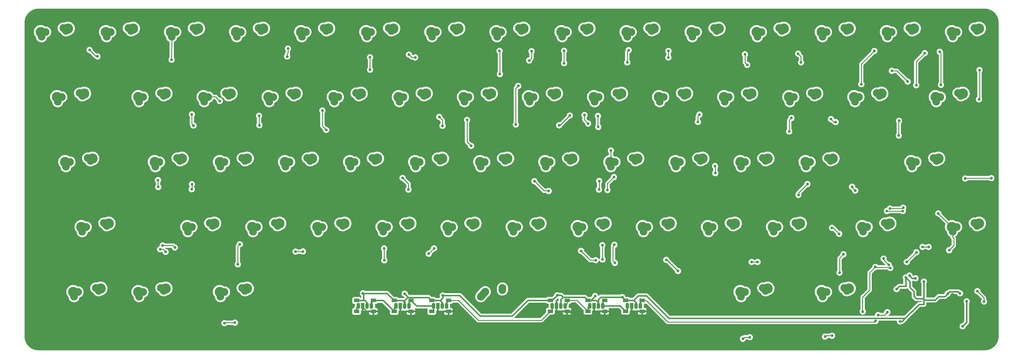
<source format=gbr>
%TF.GenerationSoftware,KiCad,Pcbnew,(6.99.0-5337-gc57e6db79a-dirty)*%
%TF.CreationDate,2023-01-13T11:17:16-05:00*%
%TF.ProjectId,hhkb,68686b62-2e6b-4696-9361-645f70636258,rev?*%
%TF.SameCoordinates,Original*%
%TF.FileFunction,Copper,L1,Top*%
%TF.FilePolarity,Positive*%
%FSLAX46Y46*%
G04 Gerber Fmt 4.6, Leading zero omitted, Abs format (unit mm)*
G04 Created by KiCad (PCBNEW (6.99.0-5337-gc57e6db79a-dirty)) date 2023-01-13 11:17:16*
%MOMM*%
%LPD*%
G01*
G04 APERTURE LIST*
G04 Aperture macros list*
%AMHorizOval*
0 Thick line with rounded ends*
0 $1 width*
0 $2 $3 position (X,Y) of the first rounded end (center of the circle)*
0 $4 $5 position (X,Y) of the second rounded end (center of the circle)*
0 Add line between two ends*
20,1,$1,$2,$3,$4,$5,0*
0 Add two circle primitives to create the rounded ends*
1,1,$1,$2,$3*
1,1,$1,$4,$5*%
G04 Aperture macros list end*
%TA.AperFunction,SMDPad,CuDef*%
%ADD10R,1.500000X1.000000*%
%TD*%
%TA.AperFunction,ComponentPad*%
%ADD11O,1.070000X1.800000*%
%TD*%
%TA.AperFunction,ComponentPad*%
%ADD12R,1.070000X1.800000*%
%TD*%
%TA.AperFunction,ComponentPad*%
%ADD13C,3.000000*%
%TD*%
%TA.AperFunction,ComponentPad*%
%ADD14C,2.250000*%
%TD*%
%TA.AperFunction,ComponentPad*%
%ADD15HorizOval,2.250000X0.655001X0.730000X-0.655001X-0.730000X0*%
%TD*%
%TA.AperFunction,ComponentPad*%
%ADD16HorizOval,2.250000X0.020000X0.290000X-0.020000X-0.290000X0*%
%TD*%
%TA.AperFunction,ViaPad*%
%ADD17C,0.800000*%
%TD*%
%TA.AperFunction,Conductor*%
%ADD18C,0.250000*%
%TD*%
%TA.AperFunction,Conductor*%
%ADD19C,0.400000*%
%TD*%
%TA.AperFunction,Profile*%
%ADD20C,0.150000*%
%TD*%
G04 APERTURE END LIST*
D10*
%TO.P,LED2,1,VCC*%
%TO.N,+5V*%
X164839999Y-85419999D03*
D11*
X167924999Y-87019999D03*
D10*
%TO.P,LED2,2,DOUT*%
%TO.N,Net-(LED2-DOUT)*%
X164839999Y-88619999D03*
D11*
X165384999Y-87019999D03*
D12*
%TO.P,LED2,3,GND*%
%TO.N,GND*%
X166654999Y-87019999D03*
D10*
X169739999Y-88619999D03*
D11*
%TO.P,LED2,4,DIN*%
%TO.N,Net-(LED2-DIN)*%
X169194999Y-87019999D03*
D10*
X169739999Y-85419999D03*
%TD*%
%TO.P,LED3,1,VCC*%
%TO.N,+5V*%
X175839999Y-85419999D03*
D11*
X178924999Y-87019999D03*
D10*
%TO.P,LED3,2,DOUT*%
%TO.N,Net-(LED2-DIN)*%
X175839999Y-88619999D03*
D11*
X176384999Y-87019999D03*
D12*
%TO.P,LED3,3,GND*%
%TO.N,GND*%
X177654999Y-87019999D03*
D10*
X180739999Y-88619999D03*
D11*
%TO.P,LED3,4,DIN*%
%TO.N,LEDDIN*%
X180194999Y-87019999D03*
D10*
X180739999Y-85419999D03*
%TD*%
D13*
%TO.P,SW_0,1,COL*%
%TO.N,COL5*%
X195161000Y-6753500D03*
D14*
X195401000Y-8163500D03*
X196586000Y-6778500D03*
%TO.P,SW_0,2,ROW*%
%TO.N,Net-(D57-A)*%
X201751000Y-5623500D03*
X202586000Y-6453500D03*
D13*
X203161000Y-5753500D03*
%TD*%
%TO.P,SW_1,1,COL*%
%TO.N,COL0*%
X23711000Y-6753500D03*
D14*
X23951000Y-8163500D03*
X25136000Y-6778500D03*
%TO.P,SW_1,2,ROW*%
%TO.N,Net-(D11-A)*%
X30301000Y-5623500D03*
X31136000Y-6453500D03*
D13*
X31711000Y-5753500D03*
%TD*%
%TO.P,SW_2,1,COL*%
%TO.N,COL1*%
X42761000Y-6753500D03*
D14*
X43001000Y-8163500D03*
X44186000Y-6778500D03*
%TO.P,SW_2,2,ROW*%
%TO.N,Net-(D13-A)*%
X49351000Y-5623500D03*
X50186000Y-6453500D03*
D13*
X50761000Y-5753500D03*
%TD*%
%TO.P,SW_3,1,COL*%
%TO.N,COL1*%
X61811000Y-6753500D03*
D14*
X62051000Y-8163500D03*
X63236000Y-6778500D03*
%TO.P,SW_3,2,ROW*%
%TO.N,Net-(D21-A)*%
X68401000Y-5623500D03*
X69236000Y-6453500D03*
D13*
X69811000Y-5753500D03*
%TD*%
%TO.P,SW_6,1,COL*%
%TO.N,COL3*%
X118961000Y-6753500D03*
D14*
X119201000Y-8163500D03*
X120386000Y-6778500D03*
%TO.P,SW_6,2,ROW*%
%TO.N,Net-(D35-A)*%
X125551000Y-5623500D03*
X126386000Y-6453500D03*
D13*
X126961000Y-5753500D03*
%TD*%
%TO.P,SW_7,1,COL*%
%TO.N,COL3*%
X138011000Y-6753500D03*
D14*
X138251000Y-8163500D03*
X139436000Y-6778500D03*
%TO.P,SW_7,2,ROW*%
%TO.N,Net-(D42-A)*%
X144601000Y-5623500D03*
X145436000Y-6453500D03*
D13*
X146011000Y-5753500D03*
%TD*%
%TO.P,SW_8,1,COL*%
%TO.N,COL4*%
X157061000Y-6753500D03*
D14*
X157301000Y-8163500D03*
X158486000Y-6778500D03*
%TO.P,SW_8,2,ROW*%
%TO.N,Net-(D46-A)*%
X163651000Y-5623500D03*
X164486000Y-6453500D03*
D13*
X165061000Y-5753500D03*
%TD*%
%TO.P,SW_9,1,COL*%
%TO.N,COL4*%
X176111000Y-6753500D03*
D14*
X176351000Y-8163500D03*
X177536000Y-6778500D03*
%TO.P,SW_9,2,ROW*%
%TO.N,Net-(D54-A)*%
X182701000Y-5623500D03*
X183536000Y-6453500D03*
D13*
X184111000Y-5753500D03*
%TD*%
%TO.P,SW_A1,1,COL*%
%TO.N,COL0*%
X37998500Y-44853500D03*
D14*
X38238500Y-46263500D03*
X39423500Y-44878500D03*
%TO.P,SW_A1,2,ROW*%
%TO.N,Net-(D9-A)*%
X44588500Y-43723500D03*
X45423500Y-44553500D03*
D13*
X45998500Y-43853500D03*
%TD*%
%TO.P,SW_APOS1,1,COL*%
%TO.N,COL5*%
X228498500Y-44853500D03*
D14*
X228738500Y-46263500D03*
X229923500Y-44878500D03*
%TO.P,SW_APOS1,2,ROW*%
%TO.N,Net-(D63-A)*%
X235088500Y-43723500D03*
X235923500Y-44553500D03*
D13*
X236498500Y-43853500D03*
%TD*%
%TO.P,SW_B1,1,COL*%
%TO.N,COL3*%
X123723500Y-63903500D03*
D14*
X123963500Y-65313500D03*
X125148500Y-63928500D03*
%TO.P,SW_B1,2,ROW*%
%TO.N,Net-(D29-A)*%
X130313500Y-62773500D03*
X131148500Y-63603500D03*
D13*
X131723500Y-62903500D03*
%TD*%
%TO.P,SW_BACKSP1,1,COL*%
%TO.N,COL6*%
X266598500Y-25803500D03*
D14*
X266838500Y-27213500D03*
X268023500Y-25828500D03*
%TO.P,SW_BACKSP1,2,ROW*%
%TO.N,Net-(D76-A)*%
X273188500Y-24673500D03*
X274023500Y-25503500D03*
D13*
X274598500Y-24803500D03*
%TD*%
%TO.P,SW_BKSLS1,1,COL*%
%TO.N,COL6*%
X252311000Y-6753500D03*
D14*
X252551000Y-8163500D03*
X253736000Y-6778500D03*
%TO.P,SW_BKSLS1,2,ROW*%
%TO.N,Net-(D70-A)*%
X258901000Y-5623500D03*
X259736000Y-6453500D03*
D13*
X260311000Y-5753500D03*
%TD*%
%TO.P,SW_C1,1,COL*%
%TO.N,COL2*%
X85623500Y-63903500D03*
D14*
X85863500Y-65313500D03*
X87048500Y-63928500D03*
%TO.P,SW_C1,2,ROW*%
%TO.N,Net-(D18-A)*%
X92213500Y-62773500D03*
X93048500Y-63603500D03*
D13*
X93623500Y-62903500D03*
%TD*%
%TO.P,SW_CAP1,1,COL*%
%TO.N,COL0*%
X11804750Y-44853500D03*
D14*
X12044750Y-46263500D03*
X13229750Y-44878500D03*
%TO.P,SW_CAP1,2,ROW*%
%TO.N,Net-(D4-A)*%
X18394750Y-43723500D03*
X19229750Y-44553500D03*
D13*
X19804750Y-43853500D03*
%TD*%
%TO.P,SW_COLON1,1,COL*%
%TO.N,COL5*%
X209448500Y-44853500D03*
D14*
X209688500Y-46263500D03*
X210873500Y-44878500D03*
%TO.P,SW_COLON1,2,ROW*%
%TO.N,Net-(D59-A)*%
X216038500Y-43723500D03*
X216873500Y-44553500D03*
D13*
X217448500Y-43853500D03*
%TD*%
%TO.P,SW_COMMA1,1,COL*%
%TO.N,COL4*%
X180873500Y-63903500D03*
D14*
X181113500Y-65313500D03*
X182298500Y-63928500D03*
%TO.P,SW_COMMA1,2,ROW*%
%TO.N,Net-(D49-A)*%
X187463500Y-62773500D03*
X188298500Y-63603500D03*
D13*
X188873500Y-62903500D03*
%TD*%
%TO.P,SW_D1,1,COL*%
%TO.N,COL1*%
X76098500Y-44853500D03*
D14*
X76338500Y-46263500D03*
X77523500Y-44878500D03*
%TO.P,SW_D1,2,ROW*%
%TO.N,Net-(D19-A)*%
X82688500Y-43723500D03*
X83523500Y-44553500D03*
D13*
X84098500Y-43853500D03*
%TD*%
%TO.P,SW_E1,1,COL*%
%TO.N,COL1*%
X71336000Y-25803500D03*
D14*
X71576000Y-27213500D03*
X72761000Y-25828500D03*
%TO.P,SW_E1,2,ROW*%
%TO.N,Net-(D20-A)*%
X77926000Y-24673500D03*
X78761000Y-25503500D03*
D13*
X79336000Y-24803500D03*
%TD*%
%TO.P,SW_ENTER1,1,COL*%
%TO.N,COL6*%
X259454750Y-44853500D03*
D14*
X259694750Y-46263500D03*
X260879750Y-44878500D03*
%TO.P,SW_ENTER1,2,ROW*%
%TO.N,Net-(D71-A)*%
X266044750Y-43723500D03*
X266879750Y-44553500D03*
D13*
X267454750Y-43853500D03*
%TD*%
%TO.P,SW_EQ1,1,COL*%
%TO.N,COL6*%
X233261000Y-6753500D03*
D14*
X233501000Y-8163500D03*
X234686000Y-6778500D03*
%TO.P,SW_EQ1,2,ROW*%
%TO.N,Net-(D68-A)*%
X239851000Y-5623500D03*
X240686000Y-6453500D03*
D13*
X241261000Y-5753500D03*
%TD*%
%TO.P,SW_F1,1,COL*%
%TO.N,COL2*%
X95148500Y-44853500D03*
D14*
X95388500Y-46263500D03*
X96573500Y-44878500D03*
%TO.P,SW_F1,2,ROW*%
%TO.N,Net-(D26-A)*%
X101738500Y-43723500D03*
X102573500Y-44553500D03*
D13*
X103148500Y-43853500D03*
%TD*%
%TO.P,SW_G1,1,COL*%
%TO.N,COL2*%
X114198500Y-44853500D03*
D14*
X114438500Y-46263500D03*
X115623500Y-44878500D03*
%TO.P,SW_G1,2,ROW*%
%TO.N,Net-(D30-A)*%
X120788500Y-43723500D03*
X121623500Y-44553500D03*
D13*
X122198500Y-43853500D03*
%TD*%
%TO.P,SW_H1,1,COL*%
%TO.N,COL3*%
X133248500Y-44853500D03*
D14*
X133488500Y-46263500D03*
X134673500Y-44878500D03*
%TO.P,SW_H1,2,ROW*%
%TO.N,Net-(D37-A)*%
X139838500Y-43723500D03*
X140673500Y-44553500D03*
D13*
X141248500Y-43853500D03*
%TD*%
%TO.P,SW_I1,1,COL*%
%TO.N,COL4*%
X166586000Y-25803500D03*
D14*
X166826000Y-27213500D03*
X168011000Y-25828500D03*
%TO.P,SW_I1,2,ROW*%
%TO.N,Net-(D47-A)*%
X173176000Y-24673500D03*
X174011000Y-25503500D03*
D13*
X174586000Y-24803500D03*
%TD*%
%TO.P,SW_J1,1,COL*%
%TO.N,COL4*%
X152298500Y-44853500D03*
D14*
X152538500Y-46263500D03*
X153723500Y-44878500D03*
%TO.P,SW_J1,2,ROW*%
%TO.N,Net-(D40-A)*%
X158888500Y-43723500D03*
X159723500Y-44553500D03*
D13*
X160298500Y-43853500D03*
%TD*%
%TO.P,SW_K1,1,COL*%
%TO.N,COL4*%
X171348500Y-44853500D03*
D14*
X171588500Y-46263500D03*
X172773500Y-44878500D03*
%TO.P,SW_K1,2,ROW*%
%TO.N,Net-(D48-A)*%
X177938500Y-43723500D03*
X178773500Y-44553500D03*
D13*
X179348500Y-43853500D03*
%TD*%
%TO.P,SW_L1,1,COL*%
%TO.N,COL4*%
X190398500Y-44853500D03*
D14*
X190638500Y-46263500D03*
X191823500Y-44878500D03*
%TO.P,SW_L1,2,ROW*%
%TO.N,Net-(D52-A)*%
X196988500Y-43723500D03*
X197823500Y-44553500D03*
D13*
X198398500Y-43853500D03*
%TD*%
%TO.P,SW_LALT1,1,COL*%
%TO.N,COL1*%
X57048500Y-82953500D03*
D14*
X57288500Y-84363500D03*
X58473500Y-82978500D03*
%TO.P,SW_LALT1,2,ROW*%
%TO.N,Net-(D17-A)*%
X63638500Y-81823500D03*
X64473500Y-82653500D03*
D13*
X65048500Y-81953500D03*
%TD*%
%TO.P,SW_LBRAC1,1,COL*%
%TO.N,COL5*%
X223736000Y-25803500D03*
D14*
X223976000Y-27213500D03*
X225161000Y-25828500D03*
%TO.P,SW_LBRAC1,2,ROW*%
%TO.N,Net-(D64-A)*%
X230326000Y-24673500D03*
X231161000Y-25503500D03*
D13*
X231736000Y-24803500D03*
%TD*%
%TO.P,SW_LMOD1,1,COL*%
%TO.N,COL0*%
X33236000Y-82953500D03*
D14*
X33476000Y-84363500D03*
X34661000Y-82978500D03*
%TO.P,SW_LMOD1,2,ROW*%
%TO.N,Net-(D7-A)*%
X39826000Y-81823500D03*
X40661000Y-82653500D03*
D13*
X41236000Y-81953500D03*
%TD*%
%TO.P,SW_LSH1,1,COL*%
%TO.N,COL0*%
X16567250Y-63903500D03*
D14*
X16807250Y-65313500D03*
X17992250Y-63928500D03*
%TO.P,SW_LSH1,2,ROW*%
%TO.N,Net-(D5-A)*%
X23157250Y-62773500D03*
X23992250Y-63603500D03*
D13*
X24567250Y-62903500D03*
%TD*%
%TO.P,SW_M1,1,COL*%
%TO.N,COL3*%
X161823500Y-63903500D03*
D14*
X162063500Y-65313500D03*
X163248500Y-63928500D03*
%TO.P,SW_M1,2,ROW*%
%TO.N,Net-(D39-A)*%
X168413500Y-62773500D03*
X169248500Y-63603500D03*
D13*
X169823500Y-62903500D03*
%TD*%
%TO.P,SW_MINUS1,1,COL*%
%TO.N,COL5*%
X214211000Y-6753500D03*
D14*
X214451000Y-8163500D03*
X215636000Y-6778500D03*
%TO.P,SW_MINUS1,2,ROW*%
%TO.N,Net-(D65-A)*%
X220801000Y-5623500D03*
X221636000Y-6453500D03*
D13*
X222211000Y-5753500D03*
%TD*%
%TO.P,SW_N1,1,COL*%
%TO.N,COL3*%
X142773500Y-63903500D03*
D14*
X143013500Y-65313500D03*
X144198500Y-63928500D03*
%TO.P,SW_N1,2,ROW*%
%TO.N,Net-(D38-A)*%
X149363500Y-62773500D03*
X150198500Y-63603500D03*
D13*
X150773500Y-62903500D03*
%TD*%
%TO.P,SW_O1,1,COL*%
%TO.N,COL4*%
X185636000Y-25803500D03*
D14*
X185876000Y-27213500D03*
X187061000Y-25828500D03*
%TO.P,SW_O1,2,ROW*%
%TO.N,Net-(D53-A)*%
X192226000Y-24673500D03*
X193061000Y-25503500D03*
D13*
X193636000Y-24803500D03*
%TD*%
%TO.P,SW_P1,1,COL*%
%TO.N,COL5*%
X204686000Y-25803500D03*
D14*
X204926000Y-27213500D03*
X206111000Y-25828500D03*
%TO.P,SW_P1,2,ROW*%
%TO.N,Net-(D58-A)*%
X211276000Y-24673500D03*
X212111000Y-25503500D03*
D13*
X212686000Y-24803500D03*
%TD*%
%TO.P,SW_PERIOD1,1,COL*%
%TO.N,COL5*%
X199923500Y-63903500D03*
D14*
X200163500Y-65313500D03*
X201348500Y-63928500D03*
%TO.P,SW_PERIOD1,2,ROW*%
%TO.N,Net-(D51-A)*%
X206513500Y-62773500D03*
X207348500Y-63603500D03*
D13*
X207923500Y-62903500D03*
%TD*%
%TO.P,SW_Q1,1,COL*%
%TO.N,COL0*%
X33236000Y-25803500D03*
D14*
X33476000Y-27213500D03*
X34661000Y-25828500D03*
%TO.P,SW_Q1,2,ROW*%
%TO.N,Net-(D10-A)*%
X39826000Y-24673500D03*
X40661000Y-25503500D03*
D13*
X41236000Y-24803500D03*
%TD*%
%TO.P,SW_R1,1,COL*%
%TO.N,COL2*%
X90386000Y-25803500D03*
D14*
X90626000Y-27213500D03*
X91811000Y-25828500D03*
%TO.P,SW_R1,2,ROW*%
%TO.N,Net-(D25-A)*%
X96976000Y-24673500D03*
X97811000Y-25503500D03*
D13*
X98386000Y-24803500D03*
%TD*%
%TO.P,SW_RALT1,1,COL*%
%TO.N,COL4*%
X209448500Y-82953500D03*
D14*
X209688500Y-84363500D03*
X210873500Y-82978500D03*
%TO.P,SW_RALT1,2,ROW*%
%TO.N,Net-(D50-A)*%
X216038500Y-81823500D03*
X216873500Y-82653500D03*
D13*
X217448500Y-81953500D03*
%TD*%
%TO.P,SW_RBRAC1,1,COL*%
%TO.N,COL6*%
X242786000Y-25803500D03*
D14*
X243026000Y-27213500D03*
X244211000Y-25828500D03*
%TO.P,SW_RBRAC1,2,ROW*%
%TO.N,Net-(D69-A)*%
X249376000Y-24673500D03*
X250211000Y-25503500D03*
D13*
X250786000Y-24803500D03*
%TD*%
%TO.P,SW_RFN1,1,COL*%
%TO.N,COL6*%
X271361000Y-63903500D03*
D14*
X271601000Y-65313500D03*
X272786000Y-63928500D03*
%TO.P,SW_RFN1,2,ROW*%
%TO.N,Net-(D72-A)*%
X277951000Y-62773500D03*
X278786000Y-63603500D03*
D13*
X279361000Y-62903500D03*
%TD*%
%TO.P,SW_RMOD1,1,COL*%
%TO.N,COL5*%
X233261000Y-82953500D03*
D14*
X233501000Y-84363500D03*
X234686000Y-82978500D03*
%TO.P,SW_RMOD1,2,ROW*%
%TO.N,Net-(D61-A)*%
X239851000Y-81823500D03*
X240686000Y-82653500D03*
D13*
X241261000Y-81953500D03*
%TD*%
%TO.P,SW_RSH1,1,COL*%
%TO.N,COL6*%
X245167250Y-63903500D03*
D14*
X245407250Y-65313500D03*
X246592250Y-63928500D03*
%TO.P,SW_RSH1,2,ROW*%
%TO.N,Net-(D62-A)*%
X251757250Y-62773500D03*
X252592250Y-63603500D03*
D13*
X253167250Y-62903500D03*
%TD*%
%TO.P,SW_S1,1,COL*%
%TO.N,COL1*%
X57048500Y-44853500D03*
D14*
X57288500Y-46263500D03*
X58473500Y-44878500D03*
%TO.P,SW_S1,2,ROW*%
%TO.N,Net-(D15-A)*%
X63638500Y-43723500D03*
X64473500Y-44553500D03*
D13*
X65048500Y-43853500D03*
%TD*%
%TO.P,SW_SLASH1,1,COL*%
%TO.N,COL5*%
X218973500Y-63903500D03*
D14*
X219213500Y-65313500D03*
X220398500Y-63928500D03*
%TO.P,SW_SLASH1,2,ROW*%
%TO.N,Net-(D60-A)*%
X225563500Y-62773500D03*
X226398500Y-63603500D03*
D13*
X226973500Y-62903500D03*
%TD*%
D15*
%TO.P,SW_SPACE1,1,COL*%
%TO.N,COL2*%
X134143500Y-83633499D03*
D14*
X134798500Y-82903500D03*
D16*
%TO.P,SW_SPACE1,2,ROW*%
%TO.N,Net-(D28-A)*%
X139818499Y-82113499D03*
D14*
X139838500Y-81823500D03*
%TD*%
D13*
%TO.P,SW_T1,1,COL*%
%TO.N,COL2*%
X109436000Y-25803500D03*
D14*
X109676000Y-27213500D03*
X110861000Y-25828500D03*
%TO.P,SW_T1,2,ROW*%
%TO.N,Net-(D31-A)*%
X116026000Y-24673500D03*
X116861000Y-25503500D03*
D13*
X117436000Y-24803500D03*
%TD*%
%TO.P,SW_TAB1,1,COL*%
%TO.N,COL0*%
X9423500Y-25803500D03*
D14*
X9663500Y-27213500D03*
X10848500Y-25828500D03*
%TO.P,SW_TAB1,2,ROW*%
%TO.N,Net-(D3-A)*%
X16013500Y-24673500D03*
X16848500Y-25503500D03*
D13*
X17423500Y-24803500D03*
%TD*%
%TO.P,SW_ESC1,1,COL*%
%TO.N,COL0*%
X4661000Y-6753500D03*
D14*
X4901000Y-8163500D03*
X6086000Y-6778500D03*
%TO.P,SW_ESC1,2,ROW*%
%TO.N,Net-(D2-A)*%
X11251000Y-5623500D03*
X12086000Y-6453500D03*
D13*
X12661000Y-5753500D03*
%TD*%
%TO.P,SW_U1,1,COL*%
%TO.N,COL3*%
X147536000Y-25803500D03*
D14*
X147776000Y-27213500D03*
X148961000Y-25828500D03*
%TO.P,SW_U1,2,ROW*%
%TO.N,Net-(D41-A)*%
X154126000Y-24673500D03*
X154961000Y-25503500D03*
D13*
X155536000Y-24803500D03*
%TD*%
%TO.P,SW_V1,1,COL*%
%TO.N,COL2*%
X104673500Y-63903500D03*
D14*
X104913500Y-65313500D03*
X106098500Y-63928500D03*
%TO.P,SW_V1,2,ROW*%
%TO.N,Net-(D27-A)*%
X111263500Y-62773500D03*
X112098500Y-63603500D03*
D13*
X112673500Y-62903500D03*
%TD*%
%TO.P,SW_W1,1,COL*%
%TO.N,COL1*%
X52286000Y-25803500D03*
D14*
X52526000Y-27213500D03*
X53711000Y-25828500D03*
%TO.P,SW_W1,2,ROW*%
%TO.N,Net-(D14-A)*%
X58876000Y-24673500D03*
X59711000Y-25503500D03*
D13*
X60286000Y-24803500D03*
%TD*%
%TO.P,SW_X1,1,COL*%
%TO.N,COL1*%
X66573500Y-63903500D03*
D14*
X66813500Y-65313500D03*
X67998500Y-63928500D03*
%TO.P,SW_X1,2,ROW*%
%TO.N,Net-(D16-A)*%
X73163500Y-62773500D03*
X73998500Y-63603500D03*
D13*
X74573500Y-62903500D03*
%TD*%
%TO.P,SW_Y1,1,COL*%
%TO.N,COL3*%
X128486000Y-25803500D03*
D14*
X128726000Y-27213500D03*
X129911000Y-25828500D03*
%TO.P,SW_Y1,2,ROW*%
%TO.N,Net-(D36-A)*%
X135076000Y-24673500D03*
X135911000Y-25503500D03*
D13*
X136486000Y-24803500D03*
%TD*%
%TO.P,SW_Z1,1,COL*%
%TO.N,COL1*%
X47523500Y-63903500D03*
D14*
X47763500Y-65313500D03*
X48948500Y-63928500D03*
%TO.P,SW_Z1,2,ROW*%
%TO.N,Net-(D8-A)*%
X54113500Y-62773500D03*
X54948500Y-63603500D03*
D13*
X55523500Y-62903500D03*
%TD*%
%TO.P,SW_4,1,COL*%
%TO.N,COL2*%
X80861000Y-6753500D03*
D14*
X81101000Y-8163500D03*
X82286000Y-6778500D03*
%TO.P,SW_4,2,ROW*%
%TO.N,Net-(D24-A)*%
X87451000Y-5623500D03*
X88286000Y-6453500D03*
D13*
X88861000Y-5753500D03*
%TD*%
%TO.P,SW_5,1,COL*%
%TO.N,COL2*%
X99911000Y-6753500D03*
D14*
X100151000Y-8163500D03*
X101336000Y-6778500D03*
%TO.P,SW_5,2,ROW*%
%TO.N,Net-(D32-A)*%
X106501000Y-5623500D03*
X107336000Y-6453500D03*
D13*
X107911000Y-5753500D03*
%TD*%
D10*
%TO.P,LED7,1,VCC*%
%TO.N,+5V*%
X97124999Y-85469999D03*
D11*
X100209999Y-87069999D03*
D10*
%TO.P,LED7,2,DOUT*%
%TO.N,unconnected-(LED7-DOUT-Pad2)*%
X97124999Y-88669999D03*
D11*
X97669999Y-87069999D03*
D12*
%TO.P,LED7,3,GND*%
%TO.N,GND*%
X98939999Y-87069999D03*
D10*
X102024999Y-88669999D03*
D11*
%TO.P,LED7,4,DIN*%
%TO.N,Net-(LED6-DOUT)*%
X101479999Y-87069999D03*
D10*
X102024999Y-85469999D03*
%TD*%
D13*
%TO.P,SW_TICK1,1,COL*%
%TO.N,COL6*%
X271361000Y-6753500D03*
D14*
X271601000Y-8163500D03*
X272786000Y-6778500D03*
%TO.P,SW_TICK1,2,ROW*%
%TO.N,Net-(D77-A)*%
X277951000Y-5623500D03*
X278786000Y-6453500D03*
D13*
X279361000Y-5753500D03*
%TD*%
D10*
%TO.P,LED5,1,VCC*%
%TO.N,+5V*%
X119124999Y-85469999D03*
D11*
X122209999Y-87069999D03*
D10*
%TO.P,LED5,2,DOUT*%
%TO.N,Net-(LED5-DOUT)*%
X119124999Y-88669999D03*
D11*
X119669999Y-87069999D03*
D12*
%TO.P,LED5,3,GND*%
%TO.N,GND*%
X120939999Y-87069999D03*
D10*
X124024999Y-88669999D03*
D11*
%TO.P,LED5,4,DIN*%
%TO.N,Net-(LED4-DOUT)*%
X123479999Y-87069999D03*
D10*
X124024999Y-85469999D03*
%TD*%
%TO.P,LED6,1,VCC*%
%TO.N,+5V*%
X108124999Y-85469999D03*
D11*
X111209999Y-87069999D03*
D10*
%TO.P,LED6,2,DOUT*%
%TO.N,Net-(LED6-DOUT)*%
X108124999Y-88669999D03*
D11*
X108669999Y-87069999D03*
D12*
%TO.P,LED6,3,GND*%
%TO.N,GND*%
X109939999Y-87069999D03*
D10*
X113024999Y-88669999D03*
D11*
%TO.P,LED6,4,DIN*%
%TO.N,Net-(LED5-DOUT)*%
X112479999Y-87069999D03*
D10*
X113024999Y-85469999D03*
%TD*%
%TO.P,LED4,1,VCC*%
%TO.N,+5V*%
X153839999Y-85419999D03*
D11*
X156924999Y-87019999D03*
D10*
%TO.P,LED4,2,DOUT*%
%TO.N,Net-(LED4-DOUT)*%
X153839999Y-88619999D03*
D11*
X154384999Y-87019999D03*
D12*
%TO.P,LED4,3,GND*%
%TO.N,GND*%
X155654999Y-87019999D03*
D10*
X158739999Y-88619999D03*
D11*
%TO.P,LED4,4,DIN*%
%TO.N,Net-(LED2-DOUT)*%
X158194999Y-87019999D03*
D10*
X158739999Y-85419999D03*
%TD*%
D13*
%TO.P,SW_LCTRL2,1,COL*%
%TO.N,COL0*%
X14186000Y-82953500D03*
D14*
X14426000Y-84363500D03*
X15611000Y-82978500D03*
%TO.P,SW_LCTRL2,2,ROW*%
%TO.N,Net-(D12-A)*%
X20776000Y-81823500D03*
X21611000Y-82653500D03*
D13*
X22186000Y-81953500D03*
%TD*%
D17*
%TO.N,GND*%
X30140000Y-42840000D03*
X105860000Y-18520000D03*
X64520000Y-17630000D03*
%TO.N,ROW0*%
X21270000Y-13930000D03*
X18950000Y-12030000D03*
%TO.N,GND*%
X269420000Y-55130000D03*
%TO.N,ROW3*%
X257140334Y-58256505D03*
%TO.N,GND*%
X100060000Y-38150000D03*
X275280000Y-47210000D03*
X122530000Y-57450000D03*
X216400000Y-94010000D03*
X271560000Y-83699500D03*
X147540000Y-96420000D03*
X262290000Y-61620000D03*
X48450000Y-75290000D03*
X165090000Y-18920000D03*
X148830000Y-88880000D03*
X282810000Y-23470000D03*
X242630000Y-70490000D03*
X282370000Y-27460000D03*
X152320000Y-38300000D03*
X173190000Y-14930000D03*
X207030000Y-36710000D03*
X256580000Y-23520000D03*
X154300000Y-96550000D03*
X246570000Y-25590000D03*
X91030000Y-74740000D03*
X236990000Y-67890000D03*
X110990000Y-36790000D03*
X143400000Y-83500000D03*
X216060000Y-76900000D03*
X217470000Y-70410000D03*
X266110000Y-11290000D03*
X236860000Y-18040000D03*
X166640000Y-88660000D03*
X265660000Y-72900000D03*
X274760000Y-81270000D03*
X160240000Y-89380000D03*
X207590000Y-41360000D03*
X213160000Y-56450000D03*
X260080000Y-56020000D03*
X210750000Y-70830000D03*
X164400000Y-41260000D03*
X251650000Y-92990000D03*
X180950000Y-81830000D03*
X129250000Y-74020000D03*
X149170000Y-18940000D03*
X230390000Y-36760000D03*
X251350000Y-82880000D03*
X246320000Y-34990000D03*
X188310000Y-36880000D03*
X274380000Y-87540000D03*
X91960000Y-56820000D03*
X253280000Y-12310000D03*
X136836264Y-80541937D03*
X183430000Y-88570000D03*
X143620000Y-46870000D03*
X175920000Y-54800000D03*
X193640000Y-55920000D03*
X41210000Y-93950000D03*
X250020000Y-45910000D03*
X179680000Y-78090000D03*
X105750000Y-45680000D03*
X153615000Y-81870000D03*
X165180000Y-81880000D03*
X191870000Y-65380000D03*
X235122073Y-56413433D03*
X136149566Y-39187203D03*
X144640000Y-74220000D03*
X113265000Y-81670000D03*
X223920000Y-41720000D03*
X225560000Y-94200000D03*
X197910000Y-17490000D03*
X256750000Y-94500000D03*
X171360000Y-88780000D03*
X43860000Y-55450000D03*
X140630000Y-47290000D03*
X173270000Y-54460000D03*
X190560000Y-70200000D03*
X256840000Y-7580000D03*
X125955000Y-89490000D03*
X183220000Y-76960000D03*
%TO.N,+5V*%
X155875000Y-83960000D03*
X263189375Y-79924625D03*
X275720000Y-85720000D03*
X122355000Y-84020000D03*
X270160329Y-83475130D03*
X98950000Y-83380000D03*
X274540000Y-93040000D03*
X255210027Y-82153971D03*
X257889375Y-78724625D03*
X273750000Y-83380000D03*
X256189375Y-91624625D03*
X174920000Y-84500000D03*
X166950000Y-84190000D03*
X111195000Y-83480000D03*
%TO.N,ROW0*%
X279320000Y-26510000D03*
X279470000Y-17935500D03*
%TO.N,ROW1*%
X255840000Y-37140000D03*
X255930000Y-32800000D03*
%TO.N,ROW2*%
X263460000Y-12960000D03*
X260950000Y-22380000D03*
%TO.N,ROW4*%
X261011305Y-71348695D03*
X248976207Y-75644500D03*
X253374004Y-75925271D03*
X262799028Y-69770000D03*
X245300000Y-88730000D03*
X58450000Y-92120000D03*
X61510000Y-91980000D03*
X172600000Y-69130000D03*
X264580000Y-69790000D03*
X172730000Y-74460000D03*
X258175000Y-74185000D03*
%TO.N,ROW5*%
X81410000Y-71110000D03*
X41230799Y-71220799D03*
X39620000Y-70460000D03*
X79260000Y-71150000D03*
X168074000Y-52960000D03*
X168160500Y-50453500D03*
X251405574Y-73195274D03*
X169074000Y-69270000D03*
X169140000Y-73440000D03*
X252910000Y-75040000D03*
%TO.N,ROW6*%
X163850000Y-31120000D03*
X156420000Y-34120000D03*
X243100000Y-53254598D03*
X202150000Y-48140000D03*
X242172701Y-52132701D03*
X159540000Y-31250000D03*
X202060000Y-46070000D03*
X164910000Y-33610000D03*
%TO.N,ROW7*%
X122290000Y-34270000D03*
X121330000Y-31660000D03*
X236010000Y-32310000D03*
X197040000Y-33140000D03*
X147650000Y-15130000D03*
X144440000Y-22560000D03*
X148350000Y-12404001D03*
X49390000Y-34200000D03*
X197500000Y-30970000D03*
X237370000Y-33170000D03*
X143740000Y-33890000D03*
X48910000Y-30910000D03*
%TO.N,ROW8*%
X258450000Y-21300000D03*
X188420000Y-12320000D03*
X76820000Y-13950000D03*
X112449500Y-13390000D03*
X188390000Y-14230000D03*
X114290000Y-14220000D03*
X77030000Y-11640000D03*
X253820000Y-18150000D03*
X226380000Y-13130000D03*
X227220000Y-15682500D03*
%TO.N,Net-(U1-D+)*%
X258980500Y-78160000D03*
X260743125Y-78970000D03*
%TO.N,Net-(U1-~{RESET})*%
X280790000Y-85770000D03*
X278850000Y-82770000D03*
%TO.N,COL5*%
X239660000Y-71930000D03*
X229100000Y-51350000D03*
X226470000Y-54540000D03*
X210820000Y-13300000D03*
X223770000Y-35930000D03*
X224420000Y-31960000D03*
X236280000Y-64200000D03*
X238490000Y-77300000D03*
X211480000Y-16407000D03*
X238390000Y-65930000D03*
%TO.N,COL0*%
X38974000Y-50196000D03*
X39074000Y-52196000D03*
%TO.N,COL1*%
X62930000Y-69000000D03*
X42974000Y-14896000D03*
X68674000Y-34096000D03*
X57074000Y-26996000D03*
X48930000Y-51415500D03*
X68574000Y-31347901D03*
X48860000Y-52864500D03*
X62370000Y-74880000D03*
%TO.N,COL2*%
X87120000Y-29790000D03*
X101074000Y-14196000D03*
X112310000Y-52960000D03*
X105250000Y-73710000D03*
X88250000Y-35490000D03*
X101074000Y-17810000D03*
X110590000Y-49540000D03*
X105200000Y-70220000D03*
%TO.N,COL3*%
X153374000Y-53396000D03*
X149180000Y-50504001D03*
X130660000Y-40160000D03*
X138974000Y-12296000D03*
X139074000Y-19096000D03*
X129474000Y-32521500D03*
X162830000Y-70940000D03*
X167155050Y-73663500D03*
%TO.N,COL4*%
X157874000Y-12296000D03*
X167874000Y-34580000D03*
X172460000Y-49310000D03*
X157874000Y-15896000D03*
X187790000Y-73570000D03*
X167774000Y-31396000D03*
X176774000Y-12096000D03*
X170574000Y-53100000D03*
X176374000Y-15696000D03*
X191220000Y-76830000D03*
X171574000Y-41496000D03*
%TO.N,COL6*%
X248710000Y-12330000D03*
X267413418Y-59955918D03*
X244880000Y-22090000D03*
X268190000Y-22260000D03*
X267840000Y-12570000D03*
X270590000Y-70740000D03*
X256989098Y-59244500D03*
X252370000Y-59244500D03*
%TO.N,ROW3*%
X43940000Y-69950000D03*
X253280000Y-58520000D03*
X212774000Y-74195500D03*
X40360000Y-69360000D03*
X214520000Y-74195500D03*
X282945500Y-49610000D03*
X119805000Y-70205000D03*
X118240000Y-71770000D03*
X275290000Y-49730000D03*
%TO.N,LEDDIN*%
X249040000Y-91479500D03*
X249762791Y-89747209D03*
X252500000Y-88900000D03*
%TO.N,BUZIN*%
X236317438Y-95795500D03*
X234262701Y-96047299D03*
X210220000Y-96695500D03*
X212200000Y-96245500D03*
%TD*%
D18*
%TO.N,ROW0*%
X21270000Y-13930000D02*
X20850000Y-13930000D01*
X20850000Y-13930000D02*
X18950000Y-12030000D01*
%TO.N,ROW3*%
X256876839Y-58520000D02*
X253280000Y-58520000D01*
X257140334Y-58256505D02*
X256876839Y-58520000D01*
%TO.N,COL6*%
X267413418Y-59955918D02*
X271361000Y-63903500D01*
D19*
%TO.N,GND*%
X113025000Y-88670000D02*
X110240000Y-88670000D01*
X120940000Y-88370000D02*
X121240000Y-88670000D01*
X110240000Y-88670000D02*
X109940000Y-88370000D01*
X169740000Y-88620000D02*
X171200000Y-88620000D01*
X177655000Y-88320000D02*
X177655000Y-87020000D01*
X98940000Y-87487290D02*
X100122710Y-88670000D01*
X100122710Y-88670000D02*
X102025000Y-88670000D01*
X121240000Y-88670000D02*
X124025000Y-88670000D01*
X271560000Y-84720000D02*
X274380000Y-87540000D01*
X120940000Y-87070000D02*
X120940000Y-88370000D01*
X177955000Y-88620000D02*
X177655000Y-88320000D01*
X109940000Y-88370000D02*
X109940000Y-87070000D01*
X183380000Y-88620000D02*
X183430000Y-88570000D01*
X180740000Y-88620000D02*
X177955000Y-88620000D01*
X155970000Y-88630000D02*
X158755000Y-88630000D01*
X158740000Y-88620000D02*
X159480000Y-88620000D01*
X159480000Y-88620000D02*
X160240000Y-89380000D01*
X166655000Y-87020000D02*
X166655000Y-88645000D01*
X155670000Y-88330000D02*
X155970000Y-88630000D01*
X271560000Y-83699500D02*
X271560000Y-84720000D01*
X124025000Y-88670000D02*
X125135000Y-88670000D01*
X125135000Y-88670000D02*
X125955000Y-89490000D01*
X155670000Y-87030000D02*
X155670000Y-88330000D01*
X166655000Y-88645000D02*
X166640000Y-88660000D01*
X180740000Y-88620000D02*
X183380000Y-88620000D01*
X171200000Y-88620000D02*
X171360000Y-88780000D01*
%TO.N,+5V*%
X178925000Y-87020000D02*
X178925000Y-86055000D01*
X178290000Y-85420000D02*
X175840000Y-85420000D01*
X255210027Y-82103973D02*
X255989375Y-81324625D01*
X154405000Y-85430000D02*
X155875000Y-83960000D01*
X263189375Y-85324625D02*
X266489375Y-85324625D01*
X260289375Y-84224625D02*
X260289375Y-82824625D01*
X163940000Y-84520000D02*
X157590000Y-84520000D01*
X121575000Y-85470000D02*
X122210000Y-86105000D01*
X99210000Y-85470000D02*
X97125000Y-85470000D01*
X164840000Y-85420000D02*
X165720000Y-85420000D01*
X260289375Y-82824625D02*
X259089375Y-81624625D01*
X165720000Y-85420000D02*
X166950000Y-84190000D01*
X167925000Y-85185000D02*
X168610000Y-84500000D01*
X167925000Y-87020000D02*
X167925000Y-86055000D01*
D18*
X255210027Y-82153971D02*
X255210027Y-82103973D01*
D19*
X142690000Y-90020000D02*
X133312462Y-90020000D01*
X157035000Y-83960000D02*
X157605000Y-84530000D01*
X263189375Y-86624625D02*
X263189375Y-79924625D01*
X99210000Y-85470000D02*
X99210000Y-83640000D01*
X100210000Y-87070000D02*
X100210000Y-86105000D01*
X118225000Y-84570000D02*
X112105000Y-84570000D01*
X263189375Y-84924625D02*
X260989375Y-84924625D01*
X111195000Y-83480000D02*
X112105000Y-84390000D01*
X122355000Y-84690000D02*
X121575000Y-85470000D01*
X142690000Y-90020000D02*
X147290000Y-85420000D01*
X257702000Y-90712000D02*
X257670000Y-90680000D01*
X188560000Y-90680000D02*
X182000000Y-84120000D01*
X111210000Y-86105000D02*
X111210000Y-87070000D01*
X178925000Y-86055000D02*
X178290000Y-85420000D01*
X167925000Y-86055000D02*
X167290000Y-85420000D01*
X157605000Y-84530000D02*
X156940000Y-85195000D01*
X112105000Y-84390000D02*
X112105000Y-84570000D01*
X256189375Y-91624625D02*
X256789375Y-91624625D01*
X164840000Y-85420000D02*
X163940000Y-84520000D01*
X110575000Y-85470000D02*
X111210000Y-86105000D01*
X259089375Y-81624625D02*
X259089375Y-79924625D01*
X108125000Y-85470000D02*
X110575000Y-85470000D01*
X257702000Y-90712000D02*
X261789375Y-86624625D01*
X255989375Y-81324625D02*
X257889375Y-81324625D01*
X273270000Y-82900000D02*
X270735459Y-82900000D01*
X111210000Y-85465000D02*
X111210000Y-87070000D01*
X99210000Y-83640000D02*
X98950000Y-83380000D01*
X153840000Y-85420000D02*
X147290000Y-85420000D01*
X273750000Y-83380000D02*
X273270000Y-82900000D01*
X259089375Y-79924625D02*
X257889375Y-78724625D01*
X133312462Y-90020000D02*
X127312462Y-84020000D01*
X112105000Y-84570000D02*
X111210000Y-85465000D01*
X269310834Y-84324625D02*
X270160329Y-83475130D01*
X174920000Y-84500000D02*
X175840000Y-85420000D01*
X156940000Y-85195000D02*
X156940000Y-87030000D01*
X267489375Y-84324625D02*
X269310834Y-84324625D01*
X257670000Y-90680000D02*
X188560000Y-90680000D01*
X127312462Y-84020000D02*
X122355000Y-84020000D01*
X99575000Y-85470000D02*
X99210000Y-85470000D01*
X275720000Y-91860000D02*
X275720000Y-85720000D01*
X257889375Y-78724625D02*
X257889375Y-81324625D01*
X119125000Y-85470000D02*
X118225000Y-84570000D01*
X106035000Y-83380000D02*
X108125000Y-85470000D01*
X256789375Y-91624625D02*
X257702000Y-90712000D01*
X122210000Y-86105000D02*
X122210000Y-87070000D01*
X98950000Y-83380000D02*
X106035000Y-83380000D01*
X182000000Y-84120000D02*
X179590000Y-84120000D01*
X167925000Y-87020000D02*
X167925000Y-85185000D01*
X100210000Y-86105000D02*
X99575000Y-85470000D01*
X266489375Y-85324625D02*
X267489375Y-84324625D01*
X119125000Y-85470000D02*
X121575000Y-85470000D01*
X260989375Y-84924625D02*
X260289375Y-84224625D01*
X270735459Y-82900000D02*
X270160329Y-83475130D01*
X168610000Y-84500000D02*
X174920000Y-84500000D01*
X274540000Y-93040000D02*
X275720000Y-91860000D01*
X122355000Y-84020000D02*
X122355000Y-84690000D01*
X261789375Y-86624625D02*
X263189375Y-86624625D01*
X155875000Y-83960000D02*
X157035000Y-83960000D01*
X167290000Y-85420000D02*
X164840000Y-85420000D01*
X179590000Y-84120000D02*
X178290000Y-85420000D01*
D18*
%TO.N,ROW0*%
X279470000Y-26360000D02*
X279320000Y-26510000D01*
X279470000Y-17935500D02*
X279470000Y-26360000D01*
%TO.N,ROW1*%
X255840000Y-37140000D02*
X255840000Y-32890000D01*
X255840000Y-32890000D02*
X255930000Y-32800000D01*
%TO.N,ROW2*%
X263460000Y-12960000D02*
X260950000Y-15470000D01*
X260950000Y-15470000D02*
X260950000Y-22380000D01*
%TO.N,ROW4*%
X58590000Y-91980000D02*
X61510000Y-91980000D01*
X253213733Y-75765000D02*
X253374004Y-75925271D01*
X245230000Y-88660000D02*
X245300000Y-88730000D01*
X172158701Y-69571299D02*
X172600000Y-69130000D01*
X172158701Y-73888701D02*
X172158701Y-69571299D01*
X245230000Y-84520000D02*
X245230000Y-88660000D01*
X258175000Y-74185000D02*
X261011305Y-71348695D01*
X249096707Y-75765000D02*
X253213733Y-75765000D01*
X58450000Y-92120000D02*
X58590000Y-91980000D01*
X247320500Y-77300207D02*
X247320500Y-82429500D01*
X264560000Y-69770000D02*
X264580000Y-69790000D01*
X245230000Y-84520000D02*
X247320500Y-82429500D01*
X249096707Y-75765000D02*
X248976207Y-75644500D01*
X172730000Y-74460000D02*
X172158701Y-73888701D01*
X248976207Y-75644500D02*
X247320500Y-77300207D01*
X262799028Y-69770000D02*
X264560000Y-69770000D01*
%TO.N,ROW5*%
X252910000Y-75040000D02*
X251405574Y-73535574D01*
X168074000Y-52960000D02*
X168160500Y-52873500D01*
X169074000Y-73374000D02*
X169074000Y-69270000D01*
X79260000Y-71150000D02*
X81370000Y-71150000D01*
X251405574Y-73535574D02*
X251405574Y-73195274D01*
X81370000Y-71150000D02*
X81410000Y-71110000D01*
X169140000Y-73440000D02*
X169074000Y-73374000D01*
X39620000Y-70460000D02*
X40470000Y-70460000D01*
X40470000Y-70460000D02*
X41230799Y-71220799D01*
X168160500Y-52873500D02*
X168160500Y-50453500D01*
%TO.N,ROW6*%
X242172701Y-52327299D02*
X243100000Y-53254598D01*
X163850000Y-31120000D02*
X163850000Y-32550000D01*
X156670000Y-34120000D02*
X156420000Y-34120000D01*
X159540000Y-31250000D02*
X156670000Y-34120000D01*
X242172701Y-52132701D02*
X242172701Y-52327299D01*
X163850000Y-32550000D02*
X164910000Y-33610000D01*
X202150000Y-46160000D02*
X202060000Y-46070000D01*
X202150000Y-48140000D02*
X202150000Y-46160000D01*
%TO.N,ROW7*%
X48910000Y-33720000D02*
X49390000Y-34200000D01*
X143740000Y-23260000D02*
X143740000Y-33890000D01*
X237370000Y-33170000D02*
X236870000Y-33170000D01*
X236870000Y-33170000D02*
X236010000Y-32310000D01*
X144440000Y-22560000D02*
X143740000Y-23260000D01*
X48910000Y-30910000D02*
X48910000Y-33720000D01*
X148350000Y-12404001D02*
X148350000Y-14430000D01*
X197040000Y-33140000D02*
X197040000Y-31430000D01*
X197040000Y-31430000D02*
X197500000Y-30970000D01*
X122290000Y-32620000D02*
X121330000Y-31660000D01*
X122290000Y-34270000D02*
X122290000Y-32620000D01*
X148350000Y-14430000D02*
X147650000Y-15130000D01*
%TO.N,ROW8*%
X227220000Y-13970000D02*
X226380000Y-13130000D01*
X113279500Y-14220000D02*
X114290000Y-14220000D01*
X77030000Y-12840000D02*
X77030000Y-11640000D01*
X76820000Y-13050000D02*
X77030000Y-12840000D01*
X188420000Y-12320000D02*
X188420000Y-14200000D01*
X188420000Y-14200000D02*
X188390000Y-14230000D01*
X255300000Y-18150000D02*
X253820000Y-18150000D01*
X227220000Y-15682500D02*
X227220000Y-13970000D01*
X258450000Y-21300000D02*
X255300000Y-18150000D01*
X112449500Y-13390000D02*
X113279500Y-14220000D01*
X76820000Y-13950000D02*
X76820000Y-13050000D01*
D19*
%TO.N,Net-(LED2-DIN)*%
X169195000Y-87020000D02*
X169195000Y-85965000D01*
X174240000Y-87020000D02*
X169195000Y-87020000D01*
X169195000Y-85965000D02*
X169740000Y-85420000D01*
X176385000Y-87020000D02*
X176385000Y-88075000D01*
X175840000Y-88620000D02*
X174240000Y-87020000D01*
X176385000Y-88075000D02*
X175840000Y-88620000D01*
%TO.N,Net-(U1-D+)*%
X260743125Y-78970000D02*
X259790500Y-78970000D01*
X259790500Y-78970000D02*
X258980500Y-78160000D01*
D18*
%TO.N,Net-(U1-~{RESET})*%
X280790000Y-85770000D02*
X280790000Y-84710000D01*
X280790000Y-84710000D02*
X278850000Y-82770000D01*
D19*
%TO.N,unconnected-(LED7-DOUT-Pad2)*%
X97125000Y-87615000D02*
X97670000Y-87070000D01*
X97125000Y-88670000D02*
X97125000Y-87615000D01*
D18*
%TO.N,Net-(LED2-DOUT)*%
X158740000Y-85420000D02*
X161640000Y-85420000D01*
X158740000Y-85420000D02*
X158740000Y-86475000D01*
X158740000Y-86475000D02*
X158195000Y-87020000D01*
D19*
X164840000Y-88620000D02*
X164840000Y-87565000D01*
D18*
X161640000Y-85420000D02*
X164840000Y-88620000D01*
D19*
X164840000Y-87565000D02*
X165385000Y-87020000D01*
D18*
%TO.N,Net-(LED4-DOUT)*%
X126960000Y-85470000D02*
X132740000Y-91250000D01*
X151210000Y-91250000D02*
X153840000Y-88620000D01*
X132740000Y-91250000D02*
X151210000Y-91250000D01*
D19*
X154400000Y-88085000D02*
X153855000Y-88630000D01*
X154400000Y-87030000D02*
X154400000Y-88085000D01*
D18*
X124025000Y-85470000D02*
X126960000Y-85470000D01*
D19*
X123480000Y-86015000D02*
X124025000Y-85470000D01*
X123480000Y-87070000D02*
X123480000Y-86015000D01*
D18*
%TO.N,COL5*%
X226470000Y-54540000D02*
X226470000Y-53980000D01*
X238490000Y-77300000D02*
X238520000Y-77270000D01*
X236280000Y-64200000D02*
X236660000Y-64200000D01*
X211480000Y-16407000D02*
X210820000Y-15747000D01*
X223770000Y-32610000D02*
X224420000Y-31960000D01*
X223770000Y-35930000D02*
X223770000Y-32610000D01*
X236660000Y-64200000D02*
X238390000Y-65930000D01*
X210820000Y-15747000D02*
X210820000Y-13300000D01*
X238520000Y-77270000D02*
X238520000Y-73070000D01*
X238520000Y-73070000D02*
X239660000Y-71930000D01*
X226470000Y-53980000D02*
X229100000Y-51350000D01*
%TO.N,COL0*%
X38974000Y-50196000D02*
X38974000Y-52096000D01*
X38974000Y-52096000D02*
X39074000Y-52196000D01*
%TO.N,COL1*%
X68574000Y-31347901D02*
X68574000Y-33996000D01*
X57074000Y-26996000D02*
X55831500Y-25753500D01*
X55831500Y-25753500D02*
X53836000Y-25753500D01*
X68574000Y-33996000D02*
X68674000Y-34096000D01*
X62930000Y-69000000D02*
X62370000Y-69560000D01*
X48930000Y-52794500D02*
X48860000Y-52864500D01*
X62370000Y-69560000D02*
X62370000Y-74880000D01*
X43001000Y-8163500D02*
X42974000Y-14896000D01*
X48930000Y-51415500D02*
X48930000Y-52794500D01*
%TO.N,COL2*%
X88250000Y-35490000D02*
X87120000Y-34360000D01*
X105200000Y-73660000D02*
X105250000Y-73710000D01*
X112310000Y-51260000D02*
X110590000Y-49540000D01*
X105200000Y-70220000D02*
X105200000Y-73660000D01*
X87120000Y-34360000D02*
X87120000Y-29790000D01*
X112310000Y-52960000D02*
X112310000Y-51260000D01*
X101074000Y-14196000D02*
X101074000Y-17810000D01*
%TO.N,COL3*%
X167155050Y-73663500D02*
X165553500Y-73663500D01*
X165553500Y-73663500D02*
X162830000Y-70940000D01*
X149180000Y-50504001D02*
X151971999Y-53296000D01*
X139074000Y-12396000D02*
X139074000Y-19096000D01*
X130660000Y-40160000D02*
X129474000Y-38974000D01*
X151971999Y-53296000D02*
X153274000Y-53296000D01*
X138974000Y-12296000D02*
X139074000Y-12396000D01*
X129474000Y-38974000D02*
X129474000Y-32521500D01*
X153274000Y-53296000D02*
X153374000Y-53396000D01*
%TO.N,COL4*%
X157874000Y-15896000D02*
X157874000Y-12296000D01*
X176374000Y-15696000D02*
X176374000Y-12496000D01*
X171574000Y-41496000D02*
X171574000Y-46249000D01*
X167874000Y-34580000D02*
X167774000Y-34480000D01*
X191220000Y-76830000D02*
X187960000Y-73570000D01*
X170574000Y-53100000D02*
X170574000Y-51196000D01*
X176374000Y-12496000D02*
X176774000Y-12096000D01*
X170574000Y-51196000D02*
X172460000Y-49310000D01*
X167774000Y-34480000D02*
X167774000Y-31396000D01*
X187960000Y-73570000D02*
X187790000Y-73570000D01*
%TO.N,COL6*%
X268190000Y-12920000D02*
X267840000Y-12570000D01*
X271940000Y-69390000D02*
X270590000Y-70740000D01*
X252370000Y-59244500D02*
X256989098Y-59244500D01*
X271940000Y-67310000D02*
X271601000Y-66971000D01*
X244880000Y-22090000D02*
X244880000Y-16160000D01*
X271940000Y-67310000D02*
X271940000Y-69390000D01*
X268190000Y-22260000D02*
X268190000Y-12920000D01*
X271601000Y-66971000D02*
X271601000Y-65313500D01*
X244880000Y-16160000D02*
X248710000Y-12330000D01*
%TO.N,ROW3*%
X119805000Y-70205000D02*
X118240000Y-71770000D01*
X212774000Y-74195500D02*
X214520000Y-74195500D01*
X282945500Y-49610000D02*
X275410000Y-49610000D01*
X43350000Y-69360000D02*
X43940000Y-69950000D01*
X275410000Y-49610000D02*
X275290000Y-49730000D01*
X40360000Y-69360000D02*
X43350000Y-69360000D01*
%TO.N,LEDDIN*%
X180740000Y-85420000D02*
X181850000Y-85420000D01*
X251652791Y-89747209D02*
X252500000Y-88900000D01*
D19*
X180195000Y-85965000D02*
X180740000Y-85420000D01*
X180195000Y-87020000D02*
X180195000Y-85965000D01*
D18*
X248739500Y-91780000D02*
X249040000Y-91479500D01*
X188210000Y-91780000D02*
X248739500Y-91780000D01*
X249762791Y-89747209D02*
X251652791Y-89747209D01*
X181850000Y-85420000D02*
X188210000Y-91780000D01*
%TO.N,BUZIN*%
X234514500Y-95795500D02*
X234262701Y-96047299D01*
X210670000Y-96245500D02*
X210220000Y-96695500D01*
X212200000Y-96245500D02*
X210670000Y-96245500D01*
X236317438Y-95795500D02*
X234514500Y-95795500D01*
D19*
%TO.N,Net-(LED5-DOUT)*%
X112480000Y-86015000D02*
X113025000Y-85470000D01*
X112480000Y-87070000D02*
X112480000Y-86015000D01*
X119670000Y-87070000D02*
X114625000Y-87070000D01*
X119670000Y-87070000D02*
X119670000Y-88125000D01*
X114625000Y-87070000D02*
X113025000Y-85470000D01*
X119670000Y-88125000D02*
X119125000Y-88670000D01*
%TO.N,Net-(LED6-DOUT)*%
X108125000Y-87615000D02*
X108670000Y-87070000D01*
X101480000Y-87070000D02*
X101480000Y-86015000D01*
X104925000Y-85470000D02*
X108125000Y-88670000D01*
X108125000Y-88670000D02*
X108125000Y-87615000D01*
X102025000Y-85470000D02*
X104925000Y-85470000D01*
X101480000Y-86015000D02*
X102025000Y-85470000D01*
%TD*%
%TA.AperFunction,Conductor*%
%TO.N,GND*%
G36*
X152604215Y-86141828D02*
G01*
X152648683Y-86178991D01*
X152721340Y-86276049D01*
X152726739Y-86283261D01*
X152733950Y-86288659D01*
X152836106Y-86365133D01*
X152843796Y-86370889D01*
X152980799Y-86421989D01*
X153041362Y-86428500D01*
X153219740Y-86428500D01*
X153286276Y-86447500D01*
X153332746Y-86498771D01*
X153345133Y-86566850D01*
X153341500Y-86603738D01*
X153341500Y-87436262D01*
X153341802Y-87439334D01*
X153341803Y-87439342D01*
X153345133Y-87473150D01*
X153332746Y-87541229D01*
X153286276Y-87592500D01*
X153219740Y-87611500D01*
X153041362Y-87611500D01*
X153038015Y-87611859D01*
X153038011Y-87611860D01*
X152988632Y-87617168D01*
X152988625Y-87617169D01*
X152980799Y-87618011D01*
X152973423Y-87620761D01*
X152973419Y-87620763D01*
X152852236Y-87665962D01*
X152852230Y-87665965D01*
X152843796Y-87669111D01*
X152836588Y-87674506D01*
X152836582Y-87674510D01*
X152733950Y-87751340D01*
X152733946Y-87751343D01*
X152726739Y-87756739D01*
X152721343Y-87763946D01*
X152721340Y-87763950D01*
X152644510Y-87866582D01*
X152644506Y-87866588D01*
X152639111Y-87873796D01*
X152635965Y-87882230D01*
X152635962Y-87882236D01*
X152590763Y-88003419D01*
X152590761Y-88003423D01*
X152588011Y-88010799D01*
X152587169Y-88018625D01*
X152587168Y-88018632D01*
X152581860Y-88068011D01*
X152581500Y-88071362D01*
X152581500Y-88074731D01*
X152581500Y-88930406D01*
X152571909Y-88978624D01*
X152544595Y-89019501D01*
X150984500Y-90579595D01*
X150943623Y-90606909D01*
X150895405Y-90616500D01*
X143399659Y-90616500D01*
X143342456Y-90602767D01*
X143297723Y-90564561D01*
X143275210Y-90510211D01*
X143279826Y-90451564D01*
X143310564Y-90401405D01*
X144303104Y-89408866D01*
X147546565Y-86165405D01*
X147587443Y-86138091D01*
X147635661Y-86128500D01*
X152547815Y-86128500D01*
X152604215Y-86141828D01*
G37*
%TD.AperFunction*%
%TA.AperFunction,Conductor*%
G36*
X281002898Y-75634D02*
G01*
X281356288Y-91972D01*
X281367876Y-93046D01*
X281463614Y-106400D01*
X281715373Y-141519D01*
X281726784Y-143653D01*
X282068322Y-223982D01*
X282079510Y-227165D01*
X282412171Y-338662D01*
X282423018Y-342864D01*
X282743988Y-484586D01*
X282754379Y-489761D01*
X283013575Y-634132D01*
X283060888Y-660485D01*
X283070782Y-666610D01*
X283360245Y-864896D01*
X283369511Y-871893D01*
X283639443Y-1096043D01*
X283648043Y-1103884D01*
X283896115Y-1351956D01*
X283903956Y-1360556D01*
X284128103Y-1630485D01*
X284135105Y-1639757D01*
X284268026Y-1833799D01*
X284333388Y-1929216D01*
X284339514Y-1939111D01*
X284510231Y-2245606D01*
X284515419Y-2256024D01*
X284657134Y-2576979D01*
X284661338Y-2587831D01*
X284772833Y-2920486D01*
X284776018Y-2931680D01*
X284856343Y-3273199D01*
X284858482Y-3284640D01*
X284906953Y-3632123D01*
X284908027Y-3643711D01*
X284924366Y-3997102D01*
X284924500Y-4002921D01*
X284924500Y-95997079D01*
X284924366Y-96002898D01*
X284908027Y-96356288D01*
X284906953Y-96367876D01*
X284858482Y-96715359D01*
X284856343Y-96726800D01*
X284776018Y-97068319D01*
X284772833Y-97079513D01*
X284661338Y-97412168D01*
X284657134Y-97423020D01*
X284515419Y-97743975D01*
X284510231Y-97754393D01*
X284339514Y-98060888D01*
X284333388Y-98070783D01*
X284135111Y-98360234D01*
X284128097Y-98369522D01*
X283903956Y-98639443D01*
X283896115Y-98648043D01*
X283648043Y-98896115D01*
X283639443Y-98903956D01*
X283369522Y-99128097D01*
X283360234Y-99135111D01*
X283070783Y-99333388D01*
X283060888Y-99339514D01*
X282754393Y-99510231D01*
X282743975Y-99515419D01*
X282423020Y-99657134D01*
X282412168Y-99661338D01*
X282079513Y-99772833D01*
X282068319Y-99776018D01*
X281726800Y-99856343D01*
X281715359Y-99858482D01*
X281367876Y-99906953D01*
X281356288Y-99908027D01*
X281002898Y-99924366D01*
X280997079Y-99924500D01*
X4002921Y-99924500D01*
X3997102Y-99924366D01*
X3643711Y-99908027D01*
X3632123Y-99906953D01*
X3284640Y-99858482D01*
X3273199Y-99856343D01*
X2931680Y-99776018D01*
X2920486Y-99772833D01*
X2587831Y-99661338D01*
X2576979Y-99657134D01*
X2360986Y-99561764D01*
X2256020Y-99515417D01*
X2245611Y-99510233D01*
X1986425Y-99365868D01*
X1939111Y-99339514D01*
X1929216Y-99333388D01*
X1645107Y-99138770D01*
X1639757Y-99135105D01*
X1630485Y-99128103D01*
X1360556Y-98903956D01*
X1351956Y-98896115D01*
X1103884Y-98648043D01*
X1096043Y-98639443D01*
X1068605Y-98606401D01*
X871893Y-98369511D01*
X864896Y-98360245D01*
X666610Y-98070782D01*
X660485Y-98060888D01*
X618369Y-97985275D01*
X489761Y-97754379D01*
X484586Y-97743988D01*
X342864Y-97423018D01*
X338661Y-97412168D01*
X327292Y-97378249D01*
X227165Y-97079510D01*
X223981Y-97068319D01*
X215612Y-97032736D01*
X143653Y-96726784D01*
X141519Y-96715373D01*
X138747Y-96695500D01*
X209306496Y-96695500D01*
X209326458Y-96885428D01*
X209328495Y-96891700D01*
X209328497Y-96891705D01*
X209383430Y-97060771D01*
X209383433Y-97060778D01*
X209385473Y-97067056D01*
X209480960Y-97232444D01*
X209608747Y-97374366D01*
X209763248Y-97486618D01*
X209937712Y-97564294D01*
X210124513Y-97604000D01*
X210308884Y-97604000D01*
X210315487Y-97604000D01*
X210502288Y-97564294D01*
X210676752Y-97486618D01*
X210831253Y-97374366D01*
X210959040Y-97232444D01*
X211054527Y-97067056D01*
X211087341Y-96966063D01*
X211113539Y-96920689D01*
X211155926Y-96889893D01*
X211207175Y-96879000D01*
X211491800Y-96879000D01*
X211543047Y-96889892D01*
X211578724Y-96915812D01*
X211579420Y-96915040D01*
X211584331Y-96919462D01*
X211588747Y-96924366D01*
X211743248Y-97036618D01*
X211917712Y-97114294D01*
X212104513Y-97154000D01*
X212288884Y-97154000D01*
X212295487Y-97154000D01*
X212482288Y-97114294D01*
X212656752Y-97036618D01*
X212811253Y-96924366D01*
X212939040Y-96782444D01*
X213034527Y-96617056D01*
X213093542Y-96435428D01*
X213113504Y-96245500D01*
X213093542Y-96055572D01*
X213090854Y-96047299D01*
X233349197Y-96047299D01*
X233369159Y-96237227D01*
X233371196Y-96243499D01*
X233371198Y-96243504D01*
X233426131Y-96412570D01*
X233426134Y-96412577D01*
X233428174Y-96418855D01*
X233523661Y-96584243D01*
X233651448Y-96726165D01*
X233805949Y-96838417D01*
X233980413Y-96916093D01*
X234167214Y-96955799D01*
X234351585Y-96955799D01*
X234358188Y-96955799D01*
X234544989Y-96916093D01*
X234719453Y-96838417D01*
X234873954Y-96726165D01*
X235001741Y-96584243D01*
X235054997Y-96492000D01*
X235101117Y-96445881D01*
X235164117Y-96429000D01*
X235609238Y-96429000D01*
X235660485Y-96439892D01*
X235696162Y-96465812D01*
X235696858Y-96465040D01*
X235701769Y-96469462D01*
X235706185Y-96474366D01*
X235860686Y-96586618D01*
X236035150Y-96664294D01*
X236221951Y-96704000D01*
X236406322Y-96704000D01*
X236412925Y-96704000D01*
X236599726Y-96664294D01*
X236774190Y-96586618D01*
X236928691Y-96474366D01*
X237056478Y-96332444D01*
X237151965Y-96167056D01*
X237210980Y-95985428D01*
X237230942Y-95795500D01*
X237210980Y-95605572D01*
X237151965Y-95423944D01*
X237056478Y-95258556D01*
X236928691Y-95116634D01*
X236923349Y-95112753D01*
X236923346Y-95112750D01*
X236845495Y-95056188D01*
X236774190Y-95004382D01*
X236599726Y-94926706D01*
X236593273Y-94925334D01*
X236593269Y-94925333D01*
X236419381Y-94888372D01*
X236419378Y-94888371D01*
X236412925Y-94887000D01*
X236221951Y-94887000D01*
X236215498Y-94888371D01*
X236215494Y-94888372D01*
X236041606Y-94925333D01*
X236041599Y-94925335D01*
X236035150Y-94926706D01*
X236029120Y-94929390D01*
X236029119Y-94929391D01*
X235866716Y-95001697D01*
X235866713Y-95001698D01*
X235860686Y-95004382D01*
X235855345Y-95008262D01*
X235855344Y-95008263D01*
X235711524Y-95112754D01*
X235711518Y-95112759D01*
X235706185Y-95116634D01*
X235701771Y-95121535D01*
X235696858Y-95125960D01*
X235696162Y-95125187D01*
X235660485Y-95151108D01*
X235609238Y-95162000D01*
X234593268Y-95162000D01*
X234582084Y-95161472D01*
X234574592Y-95159798D01*
X234566666Y-95160047D01*
X234506502Y-95161938D01*
X234502544Y-95162000D01*
X234480587Y-95162000D01*
X234454391Y-95159247D01*
X234364645Y-95140171D01*
X234364640Y-95140170D01*
X234358188Y-95138799D01*
X234167214Y-95138799D01*
X234160761Y-95140170D01*
X234160757Y-95140171D01*
X233986869Y-95177132D01*
X233986862Y-95177134D01*
X233980413Y-95178505D01*
X233974383Y-95181189D01*
X233974382Y-95181190D01*
X233811979Y-95253496D01*
X233811976Y-95253497D01*
X233805949Y-95256181D01*
X233800608Y-95260061D01*
X233800607Y-95260062D01*
X233656792Y-95364549D01*
X233656784Y-95364555D01*
X233651448Y-95368433D01*
X233647031Y-95373338D01*
X233647026Y-95373343D01*
X233528080Y-95505447D01*
X233523661Y-95510355D01*
X233520362Y-95516068D01*
X233520359Y-95516073D01*
X233446905Y-95643300D01*
X233428174Y-95675743D01*
X233426135Y-95682017D01*
X233426131Y-95682027D01*
X233371198Y-95851093D01*
X233371196Y-95851100D01*
X233369159Y-95857371D01*
X233368469Y-95863932D01*
X233368469Y-95863934D01*
X233356390Y-95978864D01*
X233349197Y-96047299D01*
X213090854Y-96047299D01*
X213034527Y-95873944D01*
X212939040Y-95708556D01*
X212811253Y-95566634D01*
X212805911Y-95562753D01*
X212805908Y-95562750D01*
X212727037Y-95505447D01*
X212656752Y-95454382D01*
X212482288Y-95376706D01*
X212475835Y-95375334D01*
X212475831Y-95375333D01*
X212301943Y-95338372D01*
X212301940Y-95338371D01*
X212295487Y-95337000D01*
X212104513Y-95337000D01*
X212098060Y-95338371D01*
X212098056Y-95338372D01*
X211924168Y-95375333D01*
X211924161Y-95375335D01*
X211917712Y-95376706D01*
X211911682Y-95379390D01*
X211911681Y-95379391D01*
X211749278Y-95451697D01*
X211749275Y-95451698D01*
X211743248Y-95454382D01*
X211737907Y-95458262D01*
X211737906Y-95458263D01*
X211594086Y-95562754D01*
X211594080Y-95562759D01*
X211588747Y-95566634D01*
X211584333Y-95571535D01*
X211579420Y-95575960D01*
X211578724Y-95575187D01*
X211543047Y-95601108D01*
X211491800Y-95612000D01*
X210748767Y-95612000D01*
X210737583Y-95611472D01*
X210730091Y-95609798D01*
X210722165Y-95610047D01*
X210662014Y-95611938D01*
X210658055Y-95612000D01*
X210630144Y-95612000D01*
X210626218Y-95612495D01*
X210626200Y-95612497D01*
X210626108Y-95612509D01*
X210614303Y-95613437D01*
X210578030Y-95614577D01*
X210578022Y-95614578D01*
X210570110Y-95614827D01*
X210562503Y-95617036D01*
X210562502Y-95617037D01*
X210550655Y-95620479D01*
X210531306Y-95624486D01*
X210519062Y-95626033D01*
X210511203Y-95627026D01*
X210503841Y-95629940D01*
X210503832Y-95629943D01*
X210470097Y-95643300D01*
X210458870Y-95647145D01*
X210424012Y-95657272D01*
X210424008Y-95657273D01*
X210416407Y-95659482D01*
X210409591Y-95663512D01*
X210409583Y-95663516D01*
X210398960Y-95669798D01*
X210381221Y-95678489D01*
X210369749Y-95683031D01*
X210369746Y-95683032D01*
X210362383Y-95685948D01*
X210355976Y-95690602D01*
X210355972Y-95690605D01*
X210326611Y-95711937D01*
X210316693Y-95718451D01*
X210285465Y-95736919D01*
X210285457Y-95736925D01*
X210278638Y-95740958D01*
X210273035Y-95746559D01*
X210273028Y-95746566D01*
X210269500Y-95750095D01*
X210228623Y-95777409D01*
X210180405Y-95787000D01*
X210124513Y-95787000D01*
X210118060Y-95788371D01*
X210118056Y-95788372D01*
X209944168Y-95825333D01*
X209944161Y-95825335D01*
X209937712Y-95826706D01*
X209931682Y-95829390D01*
X209931681Y-95829391D01*
X209769278Y-95901697D01*
X209769275Y-95901698D01*
X209763248Y-95904382D01*
X209757907Y-95908262D01*
X209757906Y-95908263D01*
X209614091Y-96012750D01*
X209614083Y-96012756D01*
X209608747Y-96016634D01*
X209604330Y-96021539D01*
X209604325Y-96021544D01*
X209485379Y-96153648D01*
X209480960Y-96158556D01*
X209477661Y-96164269D01*
X209477658Y-96164274D01*
X209426972Y-96252065D01*
X209385473Y-96323944D01*
X209383434Y-96330218D01*
X209383430Y-96330228D01*
X209328497Y-96499294D01*
X209328495Y-96499301D01*
X209326458Y-96505572D01*
X209325768Y-96512133D01*
X209325768Y-96512135D01*
X209318348Y-96582736D01*
X209306496Y-96695500D01*
X138747Y-96695500D01*
X103927Y-96445881D01*
X93046Y-96367876D01*
X91972Y-96356288D01*
X75634Y-96002898D01*
X75500Y-95997079D01*
X75500Y-93040000D01*
X273626496Y-93040000D01*
X273646458Y-93229928D01*
X273648495Y-93236200D01*
X273648497Y-93236205D01*
X273703430Y-93405271D01*
X273703433Y-93405278D01*
X273705473Y-93411556D01*
X273800960Y-93576944D01*
X273928747Y-93718866D01*
X274083248Y-93831118D01*
X274257712Y-93908794D01*
X274444513Y-93948500D01*
X274628884Y-93948500D01*
X274635487Y-93948500D01*
X274822288Y-93908794D01*
X274996752Y-93831118D01*
X275151253Y-93718866D01*
X275279040Y-93576944D01*
X275374527Y-93411556D01*
X275433542Y-93229928D01*
X275438449Y-93183228D01*
X275450033Y-93142156D01*
X275474661Y-93107307D01*
X276203156Y-92378812D01*
X276208663Y-92373627D01*
X276254215Y-92333273D01*
X276288776Y-92283201D01*
X276293265Y-92277102D01*
X276330775Y-92229226D01*
X276334958Y-92219930D01*
X276346162Y-92200064D01*
X276351954Y-92191675D01*
X276373517Y-92134814D01*
X276376423Y-92127797D01*
X276401389Y-92072329D01*
X276403226Y-92062299D01*
X276409351Y-92040330D01*
X276412965Y-92030801D01*
X276420295Y-91970431D01*
X276421434Y-91962941D01*
X276432402Y-91903093D01*
X276428730Y-91842390D01*
X276428500Y-91834782D01*
X276428500Y-86338744D01*
X276434667Y-86299808D01*
X276452564Y-86264683D01*
X276454620Y-86261852D01*
X276459040Y-86256944D01*
X276554527Y-86091556D01*
X276613542Y-85909928D01*
X276633504Y-85720000D01*
X276613542Y-85530072D01*
X276572741Y-85404500D01*
X276556569Y-85354728D01*
X276556568Y-85354726D01*
X276554527Y-85348444D01*
X276459040Y-85183056D01*
X276331253Y-85041134D01*
X276325911Y-85037253D01*
X276325908Y-85037250D01*
X276214873Y-84956579D01*
X276176752Y-84928882D01*
X276002288Y-84851206D01*
X275995835Y-84849834D01*
X275995831Y-84849833D01*
X275821943Y-84812872D01*
X275821940Y-84812871D01*
X275815487Y-84811500D01*
X275624513Y-84811500D01*
X275618060Y-84812871D01*
X275618056Y-84812872D01*
X275444168Y-84849833D01*
X275444161Y-84849835D01*
X275437712Y-84851206D01*
X275431682Y-84853890D01*
X275431681Y-84853891D01*
X275269278Y-84926197D01*
X275269275Y-84926198D01*
X275263248Y-84928882D01*
X275257907Y-84932762D01*
X275257906Y-84932763D01*
X275114091Y-85037250D01*
X275114083Y-85037256D01*
X275108747Y-85041134D01*
X275104330Y-85046039D01*
X275104325Y-85046044D01*
X274985379Y-85178148D01*
X274980960Y-85183056D01*
X274977661Y-85188769D01*
X274977658Y-85188774D01*
X274893357Y-85334789D01*
X274885473Y-85348444D01*
X274883434Y-85354718D01*
X274883430Y-85354728D01*
X274828497Y-85523794D01*
X274828495Y-85523801D01*
X274826458Y-85530072D01*
X274825768Y-85536633D01*
X274825768Y-85536635D01*
X274811295Y-85674340D01*
X274806496Y-85720000D01*
X274807186Y-85726565D01*
X274824946Y-85895547D01*
X274826458Y-85909928D01*
X274828495Y-85916200D01*
X274828497Y-85916205D01*
X274883430Y-86085271D01*
X274883433Y-86085278D01*
X274885473Y-86091556D01*
X274906803Y-86128500D01*
X274977657Y-86251224D01*
X274977659Y-86251227D01*
X274980960Y-86256944D01*
X274985378Y-86261851D01*
X274987436Y-86264683D01*
X275005333Y-86299808D01*
X275011500Y-86338744D01*
X275011500Y-91514340D01*
X275001909Y-91562558D01*
X274974597Y-91603432D01*
X274722893Y-91855137D01*
X274473466Y-92104564D01*
X274444493Y-92126199D01*
X274410568Y-92138715D01*
X274264168Y-92169833D01*
X274264161Y-92169835D01*
X274257712Y-92171206D01*
X274251682Y-92173890D01*
X274251681Y-92173891D01*
X274089278Y-92246197D01*
X274089275Y-92246198D01*
X274083248Y-92248882D01*
X274077907Y-92252762D01*
X274077906Y-92252763D01*
X273934091Y-92357250D01*
X273934083Y-92357256D01*
X273928747Y-92361134D01*
X273924330Y-92366039D01*
X273924325Y-92366044D01*
X273805379Y-92498148D01*
X273800960Y-92503056D01*
X273797661Y-92508769D01*
X273797658Y-92508774D01*
X273711372Y-92658226D01*
X273705473Y-92668444D01*
X273703434Y-92674718D01*
X273703430Y-92674728D01*
X273648497Y-92843794D01*
X273648495Y-92843801D01*
X273646458Y-92850072D01*
X273626496Y-93040000D01*
X75500Y-93040000D01*
X75500Y-92120000D01*
X57536496Y-92120000D01*
X57537186Y-92126565D01*
X57553652Y-92283236D01*
X57556458Y-92309928D01*
X57558495Y-92316200D01*
X57558497Y-92316205D01*
X57613430Y-92485271D01*
X57613433Y-92485278D01*
X57615473Y-92491556D01*
X57710960Y-92656944D01*
X57838747Y-92798866D01*
X57993248Y-92911118D01*
X58167712Y-92988794D01*
X58354513Y-93028500D01*
X58538884Y-93028500D01*
X58545487Y-93028500D01*
X58732288Y-92988794D01*
X58906752Y-92911118D01*
X59061253Y-92798866D01*
X59189040Y-92656944D01*
X59190463Y-92658226D01*
X59226740Y-92627237D01*
X59283950Y-92613500D01*
X60801800Y-92613500D01*
X60853047Y-92624392D01*
X60888724Y-92650312D01*
X60889420Y-92649540D01*
X60894331Y-92653962D01*
X60898747Y-92658866D01*
X61053248Y-92771118D01*
X61227712Y-92848794D01*
X61414513Y-92888500D01*
X61598884Y-92888500D01*
X61605487Y-92888500D01*
X61792288Y-92848794D01*
X61966752Y-92771118D01*
X62121253Y-92658866D01*
X62249040Y-92516944D01*
X62344527Y-92351556D01*
X62403542Y-92169928D01*
X62423504Y-91980000D01*
X62403542Y-91790072D01*
X62362210Y-91662865D01*
X62346569Y-91614728D01*
X62346568Y-91614726D01*
X62344527Y-91608444D01*
X62249040Y-91443056D01*
X62121253Y-91301134D01*
X62115911Y-91297253D01*
X62115908Y-91297250D01*
X61999771Y-91212872D01*
X61966752Y-91188882D01*
X61792288Y-91111206D01*
X61785835Y-91109834D01*
X61785831Y-91109833D01*
X61611943Y-91072872D01*
X61611940Y-91072871D01*
X61605487Y-91071500D01*
X61414513Y-91071500D01*
X61408060Y-91072871D01*
X61408056Y-91072872D01*
X61234168Y-91109833D01*
X61234161Y-91109835D01*
X61227712Y-91111206D01*
X61221682Y-91113890D01*
X61221681Y-91113891D01*
X61059278Y-91186197D01*
X61059275Y-91186198D01*
X61053248Y-91188882D01*
X61047907Y-91192762D01*
X61047906Y-91192763D01*
X60904086Y-91297254D01*
X60904080Y-91297259D01*
X60898747Y-91301134D01*
X60894333Y-91306035D01*
X60889420Y-91310460D01*
X60888724Y-91309687D01*
X60853047Y-91335608D01*
X60801800Y-91346500D01*
X58969649Y-91346500D01*
X58908419Y-91330093D01*
X58906752Y-91328882D01*
X58732288Y-91251206D01*
X58725835Y-91249834D01*
X58725831Y-91249833D01*
X58551943Y-91212872D01*
X58551940Y-91212871D01*
X58545487Y-91211500D01*
X58354513Y-91211500D01*
X58348060Y-91212871D01*
X58348056Y-91212872D01*
X58174168Y-91249833D01*
X58174161Y-91249835D01*
X58167712Y-91251206D01*
X58161682Y-91253890D01*
X58161681Y-91253891D01*
X57999278Y-91326197D01*
X57999275Y-91326198D01*
X57993248Y-91328882D01*
X57987907Y-91332762D01*
X57987906Y-91332763D01*
X57844091Y-91437250D01*
X57844083Y-91437256D01*
X57838747Y-91441134D01*
X57834330Y-91446039D01*
X57834325Y-91446044D01*
X57729416Y-91562558D01*
X57710960Y-91583056D01*
X57707661Y-91588769D01*
X57707658Y-91588774D01*
X57622474Y-91736318D01*
X57615473Y-91748444D01*
X57613434Y-91754718D01*
X57613430Y-91754728D01*
X57558497Y-91923794D01*
X57558495Y-91923801D01*
X57556458Y-91930072D01*
X57555768Y-91936633D01*
X57555768Y-91936635D01*
X57543744Y-92051035D01*
X57536496Y-92120000D01*
X75500Y-92120000D01*
X75500Y-89218638D01*
X95866500Y-89218638D01*
X95866859Y-89221985D01*
X95866860Y-89221988D01*
X95872168Y-89271367D01*
X95872169Y-89271373D01*
X95873011Y-89279201D01*
X95875762Y-89286578D01*
X95875763Y-89286580D01*
X95920962Y-89407763D01*
X95920964Y-89407766D01*
X95924111Y-89416204D01*
X95929508Y-89423414D01*
X95929510Y-89423417D01*
X95974309Y-89483261D01*
X96011739Y-89533261D01*
X96042098Y-89555988D01*
X96116133Y-89611410D01*
X96128796Y-89620889D01*
X96265799Y-89671989D01*
X96326362Y-89678500D01*
X97920269Y-89678500D01*
X97923638Y-89678500D01*
X97984201Y-89671989D01*
X98121204Y-89620889D01*
X98238261Y-89533261D01*
X98325889Y-89416204D01*
X98376989Y-89279201D01*
X98383500Y-89218638D01*
X98383500Y-89215223D01*
X100767000Y-89215223D01*
X100767359Y-89221938D01*
X100772662Y-89271257D01*
X100776259Y-89286478D01*
X100821405Y-89407519D01*
X100829954Y-89423175D01*
X100906697Y-89525692D01*
X100919307Y-89538302D01*
X101021824Y-89615045D01*
X101037480Y-89623594D01*
X101158521Y-89668740D01*
X101173742Y-89672337D01*
X101223061Y-89677640D01*
X101229777Y-89678000D01*
X101754410Y-89678000D01*
X101767493Y-89674493D01*
X101771000Y-89661410D01*
X102279000Y-89661410D01*
X102282506Y-89674493D01*
X102295590Y-89678000D01*
X102820223Y-89678000D01*
X102826938Y-89677640D01*
X102876257Y-89672337D01*
X102891478Y-89668740D01*
X103012519Y-89623594D01*
X103028175Y-89615045D01*
X103130692Y-89538302D01*
X103143302Y-89525692D01*
X103220045Y-89423175D01*
X103228594Y-89407519D01*
X103273740Y-89286478D01*
X103277337Y-89271257D01*
X103282640Y-89221938D01*
X103283000Y-89215223D01*
X103283000Y-88940590D01*
X103279493Y-88927506D01*
X103266410Y-88924000D01*
X102295590Y-88924000D01*
X102282506Y-88927506D01*
X102279000Y-88940590D01*
X102279000Y-89661410D01*
X101771000Y-89661410D01*
X101771000Y-88940590D01*
X101767493Y-88927506D01*
X101754410Y-88924000D01*
X100783590Y-88924000D01*
X100770506Y-88927506D01*
X100767000Y-88940590D01*
X100767000Y-89215223D01*
X98383500Y-89215223D01*
X98383500Y-88604000D01*
X98400381Y-88541000D01*
X98446500Y-88494881D01*
X98509500Y-88478000D01*
X98669410Y-88478000D01*
X98682493Y-88474493D01*
X98686000Y-88461410D01*
X98686000Y-87699135D01*
X98691425Y-87662559D01*
X98696133Y-87647037D01*
X98698401Y-87639562D01*
X98713500Y-87486262D01*
X98713500Y-86942000D01*
X98730381Y-86879000D01*
X98776500Y-86832881D01*
X98839500Y-86816000D01*
X99040500Y-86816000D01*
X99103500Y-86832881D01*
X99149619Y-86879000D01*
X99166500Y-86942000D01*
X99166500Y-87486262D01*
X99166802Y-87489334D01*
X99166803Y-87489342D01*
X99180991Y-87633398D01*
X99180992Y-87633406D01*
X99181599Y-87639562D01*
X99183394Y-87645480D01*
X99183395Y-87645484D01*
X99188575Y-87662559D01*
X99194000Y-87699135D01*
X99194000Y-88461410D01*
X99197506Y-88474493D01*
X99210590Y-88478000D01*
X99520223Y-88478000D01*
X99526938Y-88477640D01*
X99576257Y-88472337D01*
X99591478Y-88468740D01*
X99712514Y-88423596D01*
X99723875Y-88417393D01*
X99771352Y-88402642D01*
X99820839Y-88407403D01*
X100005438Y-88463401D01*
X100210000Y-88483549D01*
X100414562Y-88463401D01*
X100611262Y-88403733D01*
X100626302Y-88395693D01*
X100677454Y-88381086D01*
X100730080Y-88388891D01*
X100763968Y-88410742D01*
X100783590Y-88416000D01*
X101100485Y-88416000D01*
X101137060Y-88421424D01*
X101275438Y-88463401D01*
X101480000Y-88483549D01*
X101684562Y-88463401D01*
X101822939Y-88421424D01*
X101859515Y-88416000D01*
X103266410Y-88416000D01*
X103279493Y-88412493D01*
X103283000Y-88399410D01*
X103283000Y-88124777D01*
X103282640Y-88118061D01*
X103277337Y-88068742D01*
X103273740Y-88053521D01*
X103228594Y-87932480D01*
X103220045Y-87916824D01*
X103143302Y-87814307D01*
X103130692Y-87801697D01*
X103028175Y-87724954D01*
X103012519Y-87716405D01*
X102891478Y-87671259D01*
X102876257Y-87667662D01*
X102826938Y-87662359D01*
X102820223Y-87662000D01*
X102645211Y-87662000D01*
X102578675Y-87643000D01*
X102532205Y-87591729D01*
X102519818Y-87523651D01*
X102523196Y-87489345D01*
X102523500Y-87486262D01*
X102523500Y-86653738D01*
X102519866Y-86616850D01*
X102532254Y-86548771D01*
X102578724Y-86497500D01*
X102645260Y-86478500D01*
X102820269Y-86478500D01*
X102823638Y-86478500D01*
X102884201Y-86471989D01*
X103021204Y-86420889D01*
X103138261Y-86333261D01*
X103216316Y-86228991D01*
X103260785Y-86191828D01*
X103317185Y-86178500D01*
X104579340Y-86178500D01*
X104627558Y-86188091D01*
X104668435Y-86215405D01*
X106829595Y-88376566D01*
X106856909Y-88417443D01*
X106866500Y-88465661D01*
X106866500Y-89218638D01*
X106866859Y-89221985D01*
X106866860Y-89221988D01*
X106872168Y-89271367D01*
X106872169Y-89271373D01*
X106873011Y-89279201D01*
X106875762Y-89286578D01*
X106875763Y-89286580D01*
X106920962Y-89407763D01*
X106920964Y-89407766D01*
X106924111Y-89416204D01*
X106929508Y-89423414D01*
X106929510Y-89423417D01*
X106974309Y-89483261D01*
X107011739Y-89533261D01*
X107042098Y-89555988D01*
X107116133Y-89611410D01*
X107128796Y-89620889D01*
X107265799Y-89671989D01*
X107326362Y-89678500D01*
X108920269Y-89678500D01*
X108923638Y-89678500D01*
X108984201Y-89671989D01*
X109121204Y-89620889D01*
X109238261Y-89533261D01*
X109325889Y-89416204D01*
X109376989Y-89279201D01*
X109383500Y-89218638D01*
X109383500Y-89215223D01*
X111767000Y-89215223D01*
X111767359Y-89221938D01*
X111772662Y-89271257D01*
X111776259Y-89286478D01*
X111821405Y-89407519D01*
X111829954Y-89423175D01*
X111906697Y-89525692D01*
X111919307Y-89538302D01*
X112021824Y-89615045D01*
X112037480Y-89623594D01*
X112158521Y-89668740D01*
X112173742Y-89672337D01*
X112223061Y-89677640D01*
X112229777Y-89678000D01*
X112754410Y-89678000D01*
X112767493Y-89674493D01*
X112771000Y-89661410D01*
X113279000Y-89661410D01*
X113282506Y-89674493D01*
X113295590Y-89678000D01*
X113820223Y-89678000D01*
X113826938Y-89677640D01*
X113876257Y-89672337D01*
X113891478Y-89668740D01*
X114012519Y-89623594D01*
X114028175Y-89615045D01*
X114130692Y-89538302D01*
X114143302Y-89525692D01*
X114220045Y-89423175D01*
X114228594Y-89407519D01*
X114273740Y-89286478D01*
X114277337Y-89271257D01*
X114282640Y-89221938D01*
X114283000Y-89215223D01*
X114283000Y-88940590D01*
X114279493Y-88927506D01*
X114266410Y-88924000D01*
X113295590Y-88924000D01*
X113282506Y-88927506D01*
X113279000Y-88940590D01*
X113279000Y-89661410D01*
X112771000Y-89661410D01*
X112771000Y-88940590D01*
X112767493Y-88927506D01*
X112754410Y-88924000D01*
X111783590Y-88924000D01*
X111770506Y-88927506D01*
X111767000Y-88940590D01*
X111767000Y-89215223D01*
X109383500Y-89215223D01*
X109383500Y-88604000D01*
X109400381Y-88541000D01*
X109446500Y-88494881D01*
X109509500Y-88478000D01*
X109669410Y-88478000D01*
X109682493Y-88474493D01*
X109686000Y-88461410D01*
X109686000Y-87699135D01*
X109691425Y-87662559D01*
X109696133Y-87647037D01*
X109698401Y-87639562D01*
X109713500Y-87486262D01*
X109713500Y-86942000D01*
X109730381Y-86879000D01*
X109776500Y-86832881D01*
X109839500Y-86816000D01*
X110040500Y-86816000D01*
X110103500Y-86832881D01*
X110149619Y-86879000D01*
X110166500Y-86942000D01*
X110166500Y-87486262D01*
X110166802Y-87489334D01*
X110166803Y-87489342D01*
X110180991Y-87633398D01*
X110180992Y-87633406D01*
X110181599Y-87639562D01*
X110183394Y-87645480D01*
X110183395Y-87645484D01*
X110188575Y-87662559D01*
X110194000Y-87699135D01*
X110194000Y-88461410D01*
X110197506Y-88474493D01*
X110210590Y-88478000D01*
X110520223Y-88478000D01*
X110526938Y-88477640D01*
X110576257Y-88472337D01*
X110591478Y-88468740D01*
X110712514Y-88423596D01*
X110723875Y-88417393D01*
X110771352Y-88402642D01*
X110820839Y-88407403D01*
X111005438Y-88463401D01*
X111210000Y-88483549D01*
X111414562Y-88463401D01*
X111611262Y-88403733D01*
X111626302Y-88395693D01*
X111677454Y-88381086D01*
X111730080Y-88388891D01*
X111763968Y-88410742D01*
X111783590Y-88416000D01*
X112100485Y-88416000D01*
X112137060Y-88421424D01*
X112275438Y-88463401D01*
X112480000Y-88483549D01*
X112684562Y-88463401D01*
X112822939Y-88421424D01*
X112859515Y-88416000D01*
X114266410Y-88416000D01*
X114279493Y-88412493D01*
X114283000Y-88399410D01*
X114283000Y-88124777D01*
X114282640Y-88118061D01*
X114277337Y-88068742D01*
X114273740Y-88053521D01*
X114228596Y-87932483D01*
X114217295Y-87911788D01*
X114201882Y-87851540D01*
X114217162Y-87791259D01*
X114259413Y-87745628D01*
X114318343Y-87725763D01*
X114379596Y-87736503D01*
X114405716Y-87748259D01*
X114405717Y-87748259D01*
X114412671Y-87751389D01*
X114422705Y-87753227D01*
X114444662Y-87759348D01*
X114454199Y-87762965D01*
X114461766Y-87763883D01*
X114461767Y-87763884D01*
X114474295Y-87765405D01*
X114514565Y-87770294D01*
X114522064Y-87771435D01*
X114581908Y-87782402D01*
X114642615Y-87778730D01*
X114650223Y-87778500D01*
X117796828Y-87778500D01*
X117855230Y-87792852D01*
X117900327Y-87832639D01*
X117921846Y-87888797D01*
X117914884Y-87948532D01*
X117875764Y-88053416D01*
X117875762Y-88053421D01*
X117873011Y-88060799D01*
X117872169Y-88068625D01*
X117872168Y-88068632D01*
X117867424Y-88112763D01*
X117866500Y-88121362D01*
X117866500Y-89218638D01*
X117866859Y-89221985D01*
X117866860Y-89221988D01*
X117872168Y-89271367D01*
X117872169Y-89271373D01*
X117873011Y-89279201D01*
X117875762Y-89286578D01*
X117875763Y-89286580D01*
X117920962Y-89407763D01*
X117920964Y-89407766D01*
X117924111Y-89416204D01*
X117929508Y-89423414D01*
X117929510Y-89423417D01*
X117974309Y-89483261D01*
X118011739Y-89533261D01*
X118042098Y-89555988D01*
X118116133Y-89611410D01*
X118128796Y-89620889D01*
X118265799Y-89671989D01*
X118326362Y-89678500D01*
X119920269Y-89678500D01*
X119923638Y-89678500D01*
X119984201Y-89671989D01*
X120121204Y-89620889D01*
X120238261Y-89533261D01*
X120325889Y-89416204D01*
X120376989Y-89279201D01*
X120383500Y-89218638D01*
X120383500Y-89215223D01*
X122767000Y-89215223D01*
X122767359Y-89221938D01*
X122772662Y-89271257D01*
X122776259Y-89286478D01*
X122821405Y-89407519D01*
X122829954Y-89423175D01*
X122906697Y-89525692D01*
X122919307Y-89538302D01*
X123021824Y-89615045D01*
X123037480Y-89623594D01*
X123158521Y-89668740D01*
X123173742Y-89672337D01*
X123223061Y-89677640D01*
X123229777Y-89678000D01*
X123754410Y-89678000D01*
X123767493Y-89674493D01*
X123771000Y-89661410D01*
X124279000Y-89661410D01*
X124282506Y-89674493D01*
X124295590Y-89678000D01*
X124820223Y-89678000D01*
X124826938Y-89677640D01*
X124876257Y-89672337D01*
X124891478Y-89668740D01*
X125012519Y-89623594D01*
X125028175Y-89615045D01*
X125130692Y-89538302D01*
X125143302Y-89525692D01*
X125220045Y-89423175D01*
X125228594Y-89407519D01*
X125273740Y-89286478D01*
X125277337Y-89271257D01*
X125282640Y-89221938D01*
X125283000Y-89215223D01*
X125283000Y-88940590D01*
X125279493Y-88927506D01*
X125266410Y-88924000D01*
X124295590Y-88924000D01*
X124282506Y-88927506D01*
X124279000Y-88940590D01*
X124279000Y-89661410D01*
X123771000Y-89661410D01*
X123771000Y-88940590D01*
X123767493Y-88927506D01*
X123754410Y-88924000D01*
X122783590Y-88924000D01*
X122770506Y-88927506D01*
X122767000Y-88940590D01*
X122767000Y-89215223D01*
X120383500Y-89215223D01*
X120383500Y-88604000D01*
X120400381Y-88541000D01*
X120446500Y-88494881D01*
X120509500Y-88478000D01*
X120669410Y-88478000D01*
X120682493Y-88474493D01*
X120686000Y-88461410D01*
X120686000Y-87699135D01*
X120691425Y-87662559D01*
X120696133Y-87647037D01*
X120698401Y-87639562D01*
X120713500Y-87486262D01*
X120713500Y-86942000D01*
X120730381Y-86879000D01*
X120776500Y-86832881D01*
X120839500Y-86816000D01*
X121040500Y-86816000D01*
X121103500Y-86832881D01*
X121149619Y-86879000D01*
X121166500Y-86942000D01*
X121166500Y-87486262D01*
X121166802Y-87489334D01*
X121166803Y-87489342D01*
X121180991Y-87633398D01*
X121180992Y-87633406D01*
X121181599Y-87639562D01*
X121183394Y-87645480D01*
X121183395Y-87645484D01*
X121188575Y-87662559D01*
X121194000Y-87699135D01*
X121194000Y-88461410D01*
X121197506Y-88474493D01*
X121210590Y-88478000D01*
X121520223Y-88478000D01*
X121526938Y-88477640D01*
X121576257Y-88472337D01*
X121591478Y-88468740D01*
X121712514Y-88423596D01*
X121723875Y-88417393D01*
X121771352Y-88402642D01*
X121820839Y-88407403D01*
X122005438Y-88463401D01*
X122210000Y-88483549D01*
X122414562Y-88463401D01*
X122611262Y-88403733D01*
X122626302Y-88395693D01*
X122677454Y-88381086D01*
X122730080Y-88388891D01*
X122763968Y-88410742D01*
X122783590Y-88416000D01*
X123100485Y-88416000D01*
X123137060Y-88421424D01*
X123275438Y-88463401D01*
X123480000Y-88483549D01*
X123684562Y-88463401D01*
X123822939Y-88421424D01*
X123859515Y-88416000D01*
X125266410Y-88416000D01*
X125279493Y-88412493D01*
X125283000Y-88399410D01*
X125283000Y-88124777D01*
X125282640Y-88118061D01*
X125277337Y-88068742D01*
X125273740Y-88053521D01*
X125228594Y-87932480D01*
X125220045Y-87916824D01*
X125143302Y-87814307D01*
X125130692Y-87801697D01*
X125028175Y-87724954D01*
X125012519Y-87716405D01*
X124891478Y-87671259D01*
X124876257Y-87667662D01*
X124826938Y-87662359D01*
X124820223Y-87662000D01*
X124645211Y-87662000D01*
X124578675Y-87643000D01*
X124532205Y-87591729D01*
X124519818Y-87523651D01*
X124523196Y-87489345D01*
X124523500Y-87486262D01*
X124523500Y-86653738D01*
X124519866Y-86616850D01*
X124532254Y-86548771D01*
X124578724Y-86497500D01*
X124645260Y-86478500D01*
X124820269Y-86478500D01*
X124823638Y-86478500D01*
X124884201Y-86471989D01*
X125021204Y-86420889D01*
X125138261Y-86333261D01*
X125225889Y-86216204D01*
X125237353Y-86185466D01*
X125264217Y-86142551D01*
X125305808Y-86113673D01*
X125355408Y-86103500D01*
X126645406Y-86103500D01*
X126693624Y-86113091D01*
X126734501Y-86140405D01*
X132236342Y-91642246D01*
X132243884Y-91650533D01*
X132248000Y-91657018D01*
X132253779Y-91662444D01*
X132253780Y-91662446D01*
X132297667Y-91703658D01*
X132300509Y-91706413D01*
X132320230Y-91726134D01*
X132323414Y-91728604D01*
X132332437Y-91736309D01*
X132364679Y-91766586D01*
X132371628Y-91770406D01*
X132382429Y-91776344D01*
X132398959Y-91787202D01*
X132408694Y-91794754D01*
X132408697Y-91794756D01*
X132414959Y-91799613D01*
X132455536Y-91817172D01*
X132466171Y-91822381D01*
X132504940Y-91843695D01*
X132524566Y-91848734D01*
X132543259Y-91855134D01*
X132561855Y-91863181D01*
X132605518Y-91870095D01*
X132617129Y-91872500D01*
X132659970Y-91883500D01*
X132680231Y-91883500D01*
X132699939Y-91885050D01*
X132719943Y-91888219D01*
X132727835Y-91887473D01*
X132733062Y-91886979D01*
X132763954Y-91884058D01*
X132775811Y-91883500D01*
X151131233Y-91883500D01*
X151142416Y-91884027D01*
X151149909Y-91885702D01*
X151217985Y-91883562D01*
X151221945Y-91883500D01*
X151245894Y-91883500D01*
X151249856Y-91883500D01*
X151253856Y-91882994D01*
X151265699Y-91882061D01*
X151309889Y-91880673D01*
X151329333Y-91875023D01*
X151348702Y-91871012D01*
X151368797Y-91868474D01*
X151409915Y-91852193D01*
X151421117Y-91848357D01*
X151463593Y-91836018D01*
X151481039Y-91825699D01*
X151498769Y-91817013D01*
X151517617Y-91809552D01*
X151553387Y-91783561D01*
X151563298Y-91777051D01*
X151601362Y-91754542D01*
X151615688Y-91740215D01*
X151630717Y-91727378D01*
X151647107Y-91715472D01*
X151675294Y-91681397D01*
X151683272Y-91672630D01*
X153690498Y-89665405D01*
X153731376Y-89638091D01*
X153779594Y-89628500D01*
X154635269Y-89628500D01*
X154638638Y-89628500D01*
X154699201Y-89621989D01*
X154836204Y-89570889D01*
X154953261Y-89483261D01*
X155040889Y-89366204D01*
X155091989Y-89229201D01*
X155098500Y-89168638D01*
X155098500Y-89165223D01*
X157482000Y-89165223D01*
X157482359Y-89171938D01*
X157487662Y-89221257D01*
X157491259Y-89236478D01*
X157536405Y-89357519D01*
X157544954Y-89373175D01*
X157621697Y-89475692D01*
X157634307Y-89488302D01*
X157736824Y-89565045D01*
X157752480Y-89573594D01*
X157873521Y-89618740D01*
X157888742Y-89622337D01*
X157938061Y-89627640D01*
X157944777Y-89628000D01*
X158469410Y-89628000D01*
X158482493Y-89624493D01*
X158486000Y-89611410D01*
X158994000Y-89611410D01*
X158997506Y-89624493D01*
X159010590Y-89628000D01*
X159535223Y-89628000D01*
X159541938Y-89627640D01*
X159591257Y-89622337D01*
X159606478Y-89618740D01*
X159727519Y-89573594D01*
X159743175Y-89565045D01*
X159845692Y-89488302D01*
X159858302Y-89475692D01*
X159935045Y-89373175D01*
X159943594Y-89357519D01*
X159988740Y-89236478D01*
X159992337Y-89221257D01*
X159997640Y-89171938D01*
X159998000Y-89165223D01*
X159998000Y-88890590D01*
X159994493Y-88877506D01*
X159981410Y-88874000D01*
X159010590Y-88874000D01*
X158997506Y-88877506D01*
X158994000Y-88890590D01*
X158994000Y-89611410D01*
X158486000Y-89611410D01*
X158486000Y-88890590D01*
X158482493Y-88877506D01*
X158469410Y-88874000D01*
X157498590Y-88874000D01*
X157485506Y-88877506D01*
X157482000Y-88890590D01*
X157482000Y-89165223D01*
X155098500Y-89165223D01*
X155098500Y-88554000D01*
X155115381Y-88491000D01*
X155161500Y-88444881D01*
X155224500Y-88428000D01*
X155384410Y-88428000D01*
X155397493Y-88424493D01*
X155401000Y-88411410D01*
X155401000Y-87649135D01*
X155406425Y-87612559D01*
X155408956Y-87604215D01*
X155413401Y-87589562D01*
X155428500Y-87436262D01*
X155428500Y-86603738D01*
X155413401Y-86450438D01*
X155406425Y-86427441D01*
X155401000Y-86390865D01*
X155401000Y-85628590D01*
X155396456Y-85611632D01*
X155366432Y-85559631D01*
X155366432Y-85494409D01*
X155399042Y-85437927D01*
X155941536Y-84895433D01*
X155970506Y-84873800D01*
X156004424Y-84861286D01*
X156108011Y-84839268D01*
X156169140Y-84841454D01*
X156222037Y-84872172D01*
X156254234Y-84924182D01*
X156258142Y-84985227D01*
X156256772Y-84992703D01*
X156250651Y-85014663D01*
X156249737Y-85017072D01*
X156249736Y-85017075D01*
X156247035Y-85024199D01*
X156246116Y-85031761D01*
X156246116Y-85031764D01*
X156239705Y-85084554D01*
X156238561Y-85092071D01*
X156228970Y-85144412D01*
X156228969Y-85144423D01*
X156227598Y-85151907D01*
X156228057Y-85159502D01*
X156228057Y-85159510D01*
X156231270Y-85212610D01*
X156231500Y-85220218D01*
X156231500Y-85486000D01*
X156214619Y-85549000D01*
X156168500Y-85595119D01*
X156105500Y-85612000D01*
X155925590Y-85612000D01*
X155912506Y-85615506D01*
X155909000Y-85628590D01*
X155909000Y-86390865D01*
X155903575Y-86427441D01*
X155898395Y-86444515D01*
X155898393Y-86444521D01*
X155896599Y-86450438D01*
X155895992Y-86456591D01*
X155895991Y-86456601D01*
X155885541Y-86562708D01*
X155881500Y-86603738D01*
X155881500Y-87436262D01*
X155881802Y-87439334D01*
X155881803Y-87439342D01*
X155895991Y-87583398D01*
X155895992Y-87583406D01*
X155896599Y-87589562D01*
X155898394Y-87595480D01*
X155898395Y-87595484D01*
X155903575Y-87612559D01*
X155909000Y-87649135D01*
X155909000Y-88411410D01*
X155912506Y-88424493D01*
X155925590Y-88428000D01*
X156235223Y-88428000D01*
X156241938Y-88427640D01*
X156291257Y-88422337D01*
X156306478Y-88418740D01*
X156427514Y-88373596D01*
X156438875Y-88367393D01*
X156486352Y-88352642D01*
X156535839Y-88357403D01*
X156720438Y-88413401D01*
X156925000Y-88433549D01*
X157129562Y-88413401D01*
X157326262Y-88353733D01*
X157341302Y-88345693D01*
X157392454Y-88331086D01*
X157445080Y-88338891D01*
X157478968Y-88360742D01*
X157498590Y-88366000D01*
X157815485Y-88366000D01*
X157852060Y-88371424D01*
X157990438Y-88413401D01*
X158195000Y-88433549D01*
X158399562Y-88413401D01*
X158537939Y-88371424D01*
X158574515Y-88366000D01*
X159981410Y-88366000D01*
X159994493Y-88362493D01*
X159998000Y-88349410D01*
X159998000Y-88074777D01*
X159997640Y-88068061D01*
X159992337Y-88018742D01*
X159988740Y-88003521D01*
X159943594Y-87882480D01*
X159935045Y-87866824D01*
X159858302Y-87764307D01*
X159845692Y-87751697D01*
X159743175Y-87674954D01*
X159727519Y-87666405D01*
X159606478Y-87621259D01*
X159591257Y-87617662D01*
X159541938Y-87612359D01*
X159535223Y-87612000D01*
X159360211Y-87612000D01*
X159293675Y-87593000D01*
X159247205Y-87541729D01*
X159234818Y-87473651D01*
X159238196Y-87439345D01*
X159238500Y-87436262D01*
X159238500Y-86914463D01*
X159244667Y-86875526D01*
X159257307Y-86850719D01*
X159256585Y-86850323D01*
X159260503Y-86843196D01*
X159266345Y-86832567D01*
X159277199Y-86816043D01*
X159289613Y-86800041D01*
X159296420Y-86784308D01*
X159307167Y-86759475D01*
X159312392Y-86748808D01*
X159329301Y-86718053D01*
X159333695Y-86710060D01*
X159338732Y-86690442D01*
X159345138Y-86671730D01*
X159353181Y-86653145D01*
X159360099Y-86609456D01*
X159362503Y-86597856D01*
X159368515Y-86574443D01*
X159373500Y-86555030D01*
X159373500Y-86547103D01*
X159374494Y-86539237D01*
X159377488Y-86539615D01*
X159390381Y-86491500D01*
X159436500Y-86445381D01*
X159499500Y-86428500D01*
X159535269Y-86428500D01*
X159538638Y-86428500D01*
X159599201Y-86421989D01*
X159736204Y-86370889D01*
X159853261Y-86283261D01*
X159940889Y-86166204D01*
X159952353Y-86135466D01*
X159979217Y-86092551D01*
X160020808Y-86063673D01*
X160070408Y-86053500D01*
X161325406Y-86053500D01*
X161373624Y-86063091D01*
X161414501Y-86090405D01*
X163544595Y-88220499D01*
X163571909Y-88261376D01*
X163581500Y-88309594D01*
X163581500Y-89168638D01*
X163581859Y-89171985D01*
X163581860Y-89171988D01*
X163587168Y-89221367D01*
X163587169Y-89221373D01*
X163588011Y-89229201D01*
X163590762Y-89236578D01*
X163590763Y-89236580D01*
X163635962Y-89357763D01*
X163635964Y-89357766D01*
X163639111Y-89366204D01*
X163644508Y-89373414D01*
X163644510Y-89373417D01*
X163721073Y-89475692D01*
X163726739Y-89483261D01*
X163733950Y-89488659D01*
X163825617Y-89557281D01*
X163843796Y-89570889D01*
X163980799Y-89621989D01*
X164041362Y-89628500D01*
X165635269Y-89628500D01*
X165638638Y-89628500D01*
X165699201Y-89621989D01*
X165836204Y-89570889D01*
X165953261Y-89483261D01*
X166040889Y-89366204D01*
X166091989Y-89229201D01*
X166098500Y-89168638D01*
X166098500Y-89165223D01*
X168482000Y-89165223D01*
X168482359Y-89171938D01*
X168487662Y-89221257D01*
X168491259Y-89236478D01*
X168536405Y-89357519D01*
X168544954Y-89373175D01*
X168621697Y-89475692D01*
X168634307Y-89488302D01*
X168736824Y-89565045D01*
X168752480Y-89573594D01*
X168873521Y-89618740D01*
X168888742Y-89622337D01*
X168938061Y-89627640D01*
X168944777Y-89628000D01*
X169469410Y-89628000D01*
X169482493Y-89624493D01*
X169486000Y-89611410D01*
X169994000Y-89611410D01*
X169997506Y-89624493D01*
X170010590Y-89628000D01*
X170535223Y-89628000D01*
X170541938Y-89627640D01*
X170591257Y-89622337D01*
X170606478Y-89618740D01*
X170727519Y-89573594D01*
X170743175Y-89565045D01*
X170845692Y-89488302D01*
X170858302Y-89475692D01*
X170935045Y-89373175D01*
X170943594Y-89357519D01*
X170988740Y-89236478D01*
X170992337Y-89221257D01*
X170997640Y-89171938D01*
X170998000Y-89165223D01*
X170998000Y-88890590D01*
X170994493Y-88877506D01*
X170981410Y-88874000D01*
X170010590Y-88874000D01*
X169997506Y-88877506D01*
X169994000Y-88890590D01*
X169994000Y-89611410D01*
X169486000Y-89611410D01*
X169486000Y-88890590D01*
X169482493Y-88877506D01*
X169469410Y-88874000D01*
X168498590Y-88874000D01*
X168485506Y-88877506D01*
X168482000Y-88890590D01*
X168482000Y-89165223D01*
X166098500Y-89165223D01*
X166098500Y-88554000D01*
X166115381Y-88491000D01*
X166161500Y-88444881D01*
X166224500Y-88428000D01*
X166384410Y-88428000D01*
X166397493Y-88424493D01*
X166401000Y-88411410D01*
X166401000Y-87649135D01*
X166406425Y-87612559D01*
X166408956Y-87604215D01*
X166413401Y-87589562D01*
X166428500Y-87436262D01*
X166428500Y-86892000D01*
X166445381Y-86829000D01*
X166491500Y-86782881D01*
X166554500Y-86766000D01*
X166755500Y-86766000D01*
X166818500Y-86782881D01*
X166864619Y-86829000D01*
X166881500Y-86892000D01*
X166881500Y-87436262D01*
X166881802Y-87439334D01*
X166881803Y-87439342D01*
X166895991Y-87583398D01*
X166895992Y-87583406D01*
X166896599Y-87589562D01*
X166898394Y-87595480D01*
X166898395Y-87595484D01*
X166903575Y-87612559D01*
X166909000Y-87649135D01*
X166909000Y-88411410D01*
X166912506Y-88424493D01*
X166925590Y-88428000D01*
X167235223Y-88428000D01*
X167241938Y-88427640D01*
X167291257Y-88422337D01*
X167306478Y-88418740D01*
X167427514Y-88373596D01*
X167438875Y-88367393D01*
X167486352Y-88352642D01*
X167535839Y-88357403D01*
X167720438Y-88413401D01*
X167925000Y-88433549D01*
X168129562Y-88413401D01*
X168326262Y-88353733D01*
X168341302Y-88345693D01*
X168392454Y-88331086D01*
X168445080Y-88338891D01*
X168478968Y-88360742D01*
X168498590Y-88366000D01*
X168815485Y-88366000D01*
X168852060Y-88371424D01*
X168990438Y-88413401D01*
X169195000Y-88433549D01*
X169399562Y-88413401D01*
X169537939Y-88371424D01*
X169574515Y-88366000D01*
X170981410Y-88366000D01*
X170994493Y-88362493D01*
X170998000Y-88349410D01*
X170998000Y-88074777D01*
X170997640Y-88068061D01*
X170992337Y-88018742D01*
X170988740Y-88003521D01*
X170949582Y-87898532D01*
X170942620Y-87838797D01*
X170964139Y-87782639D01*
X171009236Y-87742852D01*
X171067638Y-87728500D01*
X173894340Y-87728500D01*
X173942558Y-87738091D01*
X173983435Y-87765405D01*
X174544595Y-88326565D01*
X174571909Y-88367442D01*
X174581500Y-88415660D01*
X174581500Y-89168638D01*
X174581859Y-89171985D01*
X174581860Y-89171988D01*
X174587168Y-89221367D01*
X174587169Y-89221373D01*
X174588011Y-89229201D01*
X174590762Y-89236578D01*
X174590763Y-89236580D01*
X174635962Y-89357763D01*
X174635964Y-89357766D01*
X174639111Y-89366204D01*
X174644508Y-89373414D01*
X174644510Y-89373417D01*
X174721073Y-89475692D01*
X174726739Y-89483261D01*
X174733950Y-89488659D01*
X174825617Y-89557281D01*
X174843796Y-89570889D01*
X174980799Y-89621989D01*
X175041362Y-89628500D01*
X176635269Y-89628500D01*
X176638638Y-89628500D01*
X176699201Y-89621989D01*
X176836204Y-89570889D01*
X176953261Y-89483261D01*
X177040889Y-89366204D01*
X177091989Y-89229201D01*
X177098500Y-89168638D01*
X177098500Y-89165223D01*
X179482000Y-89165223D01*
X179482359Y-89171938D01*
X179487662Y-89221257D01*
X179491259Y-89236478D01*
X179536405Y-89357519D01*
X179544954Y-89373175D01*
X179621697Y-89475692D01*
X179634307Y-89488302D01*
X179736824Y-89565045D01*
X179752480Y-89573594D01*
X179873521Y-89618740D01*
X179888742Y-89622337D01*
X179938061Y-89627640D01*
X179944777Y-89628000D01*
X180469410Y-89628000D01*
X180482493Y-89624493D01*
X180486000Y-89611410D01*
X180994000Y-89611410D01*
X180997506Y-89624493D01*
X181010590Y-89628000D01*
X181535223Y-89628000D01*
X181541938Y-89627640D01*
X181591257Y-89622337D01*
X181606478Y-89618740D01*
X181727519Y-89573594D01*
X181743175Y-89565045D01*
X181845692Y-89488302D01*
X181858302Y-89475692D01*
X181935045Y-89373175D01*
X181943594Y-89357519D01*
X181988740Y-89236478D01*
X181992337Y-89221257D01*
X181997640Y-89171938D01*
X181998000Y-89165223D01*
X181998000Y-88890590D01*
X181994493Y-88877506D01*
X181981410Y-88874000D01*
X181010590Y-88874000D01*
X180997506Y-88877506D01*
X180994000Y-88890590D01*
X180994000Y-89611410D01*
X180486000Y-89611410D01*
X180486000Y-88890590D01*
X180482493Y-88877506D01*
X180469410Y-88874000D01*
X179498590Y-88874000D01*
X179485506Y-88877506D01*
X179482000Y-88890590D01*
X179482000Y-89165223D01*
X177098500Y-89165223D01*
X177098500Y-88554000D01*
X177115381Y-88491000D01*
X177161500Y-88444881D01*
X177224500Y-88428000D01*
X177384410Y-88428000D01*
X177397493Y-88424493D01*
X177401000Y-88411410D01*
X177401000Y-87649135D01*
X177406425Y-87612559D01*
X177408956Y-87604215D01*
X177413401Y-87589562D01*
X177428500Y-87436262D01*
X177428500Y-86892000D01*
X177445381Y-86829000D01*
X177491500Y-86782881D01*
X177554500Y-86766000D01*
X177755500Y-86766000D01*
X177818500Y-86782881D01*
X177864619Y-86829000D01*
X177881500Y-86892000D01*
X177881500Y-87436262D01*
X177881802Y-87439334D01*
X177881803Y-87439342D01*
X177895991Y-87583398D01*
X177895992Y-87583406D01*
X177896599Y-87589562D01*
X177898394Y-87595480D01*
X177898395Y-87595484D01*
X177903575Y-87612559D01*
X177909000Y-87649135D01*
X177909000Y-88411410D01*
X177912506Y-88424493D01*
X177925590Y-88428000D01*
X178235223Y-88428000D01*
X178241938Y-88427640D01*
X178291257Y-88422337D01*
X178306478Y-88418740D01*
X178427514Y-88373596D01*
X178438875Y-88367393D01*
X178486352Y-88352642D01*
X178535839Y-88357403D01*
X178720438Y-88413401D01*
X178925000Y-88433549D01*
X179129562Y-88413401D01*
X179326262Y-88353733D01*
X179341302Y-88345693D01*
X179392454Y-88331086D01*
X179445080Y-88338891D01*
X179478968Y-88360742D01*
X179498590Y-88366000D01*
X179815485Y-88366000D01*
X179852060Y-88371424D01*
X179990438Y-88413401D01*
X180195000Y-88433549D01*
X180399562Y-88413401D01*
X180537939Y-88371424D01*
X180574515Y-88366000D01*
X181981410Y-88366000D01*
X181994493Y-88362493D01*
X181998000Y-88349410D01*
X181998000Y-88074777D01*
X181997640Y-88068061D01*
X181992337Y-88018742D01*
X181988740Y-88003521D01*
X181943594Y-87882480D01*
X181935045Y-87866824D01*
X181858302Y-87764307D01*
X181845692Y-87751697D01*
X181743175Y-87674954D01*
X181727519Y-87666405D01*
X181606478Y-87621259D01*
X181591257Y-87617662D01*
X181541938Y-87612359D01*
X181535223Y-87612000D01*
X181360211Y-87612000D01*
X181293675Y-87593000D01*
X181247205Y-87541729D01*
X181234818Y-87473651D01*
X181238196Y-87439345D01*
X181238500Y-87436262D01*
X181238500Y-86603738D01*
X181234866Y-86566850D01*
X181247254Y-86498771D01*
X181293724Y-86447500D01*
X181360260Y-86428500D01*
X181535269Y-86428500D01*
X181538638Y-86428500D01*
X181599201Y-86421989D01*
X181736204Y-86370889D01*
X181745323Y-86364062D01*
X181748593Y-86362661D01*
X181751325Y-86361170D01*
X181751467Y-86361430D01*
X181799934Y-86340673D01*
X181859197Y-86344910D01*
X181909929Y-86375833D01*
X187706342Y-92172246D01*
X187713884Y-92180533D01*
X187718000Y-92187018D01*
X187723779Y-92192444D01*
X187723780Y-92192446D01*
X187767667Y-92233658D01*
X187770508Y-92236412D01*
X187790230Y-92256134D01*
X187793414Y-92258604D01*
X187802437Y-92266309D01*
X187834679Y-92296586D01*
X187841628Y-92300406D01*
X187852429Y-92306344D01*
X187868959Y-92317202D01*
X187878694Y-92324754D01*
X187878697Y-92324756D01*
X187884959Y-92329613D01*
X187925536Y-92347172D01*
X187936171Y-92352381D01*
X187974940Y-92373695D01*
X187994566Y-92378734D01*
X188013259Y-92385134D01*
X188031855Y-92393181D01*
X188039686Y-92394421D01*
X188039689Y-92394422D01*
X188056128Y-92397025D01*
X188075525Y-92400097D01*
X188087125Y-92402498D01*
X188129970Y-92413500D01*
X188150224Y-92413500D01*
X188169934Y-92415050D01*
X188189943Y-92418220D01*
X188233961Y-92414058D01*
X188245819Y-92413500D01*
X248660733Y-92413500D01*
X248671916Y-92414027D01*
X248679409Y-92415702D01*
X248747485Y-92413562D01*
X248751445Y-92413500D01*
X248775394Y-92413500D01*
X248779356Y-92413500D01*
X248783356Y-92412994D01*
X248795199Y-92412061D01*
X248839389Y-92410673D01*
X248858833Y-92405023D01*
X248878202Y-92401012D01*
X248898297Y-92398474D01*
X248905670Y-92395554D01*
X248913350Y-92393583D01*
X248913638Y-92394705D01*
X248948788Y-92388000D01*
X249128884Y-92388000D01*
X249135487Y-92388000D01*
X249322288Y-92348294D01*
X249496752Y-92270618D01*
X249651253Y-92158366D01*
X249779040Y-92016444D01*
X249874527Y-91851056D01*
X249933542Y-91669428D01*
X249951210Y-91501329D01*
X249972061Y-91444042D01*
X250017367Y-91403249D01*
X250076520Y-91388500D01*
X255160751Y-91388500D01*
X255227521Y-91407646D01*
X255273999Y-91459265D01*
X255286061Y-91527670D01*
X255275871Y-91624625D01*
X255276561Y-91631190D01*
X255294593Y-91802760D01*
X255295833Y-91814553D01*
X255297870Y-91820825D01*
X255297872Y-91820830D01*
X255352805Y-91989896D01*
X255352808Y-91989903D01*
X255354848Y-91996181D01*
X255450335Y-92161569D01*
X255578122Y-92303491D01*
X255583464Y-92307372D01*
X255583466Y-92307374D01*
X255619113Y-92333273D01*
X255732623Y-92415743D01*
X255907087Y-92493419D01*
X256093888Y-92533125D01*
X256278259Y-92533125D01*
X256284862Y-92533125D01*
X256471663Y-92493419D01*
X256646127Y-92415743D01*
X256723907Y-92359231D01*
X256762666Y-92340216D01*
X256805572Y-92335400D01*
X256832468Y-92337027D01*
X256892316Y-92326059D01*
X256899806Y-92324920D01*
X256960176Y-92317590D01*
X256969705Y-92313975D01*
X256991674Y-92307851D01*
X257001704Y-92306014D01*
X257057172Y-92281048D01*
X257064191Y-92278142D01*
X257066933Y-92277102D01*
X257121050Y-92256579D01*
X257129439Y-92250787D01*
X257149305Y-92239583D01*
X257158601Y-92235400D01*
X257206484Y-92197884D01*
X257212576Y-92193401D01*
X257262648Y-92158840D01*
X257302994Y-92113297D01*
X257308179Y-92107789D01*
X258233291Y-91182679D01*
X258233292Y-91182676D01*
X258263816Y-91152154D01*
X258263815Y-91152154D01*
X262045939Y-87370030D01*
X262086817Y-87342716D01*
X262135035Y-87333125D01*
X263267782Y-87333125D01*
X263275403Y-87333125D01*
X263309916Y-87324617D01*
X263324879Y-87321875D01*
X263360176Y-87317590D01*
X263393428Y-87304978D01*
X263407928Y-87300460D01*
X263442458Y-87291950D01*
X263449208Y-87288406D01*
X263449211Y-87288406D01*
X263473928Y-87275433D01*
X263487807Y-87269186D01*
X263497497Y-87265511D01*
X263521050Y-87256579D01*
X263550304Y-87236384D01*
X263563323Y-87228513D01*
X263594805Y-87211992D01*
X263621421Y-87188410D01*
X263633378Y-87179042D01*
X263662648Y-87158840D01*
X263686221Y-87132229D01*
X263696979Y-87121471D01*
X263723590Y-87097898D01*
X263743792Y-87068628D01*
X263753160Y-87056671D01*
X263776742Y-87030055D01*
X263793263Y-86998573D01*
X263801137Y-86985551D01*
X263805930Y-86978608D01*
X263821329Y-86956300D01*
X263833935Y-86923057D01*
X263840183Y-86909178D01*
X263853156Y-86884461D01*
X263853156Y-86884458D01*
X263856700Y-86877708D01*
X263865210Y-86843178D01*
X263869728Y-86828678D01*
X263882340Y-86795426D01*
X263886625Y-86760129D01*
X263889367Y-86745166D01*
X263897875Y-86710653D01*
X263897875Y-86538597D01*
X263897875Y-86159125D01*
X263914756Y-86096125D01*
X263960875Y-86050006D01*
X264023875Y-86033125D01*
X266464157Y-86033125D01*
X266471765Y-86033355D01*
X266532468Y-86037027D01*
X266592316Y-86026059D01*
X266599806Y-86024920D01*
X266660176Y-86017590D01*
X266669705Y-86013975D01*
X266691674Y-86007851D01*
X266701704Y-86006014D01*
X266757172Y-85981048D01*
X266764191Y-85978142D01*
X266782749Y-85971104D01*
X266821050Y-85956579D01*
X266829439Y-85950787D01*
X266849305Y-85939583D01*
X266858601Y-85935400D01*
X266906484Y-85897884D01*
X266912576Y-85893401D01*
X266962648Y-85858840D01*
X267002994Y-85813297D01*
X267008179Y-85807789D01*
X267745940Y-85070029D01*
X267786818Y-85042716D01*
X267835036Y-85033125D01*
X269285616Y-85033125D01*
X269293224Y-85033355D01*
X269353927Y-85037027D01*
X269413775Y-85026059D01*
X269421265Y-85024920D01*
X269481635Y-85017590D01*
X269491164Y-85013975D01*
X269513133Y-85007851D01*
X269523163Y-85006014D01*
X269578631Y-84981048D01*
X269585650Y-84978142D01*
X269590307Y-84976376D01*
X269642509Y-84956579D01*
X269650898Y-84950787D01*
X269670764Y-84939583D01*
X269680060Y-84935400D01*
X269727943Y-84897884D01*
X269734035Y-84893401D01*
X269784107Y-84858840D01*
X269824437Y-84813314D01*
X269829637Y-84807790D01*
X270226867Y-84410562D01*
X270255837Y-84388930D01*
X270289758Y-84376415D01*
X270442617Y-84343924D01*
X270617081Y-84266248D01*
X270771582Y-84153996D01*
X270899369Y-84012074D01*
X270994856Y-83846686D01*
X271043958Y-83695564D01*
X271070156Y-83650189D01*
X271112543Y-83619393D01*
X271163792Y-83608500D01*
X272777447Y-83608500D01*
X272828696Y-83619393D01*
X272871083Y-83650189D01*
X272897280Y-83695564D01*
X272913430Y-83745271D01*
X272913433Y-83745278D01*
X272915473Y-83751556D01*
X273010960Y-83916944D01*
X273086764Y-84001133D01*
X273127857Y-84046772D01*
X273138747Y-84058866D01*
X273144089Y-84062747D01*
X273144091Y-84062749D01*
X273181771Y-84090125D01*
X273293248Y-84171118D01*
X273467712Y-84248794D01*
X273654513Y-84288500D01*
X273838884Y-84288500D01*
X273845487Y-84288500D01*
X274032288Y-84248794D01*
X274206752Y-84171118D01*
X274361253Y-84058866D01*
X274489040Y-83916944D01*
X274584527Y-83751556D01*
X274643542Y-83569928D01*
X274663504Y-83380000D01*
X274643542Y-83190072D01*
X274602082Y-83062471D01*
X274586569Y-83014728D01*
X274586568Y-83014726D01*
X274584527Y-83008444D01*
X274489040Y-82843056D01*
X274423260Y-82770000D01*
X277936496Y-82770000D01*
X277937186Y-82776565D01*
X277951811Y-82915719D01*
X277956458Y-82959928D01*
X277958495Y-82966200D01*
X277958497Y-82966205D01*
X278013430Y-83135271D01*
X278013433Y-83135278D01*
X278015473Y-83141556D01*
X278083686Y-83259704D01*
X278102201Y-83291774D01*
X278110960Y-83306944D01*
X278238747Y-83448866D01*
X278244089Y-83452747D01*
X278244091Y-83452749D01*
X278281599Y-83480000D01*
X278393248Y-83561118D01*
X278567712Y-83638794D01*
X278754513Y-83678500D01*
X278810406Y-83678500D01*
X278858624Y-83688091D01*
X278899501Y-83715405D01*
X280119595Y-84935499D01*
X280146909Y-84976376D01*
X280156500Y-85024594D01*
X280156500Y-85067476D01*
X280148131Y-85112630D01*
X280124138Y-85151783D01*
X280050960Y-85233056D01*
X280047661Y-85238769D01*
X280047658Y-85238774D01*
X279980844Y-85354500D01*
X279955473Y-85398444D01*
X279953434Y-85404718D01*
X279953430Y-85404728D01*
X279898497Y-85573794D01*
X279898495Y-85573801D01*
X279896458Y-85580072D01*
X279895768Y-85586633D01*
X279895768Y-85586635D01*
X279884260Y-85696125D01*
X279876496Y-85770000D01*
X279877186Y-85776565D01*
X279895032Y-85946366D01*
X279896458Y-85959928D01*
X279898495Y-85966200D01*
X279898497Y-85966205D01*
X279953430Y-86135271D01*
X279953433Y-86135278D01*
X279955473Y-86141556D01*
X280050960Y-86306944D01*
X280178747Y-86448866D01*
X280184089Y-86452747D01*
X280184091Y-86452749D01*
X280227298Y-86484141D01*
X280333248Y-86561118D01*
X280507712Y-86638794D01*
X280694513Y-86678500D01*
X280878884Y-86678500D01*
X280885487Y-86678500D01*
X281072288Y-86638794D01*
X281246752Y-86561118D01*
X281401253Y-86448866D01*
X281529040Y-86306944D01*
X281624527Y-86141556D01*
X281683542Y-85959928D01*
X281703504Y-85770000D01*
X281683542Y-85580072D01*
X281629108Y-85412543D01*
X281626569Y-85404728D01*
X281626568Y-85404726D01*
X281624527Y-85398444D01*
X281529040Y-85233056D01*
X281455861Y-85151783D01*
X281431869Y-85112630D01*
X281423500Y-85067476D01*
X281423500Y-84788767D01*
X281424027Y-84777583D01*
X281425702Y-84770091D01*
X281423562Y-84702014D01*
X281423500Y-84698055D01*
X281423500Y-84674108D01*
X281423500Y-84670144D01*
X281422994Y-84666147D01*
X281422061Y-84654297D01*
X281420673Y-84610110D01*
X281415020Y-84590656D01*
X281411012Y-84571297D01*
X281408474Y-84551203D01*
X281392197Y-84510093D01*
X281388351Y-84498860D01*
X281376018Y-84456407D01*
X281365707Y-84438973D01*
X281357008Y-84421215D01*
X281352469Y-84409751D01*
X281349552Y-84402383D01*
X281323561Y-84366610D01*
X281317050Y-84356698D01*
X281312376Y-84348794D01*
X281294542Y-84318637D01*
X281280218Y-84304313D01*
X281267376Y-84289277D01*
X281260134Y-84279309D01*
X281260131Y-84279306D01*
X281255472Y-84272893D01*
X281221405Y-84244710D01*
X281212626Y-84236721D01*
X279797122Y-82821217D01*
X279772491Y-82786366D01*
X279760907Y-82745292D01*
X279757971Y-82717361D01*
X279743542Y-82580072D01*
X279690507Y-82416847D01*
X279686569Y-82404728D01*
X279686568Y-82404726D01*
X279684527Y-82398444D01*
X279589040Y-82233056D01*
X279461253Y-82091134D01*
X279455911Y-82087253D01*
X279455908Y-82087250D01*
X279356992Y-82015384D01*
X279306752Y-81978882D01*
X279132288Y-81901206D01*
X279125835Y-81899834D01*
X279125831Y-81899833D01*
X278951943Y-81862872D01*
X278951940Y-81862871D01*
X278945487Y-81861500D01*
X278754513Y-81861500D01*
X278748060Y-81862871D01*
X278748056Y-81862872D01*
X278574168Y-81899833D01*
X278574161Y-81899835D01*
X278567712Y-81901206D01*
X278561682Y-81903890D01*
X278561681Y-81903891D01*
X278399278Y-81976197D01*
X278399275Y-81976198D01*
X278393248Y-81978882D01*
X278387907Y-81982762D01*
X278387906Y-81982763D01*
X278244091Y-82087250D01*
X278244083Y-82087256D01*
X278238747Y-82091134D01*
X278234330Y-82096039D01*
X278234325Y-82096044D01*
X278115379Y-82228148D01*
X278110960Y-82233056D01*
X278107661Y-82238769D01*
X278107658Y-82238774D01*
X278018777Y-82392721D01*
X278015473Y-82398444D01*
X278013434Y-82404718D01*
X278013430Y-82404728D01*
X277958497Y-82573794D01*
X277958495Y-82573801D01*
X277956458Y-82580072D01*
X277955768Y-82586633D01*
X277955768Y-82586635D01*
X277941964Y-82717979D01*
X277936496Y-82770000D01*
X274423260Y-82770000D01*
X274361253Y-82701134D01*
X274355911Y-82697253D01*
X274355908Y-82697250D01*
X274258157Y-82626230D01*
X274206752Y-82588882D01*
X274032288Y-82511206D01*
X274025835Y-82509834D01*
X274025831Y-82509833D01*
X273879431Y-82478715D01*
X273845506Y-82466199D01*
X273816533Y-82444563D01*
X273788827Y-82416857D01*
X273783610Y-82411316D01*
X273778498Y-82405546D01*
X273743273Y-82365785D01*
X273737006Y-82361459D01*
X273736998Y-82361452D01*
X273693221Y-82331235D01*
X273687091Y-82326725D01*
X273645223Y-82293923D01*
X273645220Y-82293921D01*
X273639226Y-82289225D01*
X273632281Y-82286099D01*
X273632276Y-82286096D01*
X273629922Y-82285037D01*
X273610065Y-82273837D01*
X273607951Y-82272378D01*
X273601675Y-82268046D01*
X273594550Y-82265344D01*
X273594541Y-82265339D01*
X273544822Y-82246483D01*
X273537793Y-82243572D01*
X273489275Y-82221736D01*
X273489266Y-82221733D01*
X273482329Y-82218611D01*
X273474842Y-82217238D01*
X273474840Y-82217238D01*
X273473719Y-82217032D01*
X273472283Y-82216769D01*
X273450340Y-82210652D01*
X273440801Y-82207035D01*
X273433234Y-82206116D01*
X273433230Y-82206115D01*
X273380432Y-82199704D01*
X273372911Y-82198559D01*
X273355470Y-82195363D01*
X273313093Y-82187598D01*
X273305486Y-82188058D01*
X273305484Y-82188058D01*
X273252390Y-82191270D01*
X273244782Y-82191500D01*
X270760682Y-82191500D01*
X270753075Y-82191270D01*
X270699974Y-82188058D01*
X270699972Y-82188058D01*
X270692367Y-82187598D01*
X270632522Y-82198563D01*
X270625027Y-82199704D01*
X270572223Y-82206116D01*
X270572220Y-82206116D01*
X270564658Y-82207035D01*
X270557533Y-82209736D01*
X270557532Y-82209737D01*
X270555122Y-82210651D01*
X270533173Y-82216770D01*
X270523130Y-82218611D01*
X270516183Y-82221737D01*
X270516178Y-82221739D01*
X270467674Y-82243569D01*
X270460645Y-82246480D01*
X270410909Y-82265343D01*
X270410903Y-82265345D01*
X270403784Y-82268046D01*
X270397520Y-82272368D01*
X270397513Y-82272373D01*
X270395380Y-82273846D01*
X270375540Y-82285035D01*
X270373190Y-82286092D01*
X270373177Y-82286099D01*
X270366234Y-82289225D01*
X270360237Y-82293923D01*
X270360234Y-82293925D01*
X270318370Y-82326722D01*
X270312246Y-82331229D01*
X270268455Y-82361457D01*
X270268451Y-82361459D01*
X270262186Y-82365785D01*
X270257138Y-82371482D01*
X270257131Y-82371489D01*
X270221854Y-82411308D01*
X270216640Y-82416847D01*
X270093795Y-82539693D01*
X270064821Y-82561329D01*
X270030896Y-82573844D01*
X269884506Y-82604960D01*
X269884489Y-82604965D01*
X269878041Y-82606336D01*
X269872011Y-82609020D01*
X269872010Y-82609021D01*
X269709607Y-82681327D01*
X269709604Y-82681328D01*
X269703577Y-82684012D01*
X269698236Y-82687892D01*
X269698235Y-82687893D01*
X269554420Y-82792380D01*
X269554412Y-82792386D01*
X269549076Y-82796264D01*
X269544659Y-82801169D01*
X269544654Y-82801174D01*
X269431444Y-82926908D01*
X269421289Y-82938186D01*
X269417990Y-82943899D01*
X269417987Y-82943904D01*
X269331392Y-83093891D01*
X269325802Y-83103574D01*
X269323763Y-83109848D01*
X269323759Y-83109858D01*
X269268827Y-83278922D01*
X269268826Y-83278926D01*
X269266787Y-83285202D01*
X269266097Y-83291762D01*
X269266095Y-83291774D01*
X269261877Y-83331901D01*
X269250293Y-83372973D01*
X269225664Y-83407823D01*
X269054269Y-83579220D01*
X269013391Y-83606534D01*
X268965173Y-83616125D01*
X267514598Y-83616125D01*
X267506991Y-83615895D01*
X267453890Y-83612683D01*
X267453888Y-83612683D01*
X267446283Y-83612223D01*
X267386438Y-83623188D01*
X267378943Y-83624329D01*
X267326139Y-83630741D01*
X267326136Y-83630741D01*
X267318574Y-83631660D01*
X267311449Y-83634361D01*
X267311448Y-83634362D01*
X267309038Y-83635276D01*
X267287089Y-83641395D01*
X267277046Y-83643236D01*
X267270099Y-83646362D01*
X267270094Y-83646364D01*
X267221590Y-83668194D01*
X267214561Y-83671105D01*
X267164825Y-83689968D01*
X267164819Y-83689970D01*
X267157700Y-83692671D01*
X267151436Y-83696993D01*
X267151429Y-83696998D01*
X267149296Y-83698471D01*
X267129456Y-83709660D01*
X267127106Y-83710717D01*
X267127093Y-83710724D01*
X267120150Y-83713850D01*
X267114153Y-83718548D01*
X267114150Y-83718550D01*
X267072286Y-83751347D01*
X267066162Y-83755854D01*
X267022371Y-83786082D01*
X267022367Y-83786084D01*
X267016102Y-83790410D01*
X267011054Y-83796107D01*
X267011047Y-83796114D01*
X266975770Y-83835933D01*
X266970556Y-83841472D01*
X266232810Y-84579220D01*
X266191932Y-84606534D01*
X266143714Y-84616125D01*
X264023875Y-84616125D01*
X263960875Y-84599244D01*
X263914756Y-84553125D01*
X263897875Y-84490125D01*
X263897875Y-80543369D01*
X263904042Y-80504433D01*
X263921939Y-80469308D01*
X263923995Y-80466477D01*
X263928415Y-80461569D01*
X264023902Y-80296181D01*
X264082917Y-80114553D01*
X264102879Y-79924625D01*
X264082917Y-79734697D01*
X264023902Y-79553069D01*
X263928415Y-79387681D01*
X263800628Y-79245759D01*
X263795286Y-79241878D01*
X263795283Y-79241875D01*
X263717432Y-79185313D01*
X263646127Y-79133507D01*
X263471663Y-79055831D01*
X263465210Y-79054459D01*
X263465206Y-79054458D01*
X263291318Y-79017497D01*
X263291315Y-79017496D01*
X263284862Y-79016125D01*
X263093888Y-79016125D01*
X263087435Y-79017496D01*
X263087431Y-79017497D01*
X262913543Y-79054458D01*
X262913536Y-79054460D01*
X262907087Y-79055831D01*
X262901057Y-79058515D01*
X262901056Y-79058516D01*
X262738653Y-79130822D01*
X262738650Y-79130823D01*
X262732623Y-79133507D01*
X262727282Y-79137387D01*
X262727281Y-79137388D01*
X262583466Y-79241875D01*
X262583458Y-79241881D01*
X262578122Y-79245759D01*
X262573705Y-79250664D01*
X262573700Y-79250669D01*
X262486714Y-79347278D01*
X262450335Y-79387681D01*
X262447036Y-79393394D01*
X262447033Y-79393399D01*
X262384780Y-79501225D01*
X262354848Y-79553069D01*
X262352809Y-79559343D01*
X262352805Y-79559353D01*
X262297872Y-79728419D01*
X262297870Y-79728426D01*
X262295833Y-79734697D01*
X262275871Y-79924625D01*
X262295833Y-80114553D01*
X262297870Y-80120825D01*
X262297872Y-80120830D01*
X262352805Y-80289896D01*
X262352808Y-80289903D01*
X262354848Y-80296181D01*
X262377764Y-80335873D01*
X262447032Y-80455849D01*
X262447034Y-80455852D01*
X262450335Y-80461569D01*
X262454753Y-80466476D01*
X262456811Y-80469308D01*
X262474708Y-80504433D01*
X262480875Y-80543369D01*
X262480875Y-84090125D01*
X262463994Y-84153125D01*
X262417875Y-84199244D01*
X262354875Y-84216125D01*
X261335037Y-84216125D01*
X261286819Y-84206534D01*
X261245942Y-84179221D01*
X261034780Y-83968060D01*
X261007466Y-83927182D01*
X260997875Y-83878964D01*
X260997875Y-82849830D01*
X260998105Y-82842223D01*
X260998156Y-82841386D01*
X261001776Y-82781532D01*
X260990810Y-82721696D01*
X260989672Y-82714221D01*
X260982340Y-82653824D01*
X260978724Y-82644291D01*
X260972600Y-82622323D01*
X260970763Y-82612295D01*
X260964148Y-82597598D01*
X260945807Y-82556845D01*
X260942894Y-82549813D01*
X260928252Y-82511206D01*
X260921329Y-82492950D01*
X260915532Y-82484551D01*
X260904333Y-82464694D01*
X260903276Y-82462345D01*
X260900150Y-82455399D01*
X260891660Y-82444563D01*
X260862642Y-82407524D01*
X260858131Y-82401393D01*
X260827920Y-82357625D01*
X260827919Y-82357624D01*
X260823590Y-82351352D01*
X260778057Y-82311013D01*
X260772516Y-82305796D01*
X259834780Y-81368060D01*
X259807466Y-81327183D01*
X259797875Y-81278965D01*
X259797875Y-79949830D01*
X259798105Y-79942223D01*
X259799169Y-79924625D01*
X259801776Y-79881532D01*
X259791821Y-79827211D01*
X259793887Y-79772503D01*
X259818964Y-79723834D01*
X259862315Y-79690395D01*
X259915757Y-79678500D01*
X260131720Y-79678500D01*
X260170656Y-79684667D01*
X260205781Y-79702564D01*
X260276333Y-79753824D01*
X260286373Y-79761118D01*
X260460837Y-79838794D01*
X260647638Y-79878500D01*
X260832009Y-79878500D01*
X260838612Y-79878500D01*
X261025413Y-79838794D01*
X261199877Y-79761118D01*
X261354378Y-79648866D01*
X261482165Y-79506944D01*
X261577652Y-79341556D01*
X261636667Y-79159928D01*
X261656629Y-78970000D01*
X261636667Y-78780072D01*
X261577652Y-78598444D01*
X261482165Y-78433056D01*
X261354378Y-78291134D01*
X261349036Y-78287253D01*
X261349033Y-78287250D01*
X261260223Y-78222726D01*
X261199877Y-78178882D01*
X261025413Y-78101206D01*
X261018960Y-78099834D01*
X261018956Y-78099833D01*
X260845068Y-78062872D01*
X260845065Y-78062871D01*
X260838612Y-78061500D01*
X260647638Y-78061500D01*
X260641185Y-78062871D01*
X260641181Y-78062872D01*
X260467293Y-78099833D01*
X260467286Y-78099835D01*
X260460837Y-78101206D01*
X260454807Y-78103890D01*
X260454806Y-78103891D01*
X260292403Y-78176197D01*
X260292400Y-78176198D01*
X260286373Y-78178882D01*
X260281031Y-78182762D01*
X260281026Y-78182766D01*
X260208351Y-78235567D01*
X260154001Y-78258080D01*
X260095355Y-78253464D01*
X260045196Y-78222726D01*
X259915164Y-78092694D01*
X259890533Y-78057842D01*
X259878949Y-78016767D01*
X259874966Y-77978866D01*
X259874042Y-77970072D01*
X259828928Y-77831225D01*
X259817069Y-77794728D01*
X259817068Y-77794726D01*
X259815027Y-77788444D01*
X259719540Y-77623056D01*
X259591753Y-77481134D01*
X259586411Y-77477253D01*
X259586408Y-77477250D01*
X259508557Y-77420688D01*
X259437252Y-77368882D01*
X259262788Y-77291206D01*
X259256335Y-77289834D01*
X259256331Y-77289833D01*
X259082443Y-77252872D01*
X259082440Y-77252871D01*
X259075987Y-77251500D01*
X258885013Y-77251500D01*
X258878560Y-77252871D01*
X258878556Y-77252872D01*
X258704668Y-77289833D01*
X258704661Y-77289835D01*
X258698212Y-77291206D01*
X258692182Y-77293890D01*
X258692181Y-77293891D01*
X258529778Y-77366197D01*
X258529775Y-77366198D01*
X258523748Y-77368882D01*
X258518407Y-77372762D01*
X258518406Y-77372763D01*
X258374591Y-77477250D01*
X258374583Y-77477256D01*
X258369247Y-77481134D01*
X258364830Y-77486039D01*
X258364825Y-77486044D01*
X258292308Y-77566583D01*
X258241460Y-77623056D01*
X258238161Y-77628769D01*
X258238158Y-77628774D01*
X258159900Y-77764321D01*
X258124842Y-77803257D01*
X258076978Y-77824567D01*
X258024585Y-77824568D01*
X257991320Y-77817497D01*
X257991313Y-77817496D01*
X257984862Y-77816125D01*
X257793888Y-77816125D01*
X257787435Y-77817496D01*
X257787431Y-77817497D01*
X257613543Y-77854458D01*
X257613536Y-77854460D01*
X257607087Y-77855831D01*
X257601057Y-77858515D01*
X257601056Y-77858516D01*
X257438653Y-77930822D01*
X257438650Y-77930823D01*
X257432623Y-77933507D01*
X257427282Y-77937387D01*
X257427281Y-77937388D01*
X257283466Y-78041875D01*
X257283458Y-78041881D01*
X257278122Y-78045759D01*
X257273705Y-78050664D01*
X257273700Y-78050669D01*
X257154763Y-78182763D01*
X257150335Y-78187681D01*
X257147036Y-78193394D01*
X257147033Y-78193399D01*
X257090606Y-78291134D01*
X257054848Y-78353069D01*
X257052809Y-78359343D01*
X257052805Y-78359353D01*
X256997872Y-78528419D01*
X256997870Y-78528426D01*
X256995833Y-78534697D01*
X256995143Y-78541258D01*
X256995143Y-78541260D01*
X256976561Y-78718060D01*
X256975871Y-78724625D01*
X256995833Y-78914553D01*
X256997870Y-78920825D01*
X256997872Y-78920830D01*
X257052805Y-79089896D01*
X257052808Y-79089903D01*
X257054848Y-79096181D01*
X257058152Y-79101903D01*
X257147032Y-79255849D01*
X257147034Y-79255852D01*
X257150335Y-79261569D01*
X257154753Y-79266476D01*
X257156811Y-79269308D01*
X257174708Y-79304433D01*
X257180875Y-79343369D01*
X257180875Y-80490125D01*
X257163994Y-80553125D01*
X257117875Y-80599244D01*
X257054875Y-80616125D01*
X256014598Y-80616125D01*
X256006991Y-80615895D01*
X255953890Y-80612683D01*
X255953888Y-80612683D01*
X255946283Y-80612223D01*
X255886438Y-80623188D01*
X255878943Y-80624329D01*
X255826139Y-80630741D01*
X255826136Y-80630741D01*
X255818574Y-80631660D01*
X255811449Y-80634361D01*
X255811448Y-80634362D01*
X255809038Y-80635276D01*
X255787089Y-80641395D01*
X255777046Y-80643236D01*
X255770099Y-80646362D01*
X255770094Y-80646364D01*
X255721590Y-80668194D01*
X255714561Y-80671105D01*
X255664825Y-80689968D01*
X255664819Y-80689970D01*
X255657700Y-80692671D01*
X255651436Y-80696993D01*
X255651429Y-80696998D01*
X255649296Y-80698471D01*
X255629456Y-80709660D01*
X255627106Y-80710717D01*
X255627093Y-80710724D01*
X255620150Y-80713850D01*
X255614153Y-80718548D01*
X255614150Y-80718550D01*
X255572286Y-80751347D01*
X255566162Y-80755854D01*
X255522371Y-80786082D01*
X255522367Y-80786084D01*
X255516102Y-80790410D01*
X255511054Y-80796107D01*
X255511047Y-80796114D01*
X255475762Y-80835942D01*
X255470547Y-80841481D01*
X255079998Y-81232030D01*
X255051026Y-81253665D01*
X255017102Y-81266181D01*
X254934199Y-81283803D01*
X254934191Y-81283805D01*
X254927739Y-81285177D01*
X254921714Y-81287859D01*
X254921706Y-81287862D01*
X254759305Y-81360168D01*
X254759302Y-81360169D01*
X254753275Y-81362853D01*
X254747934Y-81366733D01*
X254747933Y-81366734D01*
X254604118Y-81471221D01*
X254604110Y-81471227D01*
X254598774Y-81475105D01*
X254594357Y-81480010D01*
X254594352Y-81480015D01*
X254476959Y-81610394D01*
X254470987Y-81617027D01*
X254467688Y-81622740D01*
X254467685Y-81622745D01*
X254378804Y-81776692D01*
X254375500Y-81782415D01*
X254373461Y-81788689D01*
X254373457Y-81788699D01*
X254318524Y-81957765D01*
X254318522Y-81957772D01*
X254316485Y-81964043D01*
X254315795Y-81970604D01*
X254315795Y-81970606D01*
X254298177Y-82138235D01*
X254296523Y-82153971D01*
X254297213Y-82160536D01*
X254313028Y-82311013D01*
X254316485Y-82343899D01*
X254318522Y-82350171D01*
X254318524Y-82350176D01*
X254373457Y-82519242D01*
X254373460Y-82519249D01*
X254375500Y-82525527D01*
X254433641Y-82626230D01*
X254467001Y-82684012D01*
X254470987Y-82690915D01*
X254598774Y-82832837D01*
X254604116Y-82836718D01*
X254604118Y-82836720D01*
X254624439Y-82851484D01*
X254753275Y-82945089D01*
X254927739Y-83022765D01*
X255114540Y-83062471D01*
X255298911Y-83062471D01*
X255305514Y-83062471D01*
X255492315Y-83022765D01*
X255666779Y-82945089D01*
X255821280Y-82832837D01*
X255949067Y-82690915D01*
X256044554Y-82525527D01*
X256103569Y-82343899D01*
X256114349Y-82241330D01*
X256125933Y-82200256D01*
X256150564Y-82165405D01*
X256245941Y-82070029D01*
X256286818Y-82042716D01*
X256335036Y-82033125D01*
X257967782Y-82033125D01*
X257975403Y-82033125D01*
X258009916Y-82024617D01*
X258024879Y-82021875D01*
X258060176Y-82017590D01*
X258093428Y-82004978D01*
X258107928Y-82000460D01*
X258142458Y-81991950D01*
X258149208Y-81988406D01*
X258149211Y-81988406D01*
X258173928Y-81975433D01*
X258187807Y-81969186D01*
X258201368Y-81964043D01*
X258221050Y-81956579D01*
X258250304Y-81936384D01*
X258263327Y-81928512D01*
X258293317Y-81912772D01*
X258356947Y-81898443D01*
X258419217Y-81917850D01*
X258455749Y-81957453D01*
X258457421Y-81956300D01*
X258463212Y-81964690D01*
X258474412Y-81984547D01*
X258475471Y-81986901D01*
X258475474Y-81986906D01*
X258478600Y-81993851D01*
X258483296Y-81999845D01*
X258483298Y-81999848D01*
X258516100Y-82041716D01*
X258520610Y-82047846D01*
X258550827Y-82091623D01*
X258550834Y-82091631D01*
X258555160Y-82097898D01*
X258600691Y-82138235D01*
X258606232Y-82143452D01*
X259543970Y-83081190D01*
X259571284Y-83122067D01*
X259580875Y-83170285D01*
X259580875Y-84199407D01*
X259580645Y-84207015D01*
X259577989Y-84250929D01*
X259576973Y-84267718D01*
X259581361Y-84291663D01*
X259587934Y-84327536D01*
X259589079Y-84335057D01*
X259595490Y-84387855D01*
X259595491Y-84387859D01*
X259596410Y-84395426D01*
X259600027Y-84404965D01*
X259606144Y-84426908D01*
X259607986Y-84436954D01*
X259611108Y-84443891D01*
X259611111Y-84443900D01*
X259632947Y-84492418D01*
X259635858Y-84499447D01*
X259654714Y-84549166D01*
X259654719Y-84549175D01*
X259657421Y-84556300D01*
X259661753Y-84562576D01*
X259663212Y-84564690D01*
X259674412Y-84584547D01*
X259675471Y-84586901D01*
X259675474Y-84586906D01*
X259678600Y-84593851D01*
X259683296Y-84599845D01*
X259683298Y-84599848D01*
X259716100Y-84641716D01*
X259720610Y-84647846D01*
X259750827Y-84691623D01*
X259750834Y-84691631D01*
X259755160Y-84697898D01*
X259791100Y-84729738D01*
X259800673Y-84738219D01*
X259806216Y-84743436D01*
X260470563Y-85407784D01*
X260475779Y-85413325D01*
X260516102Y-85458840D01*
X260522369Y-85463166D01*
X260522376Y-85463172D01*
X260566151Y-85493388D01*
X260572279Y-85497897D01*
X260614148Y-85530698D01*
X260614150Y-85530699D01*
X260620149Y-85535399D01*
X260627866Y-85538872D01*
X260629434Y-85539578D01*
X260649307Y-85550786D01*
X260657700Y-85556579D01*
X260703093Y-85573794D01*
X260714568Y-85578146D01*
X260721600Y-85581059D01*
X260777045Y-85606013D01*
X260787073Y-85607850D01*
X260809041Y-85613974D01*
X260818574Y-85617590D01*
X260878971Y-85624922D01*
X260886446Y-85626060D01*
X260946282Y-85637026D01*
X261006973Y-85633354D01*
X261014580Y-85633125D01*
X262354875Y-85633125D01*
X262417875Y-85650006D01*
X262463994Y-85696125D01*
X262480875Y-85759125D01*
X262480875Y-85790125D01*
X262463994Y-85853125D01*
X262417875Y-85899244D01*
X262354875Y-85916125D01*
X261814580Y-85916125D01*
X261806973Y-85915895D01*
X261753885Y-85912683D01*
X261753877Y-85912683D01*
X261746282Y-85912224D01*
X261738798Y-85913595D01*
X261738787Y-85913596D01*
X261686462Y-85923184D01*
X261678945Y-85924328D01*
X261626137Y-85930741D01*
X261626132Y-85930742D01*
X261618574Y-85931660D01*
X261611456Y-85934358D01*
X261611444Y-85934362D01*
X261609028Y-85935279D01*
X261587082Y-85941397D01*
X261584547Y-85941861D01*
X261584538Y-85941863D01*
X261577046Y-85943237D01*
X261570099Y-85946363D01*
X261570091Y-85946366D01*
X261521595Y-85968192D01*
X261514566Y-85971104D01*
X261464825Y-85989968D01*
X261464819Y-85989970D01*
X261457700Y-85992671D01*
X261451430Y-85996998D01*
X261451422Y-85997003D01*
X261449297Y-85998470D01*
X261429454Y-86009661D01*
X261427105Y-86010718D01*
X261427096Y-86010723D01*
X261420149Y-86013850D01*
X261414157Y-86018544D01*
X261414146Y-86018551D01*
X261372273Y-86051356D01*
X261366149Y-86055863D01*
X261322371Y-86086082D01*
X261322367Y-86086085D01*
X261316102Y-86090410D01*
X261311054Y-86096107D01*
X261311047Y-86096114D01*
X261275762Y-86135942D01*
X261270547Y-86141481D01*
X257477435Y-89934595D01*
X257436558Y-89961909D01*
X257388340Y-89971500D01*
X252919787Y-89971500D01*
X252854516Y-89953276D01*
X252808125Y-89903875D01*
X252794036Y-89837588D01*
X252816322Y-89773590D01*
X252868539Y-89730393D01*
X252894757Y-89718719D01*
X252956752Y-89691118D01*
X253111253Y-89578866D01*
X253239040Y-89436944D01*
X253334527Y-89271556D01*
X253393542Y-89089928D01*
X253413504Y-88900000D01*
X253393542Y-88710072D01*
X253334527Y-88528444D01*
X253239040Y-88363056D01*
X253111253Y-88221134D01*
X253105911Y-88217253D01*
X253105908Y-88217250D01*
X253012469Y-88149363D01*
X252956752Y-88108882D01*
X252782288Y-88031206D01*
X252775835Y-88029834D01*
X252775831Y-88029833D01*
X252601943Y-87992872D01*
X252601940Y-87992871D01*
X252595487Y-87991500D01*
X252404513Y-87991500D01*
X252398060Y-87992871D01*
X252398056Y-87992872D01*
X252224168Y-88029833D01*
X252224161Y-88029835D01*
X252217712Y-88031206D01*
X252211682Y-88033890D01*
X252211681Y-88033891D01*
X252049278Y-88106197D01*
X252049275Y-88106198D01*
X252043248Y-88108882D01*
X252037907Y-88112762D01*
X252037906Y-88112763D01*
X251894091Y-88217250D01*
X251894083Y-88217256D01*
X251888747Y-88221134D01*
X251884330Y-88226039D01*
X251884325Y-88226044D01*
X251769354Y-88353733D01*
X251760960Y-88363056D01*
X251757661Y-88368769D01*
X251757658Y-88368774D01*
X251668777Y-88522721D01*
X251665473Y-88528444D01*
X251663434Y-88534718D01*
X251663430Y-88534728D01*
X251608497Y-88703794D01*
X251608495Y-88703801D01*
X251606458Y-88710072D01*
X251605768Y-88716631D01*
X251605768Y-88716634D01*
X251589093Y-88875291D01*
X251577509Y-88916364D01*
X251552879Y-88951215D01*
X251427291Y-89076804D01*
X251386413Y-89104118D01*
X251338195Y-89113709D01*
X250470991Y-89113709D01*
X250419744Y-89102817D01*
X250384066Y-89076896D01*
X250383371Y-89077669D01*
X250378458Y-89073246D01*
X250374044Y-89068343D01*
X250219543Y-88956091D01*
X250045079Y-88878415D01*
X250038626Y-88877043D01*
X250038622Y-88877042D01*
X249864734Y-88840081D01*
X249864731Y-88840080D01*
X249858278Y-88838709D01*
X249667304Y-88838709D01*
X249660851Y-88840080D01*
X249660847Y-88840081D01*
X249486959Y-88877042D01*
X249486952Y-88877044D01*
X249480503Y-88878415D01*
X249474473Y-88881099D01*
X249474472Y-88881100D01*
X249312069Y-88953406D01*
X249312066Y-88953407D01*
X249306039Y-88956091D01*
X249300698Y-88959971D01*
X249300697Y-88959972D01*
X249156882Y-89064459D01*
X249156878Y-89064463D01*
X249151538Y-89068343D01*
X249147121Y-89073248D01*
X249147116Y-89073253D01*
X249028170Y-89205357D01*
X249023751Y-89210265D01*
X249020452Y-89215978D01*
X249020449Y-89215983D01*
X248938593Y-89357763D01*
X248928264Y-89375653D01*
X248926225Y-89381927D01*
X248926221Y-89381937D01*
X248871288Y-89551003D01*
X248871286Y-89551010D01*
X248869249Y-89557281D01*
X248868559Y-89563842D01*
X248868559Y-89563844D01*
X248855590Y-89687236D01*
X248849287Y-89747209D01*
X248849977Y-89753774D01*
X248858233Y-89832330D01*
X248846171Y-89900735D01*
X248799693Y-89952354D01*
X248732923Y-89971500D01*
X188905660Y-89971500D01*
X188857442Y-89961909D01*
X188816565Y-89934595D01*
X187611970Y-88730000D01*
X244386496Y-88730000D01*
X244387186Y-88736565D01*
X244405053Y-88906565D01*
X244406458Y-88919928D01*
X244408495Y-88926200D01*
X244408497Y-88926205D01*
X244463430Y-89095271D01*
X244463433Y-89095278D01*
X244465473Y-89101556D01*
X244560960Y-89266944D01*
X244688747Y-89408866D01*
X244694089Y-89412747D01*
X244694091Y-89412749D01*
X244719521Y-89431225D01*
X244843248Y-89521118D01*
X245017712Y-89598794D01*
X245204513Y-89638500D01*
X245388884Y-89638500D01*
X245395487Y-89638500D01*
X245582288Y-89598794D01*
X245756752Y-89521118D01*
X245911253Y-89408866D01*
X246039040Y-89266944D01*
X246134527Y-89101556D01*
X246193542Y-88919928D01*
X246213504Y-88730000D01*
X246193542Y-88540072D01*
X246149826Y-88405529D01*
X246136569Y-88364728D01*
X246136568Y-88364726D01*
X246134527Y-88358444D01*
X246039040Y-88193056D01*
X245911253Y-88051134D01*
X245905910Y-88047252D01*
X245905187Y-88046601D01*
X245874393Y-88004214D01*
X245863500Y-87952967D01*
X245863500Y-84834594D01*
X245873091Y-84786376D01*
X245900402Y-84745501D01*
X247712769Y-82933133D01*
X247721033Y-82925614D01*
X247727518Y-82921500D01*
X247774176Y-82871812D01*
X247776868Y-82869034D01*
X247796634Y-82849270D01*
X247799101Y-82846088D01*
X247806810Y-82837061D01*
X247837086Y-82804821D01*
X247846845Y-82787067D01*
X247857699Y-82770543D01*
X247870113Y-82754541D01*
X247882254Y-82726483D01*
X247887667Y-82713975D01*
X247892892Y-82703308D01*
X247895475Y-82698611D01*
X247914195Y-82664560D01*
X247919232Y-82644942D01*
X247925638Y-82626230D01*
X247928427Y-82619785D01*
X247933681Y-82607645D01*
X247940599Y-82563956D01*
X247943003Y-82552356D01*
X247945426Y-82542920D01*
X247954000Y-82509530D01*
X247954000Y-82489269D01*
X247955551Y-82469558D01*
X247958719Y-82449557D01*
X247954558Y-82405545D01*
X247954000Y-82393689D01*
X247954000Y-77614801D01*
X247963591Y-77566583D01*
X247990905Y-77525706D01*
X248926706Y-76589905D01*
X248967583Y-76562591D01*
X249015801Y-76553000D01*
X249065091Y-76553000D01*
X249071694Y-76553000D01*
X249258495Y-76513294D01*
X249432959Y-76435618D01*
X249450928Y-76422562D01*
X249486050Y-76404667D01*
X249524987Y-76398500D01*
X252525432Y-76398500D01*
X252588421Y-76415374D01*
X252625712Y-76452655D01*
X252627780Y-76451153D01*
X252631661Y-76456495D01*
X252634964Y-76462215D01*
X252762751Y-76604137D01*
X252917252Y-76716389D01*
X253091716Y-76794065D01*
X253278517Y-76833771D01*
X253462888Y-76833771D01*
X253469491Y-76833771D01*
X253656292Y-76794065D01*
X253830756Y-76716389D01*
X253985257Y-76604137D01*
X254113044Y-76462215D01*
X254208531Y-76296827D01*
X254267546Y-76115199D01*
X254287508Y-75925271D01*
X254267546Y-75735343D01*
X254230001Y-75619792D01*
X254210573Y-75559999D01*
X254210572Y-75559997D01*
X254208531Y-75553715D01*
X254113044Y-75388327D01*
X253985257Y-75246405D01*
X253979915Y-75242524D01*
X253979912Y-75242521D01*
X253873677Y-75165337D01*
X253832629Y-75114645D01*
X253822896Y-75053172D01*
X253822814Y-75053172D01*
X253822814Y-75052652D01*
X253822429Y-75050222D01*
X253823504Y-75040000D01*
X253803542Y-74850072D01*
X253766916Y-74737351D01*
X253746569Y-74674728D01*
X253746568Y-74674726D01*
X253744527Y-74668444D01*
X253649040Y-74503056D01*
X253521253Y-74361134D01*
X253515911Y-74357253D01*
X253515908Y-74357250D01*
X253430268Y-74295029D01*
X253366752Y-74248882D01*
X253223270Y-74185000D01*
X257261496Y-74185000D01*
X257262186Y-74191565D01*
X257280006Y-74361118D01*
X257281458Y-74374928D01*
X257283495Y-74381200D01*
X257283497Y-74381205D01*
X257338430Y-74550271D01*
X257338433Y-74550278D01*
X257340473Y-74556556D01*
X257435960Y-74721944D01*
X257563747Y-74863866D01*
X257569089Y-74867747D01*
X257569091Y-74867749D01*
X257578199Y-74874366D01*
X257718248Y-74976118D01*
X257892712Y-75053794D01*
X258079513Y-75093500D01*
X258263884Y-75093500D01*
X258270487Y-75093500D01*
X258457288Y-75053794D01*
X258631752Y-74976118D01*
X258786253Y-74863866D01*
X258914040Y-74721944D01*
X259009527Y-74556556D01*
X259068542Y-74374928D01*
X259085907Y-74209704D01*
X259097491Y-74168632D01*
X259122117Y-74133786D01*
X260961807Y-72294097D01*
X261002682Y-72266786D01*
X261050900Y-72257195D01*
X261100189Y-72257195D01*
X261106792Y-72257195D01*
X261293593Y-72217489D01*
X261468057Y-72139813D01*
X261622558Y-72027561D01*
X261750345Y-71885639D01*
X261845832Y-71720251D01*
X261904847Y-71538623D01*
X261924809Y-71348695D01*
X261904847Y-71158767D01*
X261860246Y-71021500D01*
X261847874Y-70983423D01*
X261847873Y-70983421D01*
X261845832Y-70977139D01*
X261750345Y-70811751D01*
X261622558Y-70669829D01*
X261617216Y-70665948D01*
X261617213Y-70665945D01*
X261537662Y-70608148D01*
X261468057Y-70557577D01*
X261293593Y-70479901D01*
X261287140Y-70478529D01*
X261287136Y-70478528D01*
X261113248Y-70441567D01*
X261113245Y-70441566D01*
X261106792Y-70440195D01*
X260915818Y-70440195D01*
X260909365Y-70441566D01*
X260909361Y-70441567D01*
X260735473Y-70478528D01*
X260735466Y-70478530D01*
X260729017Y-70479901D01*
X260722987Y-70482585D01*
X260722986Y-70482586D01*
X260560583Y-70554892D01*
X260560580Y-70554893D01*
X260554553Y-70557577D01*
X260549212Y-70561457D01*
X260549211Y-70561458D01*
X260405396Y-70665945D01*
X260405388Y-70665951D01*
X260400052Y-70669829D01*
X260395635Y-70674734D01*
X260395630Y-70674739D01*
X260276684Y-70806843D01*
X260272265Y-70811751D01*
X260268966Y-70817464D01*
X260268963Y-70817469D01*
X260182842Y-70966635D01*
X260176778Y-70977139D01*
X260174739Y-70983413D01*
X260174735Y-70983423D01*
X260119802Y-71152489D01*
X260119800Y-71152496D01*
X260117763Y-71158767D01*
X260117073Y-71165326D01*
X260117073Y-71165329D01*
X260100397Y-71323987D01*
X260088813Y-71365061D01*
X260064182Y-71399911D01*
X258224497Y-73239597D01*
X258183623Y-73266909D01*
X258135405Y-73276500D01*
X258079513Y-73276500D01*
X258073060Y-73277871D01*
X258073056Y-73277872D01*
X257899168Y-73314833D01*
X257899161Y-73314835D01*
X257892712Y-73316206D01*
X257886682Y-73318890D01*
X257886681Y-73318891D01*
X257724278Y-73391197D01*
X257724275Y-73391198D01*
X257718248Y-73393882D01*
X257712907Y-73397762D01*
X257712906Y-73397763D01*
X257569091Y-73502250D01*
X257569083Y-73502256D01*
X257563747Y-73506134D01*
X257559330Y-73511039D01*
X257559325Y-73511044D01*
X257440379Y-73643148D01*
X257435960Y-73648056D01*
X257432661Y-73653769D01*
X257432658Y-73653774D01*
X257359127Y-73781134D01*
X257340473Y-73813444D01*
X257338434Y-73819718D01*
X257338430Y-73819728D01*
X257283497Y-73988794D01*
X257283495Y-73988801D01*
X257281458Y-73995072D01*
X257280768Y-74001633D01*
X257280768Y-74001635D01*
X257265621Y-74145750D01*
X257261496Y-74185000D01*
X253223270Y-74185000D01*
X253192288Y-74171206D01*
X253185835Y-74169834D01*
X253185831Y-74169833D01*
X253011943Y-74132872D01*
X253011940Y-74132871D01*
X253005487Y-74131500D01*
X252998884Y-74131500D01*
X252949595Y-74131500D01*
X252901377Y-74121909D01*
X252860499Y-74094595D01*
X252317415Y-73551510D01*
X252283992Y-73491827D01*
X252286678Y-73423478D01*
X252299116Y-73385202D01*
X252319078Y-73195274D01*
X252299116Y-73005346D01*
X252240101Y-72823718D01*
X252144614Y-72658330D01*
X252016827Y-72516408D01*
X252011485Y-72512527D01*
X252011482Y-72512524D01*
X251917104Y-72443955D01*
X251862326Y-72404156D01*
X251687862Y-72326480D01*
X251681409Y-72325108D01*
X251681405Y-72325107D01*
X251507517Y-72288146D01*
X251507514Y-72288145D01*
X251501061Y-72286774D01*
X251310087Y-72286774D01*
X251303634Y-72288145D01*
X251303630Y-72288146D01*
X251129742Y-72325107D01*
X251129735Y-72325109D01*
X251123286Y-72326480D01*
X251117256Y-72329164D01*
X251117255Y-72329165D01*
X250954852Y-72401471D01*
X250954849Y-72401472D01*
X250948822Y-72404156D01*
X250943481Y-72408036D01*
X250943480Y-72408037D01*
X250799665Y-72512524D01*
X250799657Y-72512530D01*
X250794321Y-72516408D01*
X250789904Y-72521313D01*
X250789899Y-72521318D01*
X250684124Y-72638794D01*
X250666534Y-72658330D01*
X250663235Y-72664043D01*
X250663232Y-72664048D01*
X250574351Y-72817995D01*
X250571047Y-72823718D01*
X250569008Y-72829992D01*
X250569004Y-72830002D01*
X250514071Y-72999068D01*
X250514069Y-72999075D01*
X250512032Y-73005346D01*
X250511342Y-73011907D01*
X250511342Y-73011909D01*
X250507345Y-73049943D01*
X250492070Y-73195274D01*
X250492760Y-73201839D01*
X250505062Y-73318891D01*
X250512032Y-73385202D01*
X250514069Y-73391474D01*
X250514071Y-73391479D01*
X250569004Y-73560545D01*
X250569007Y-73560552D01*
X250571047Y-73566830D01*
X250666534Y-73732218D01*
X250794321Y-73874140D01*
X250799663Y-73878021D01*
X250799665Y-73878023D01*
X250891022Y-73944398D01*
X250948822Y-73986392D01*
X250954854Y-73989077D01*
X250960171Y-73992147D01*
X250986268Y-74012172D01*
X251890501Y-74916405D01*
X251921239Y-74966564D01*
X251925855Y-75025211D01*
X251903342Y-75079561D01*
X251858609Y-75117767D01*
X251801406Y-75131500D01*
X249792904Y-75131500D01*
X249741655Y-75120607D01*
X249699268Y-75089810D01*
X249681366Y-75069928D01*
X249587460Y-74965634D01*
X249582118Y-74961753D01*
X249582115Y-74961750D01*
X249467185Y-74878249D01*
X249432959Y-74853382D01*
X249258495Y-74775706D01*
X249252042Y-74774334D01*
X249252038Y-74774333D01*
X249078150Y-74737372D01*
X249078147Y-74737371D01*
X249071694Y-74736000D01*
X248880720Y-74736000D01*
X248874267Y-74737371D01*
X248874263Y-74737372D01*
X248700375Y-74774333D01*
X248700368Y-74774335D01*
X248693919Y-74775706D01*
X248687889Y-74778390D01*
X248687888Y-74778391D01*
X248525485Y-74850697D01*
X248525482Y-74850698D01*
X248519455Y-74853382D01*
X248514114Y-74857262D01*
X248514113Y-74857263D01*
X248370298Y-74961750D01*
X248370290Y-74961756D01*
X248364954Y-74965634D01*
X248360537Y-74970539D01*
X248360532Y-74970544D01*
X248251059Y-75092127D01*
X248237167Y-75107556D01*
X248233868Y-75113269D01*
X248233865Y-75113274D01*
X248150725Y-75257278D01*
X248141680Y-75272944D01*
X248139641Y-75279218D01*
X248139637Y-75279228D01*
X248084704Y-75448294D01*
X248084702Y-75448301D01*
X248082665Y-75454572D01*
X248081975Y-75461131D01*
X248081975Y-75461134D01*
X248065299Y-75619792D01*
X248053715Y-75660866D01*
X248029084Y-75695716D01*
X246928242Y-76796558D01*
X246919959Y-76804095D01*
X246913482Y-76808207D01*
X246908063Y-76813976D01*
X246908055Y-76813984D01*
X246866870Y-76857842D01*
X246864121Y-76860679D01*
X246847167Y-76877634D01*
X246847160Y-76877641D01*
X246844365Y-76880437D01*
X246841942Y-76883559D01*
X246841926Y-76883578D01*
X246841865Y-76883658D01*
X246834190Y-76892642D01*
X246809338Y-76919109D01*
X246809335Y-76919111D01*
X246803914Y-76924886D01*
X246800100Y-76931821D01*
X246800092Y-76931834D01*
X246794150Y-76942643D01*
X246783303Y-76959156D01*
X246775743Y-76968902D01*
X246775737Y-76968911D01*
X246770886Y-76975166D01*
X246767742Y-76982430D01*
X246767738Y-76982438D01*
X246753324Y-77015747D01*
X246748104Y-77026402D01*
X246730625Y-77058196D01*
X246730621Y-77058204D01*
X246726805Y-77065147D01*
X246724833Y-77072823D01*
X246724831Y-77072831D01*
X246721766Y-77084769D01*
X246715365Y-77103466D01*
X246710468Y-77114783D01*
X246710466Y-77114788D01*
X246707319Y-77122062D01*
X246706079Y-77129887D01*
X246706077Y-77129896D01*
X246700401Y-77165731D01*
X246697995Y-77177351D01*
X246688971Y-77212496D01*
X246688969Y-77212504D01*
X246687000Y-77220177D01*
X246687000Y-77228106D01*
X246687000Y-77240431D01*
X246685449Y-77260142D01*
X246683519Y-77272321D01*
X246683518Y-77272328D01*
X246682280Y-77280150D01*
X246683025Y-77288033D01*
X246683025Y-77288041D01*
X246686441Y-77324168D01*
X246687000Y-77336026D01*
X246687000Y-82114905D01*
X246677409Y-82163123D01*
X246650097Y-82203997D01*
X245290730Y-83563364D01*
X244837742Y-84016352D01*
X244829459Y-84023888D01*
X244822982Y-84028000D01*
X244817563Y-84033769D01*
X244817555Y-84033777D01*
X244776370Y-84077635D01*
X244773621Y-84080472D01*
X244756667Y-84097427D01*
X244756660Y-84097434D01*
X244753865Y-84100230D01*
X244751442Y-84103352D01*
X244751426Y-84103371D01*
X244751365Y-84103451D01*
X244743690Y-84112435D01*
X244718838Y-84138902D01*
X244718835Y-84138904D01*
X244713414Y-84144679D01*
X244709600Y-84151614D01*
X244709592Y-84151627D01*
X244703650Y-84162436D01*
X244692803Y-84178949D01*
X244685243Y-84188695D01*
X244685237Y-84188704D01*
X244680386Y-84194959D01*
X244677242Y-84202223D01*
X244677238Y-84202231D01*
X244662824Y-84235540D01*
X244657604Y-84246195D01*
X244640125Y-84277989D01*
X244640121Y-84277997D01*
X244636305Y-84284940D01*
X244634333Y-84292616D01*
X244634331Y-84292624D01*
X244631266Y-84304562D01*
X244624865Y-84323259D01*
X244619968Y-84334576D01*
X244619966Y-84334581D01*
X244616819Y-84341855D01*
X244615579Y-84349680D01*
X244615577Y-84349689D01*
X244609901Y-84385524D01*
X244607495Y-84397144D01*
X244598471Y-84432289D01*
X244598469Y-84432297D01*
X244596500Y-84439970D01*
X244596500Y-84447899D01*
X244596500Y-84460224D01*
X244594949Y-84479935D01*
X244593019Y-84492114D01*
X244593018Y-84492121D01*
X244591780Y-84499943D01*
X244592525Y-84507826D01*
X244592525Y-84507834D01*
X244595253Y-84536683D01*
X244595928Y-84543829D01*
X244595941Y-84543961D01*
X244596500Y-84555819D01*
X244596500Y-88105218D01*
X244588130Y-88150375D01*
X244568565Y-88182299D01*
X244569261Y-88182805D01*
X244565379Y-88188148D01*
X244560960Y-88193056D01*
X244557659Y-88198772D01*
X244557657Y-88198776D01*
X244470689Y-88349410D01*
X244465473Y-88358444D01*
X244463434Y-88364718D01*
X244463430Y-88364728D01*
X244408497Y-88533794D01*
X244408495Y-88533801D01*
X244406458Y-88540072D01*
X244386496Y-88730000D01*
X187611970Y-88730000D01*
X182518827Y-83636857D01*
X182513610Y-83631316D01*
X182507014Y-83623871D01*
X182473273Y-83585785D01*
X182467006Y-83581459D01*
X182466998Y-83581452D01*
X182423221Y-83551235D01*
X182417091Y-83546725D01*
X182375223Y-83513923D01*
X182375220Y-83513921D01*
X182369226Y-83509225D01*
X182362281Y-83506099D01*
X182362276Y-83506096D01*
X182359922Y-83505037D01*
X182340065Y-83493837D01*
X182337951Y-83492378D01*
X182331675Y-83488046D01*
X182324550Y-83485344D01*
X182324541Y-83485339D01*
X182274822Y-83466483D01*
X182267793Y-83463572D01*
X182219275Y-83441736D01*
X182219266Y-83441733D01*
X182212329Y-83438611D01*
X182204842Y-83437238D01*
X182204840Y-83437238D01*
X182203719Y-83437032D01*
X182202283Y-83436769D01*
X182180340Y-83430652D01*
X182170801Y-83427035D01*
X182163234Y-83426116D01*
X182163230Y-83426115D01*
X182110432Y-83419704D01*
X182102911Y-83418559D01*
X182077611Y-83413923D01*
X182043093Y-83407598D01*
X182035486Y-83408058D01*
X182035484Y-83408058D01*
X181982390Y-83411270D01*
X181974782Y-83411500D01*
X179615223Y-83411500D01*
X179607616Y-83411270D01*
X179554515Y-83408058D01*
X179554513Y-83408058D01*
X179546908Y-83407598D01*
X179487063Y-83418563D01*
X179479568Y-83419704D01*
X179426764Y-83426116D01*
X179426761Y-83426116D01*
X179419199Y-83427035D01*
X179412074Y-83429736D01*
X179412073Y-83429737D01*
X179409663Y-83430651D01*
X179387714Y-83436770D01*
X179377671Y-83438611D01*
X179370724Y-83441737D01*
X179370719Y-83441739D01*
X179322215Y-83463569D01*
X179315186Y-83466480D01*
X179265450Y-83485343D01*
X179265444Y-83485345D01*
X179258325Y-83488046D01*
X179252061Y-83492368D01*
X179252054Y-83492373D01*
X179249921Y-83493846D01*
X179230081Y-83505035D01*
X179227731Y-83506092D01*
X179227718Y-83506099D01*
X179220775Y-83509225D01*
X179214778Y-83513923D01*
X179214775Y-83513925D01*
X179172911Y-83546722D01*
X179166787Y-83551229D01*
X179122996Y-83581457D01*
X179122992Y-83581459D01*
X179116727Y-83585785D01*
X179111679Y-83591482D01*
X179111672Y-83591489D01*
X179076387Y-83631317D01*
X179071172Y-83636856D01*
X178033432Y-84674597D01*
X177992558Y-84701909D01*
X177944340Y-84711500D01*
X177132185Y-84711500D01*
X177075785Y-84698172D01*
X177031317Y-84661009D01*
X176958659Y-84563950D01*
X176953261Y-84556739D01*
X176936192Y-84543961D01*
X176843417Y-84474510D01*
X176843414Y-84474508D01*
X176836204Y-84469111D01*
X176827766Y-84465964D01*
X176827763Y-84465962D01*
X176706580Y-84420763D01*
X176706578Y-84420762D01*
X176699201Y-84418011D01*
X176691373Y-84417169D01*
X176691367Y-84417168D01*
X176641988Y-84411860D01*
X176641985Y-84411859D01*
X176638638Y-84411500D01*
X176635269Y-84411500D01*
X175936428Y-84411500D01*
X175881193Y-84398748D01*
X175837138Y-84363073D01*
X175813867Y-84313167D01*
X175813542Y-84310072D01*
X175781003Y-84209928D01*
X175756569Y-84134728D01*
X175756568Y-84134726D01*
X175754527Y-84128444D01*
X175659040Y-83963056D01*
X175531253Y-83821134D01*
X175525911Y-83817253D01*
X175525908Y-83817250D01*
X175426837Y-83745271D01*
X175376752Y-83708882D01*
X175202288Y-83631206D01*
X175195835Y-83629834D01*
X175195831Y-83629833D01*
X175021943Y-83592872D01*
X175021940Y-83592871D01*
X175015487Y-83591500D01*
X174824513Y-83591500D01*
X174818060Y-83592871D01*
X174818056Y-83592872D01*
X174644168Y-83629833D01*
X174644161Y-83629835D01*
X174637712Y-83631206D01*
X174631682Y-83633890D01*
X174631681Y-83633891D01*
X174469278Y-83706197D01*
X174469275Y-83706198D01*
X174463248Y-83708882D01*
X174457914Y-83712757D01*
X174457906Y-83712762D01*
X174382656Y-83767436D01*
X174347531Y-83785333D01*
X174308595Y-83791500D01*
X168635205Y-83791500D01*
X168627598Y-83791270D01*
X168574513Y-83788059D01*
X168566907Y-83787599D01*
X168559415Y-83788971D01*
X168559413Y-83788972D01*
X168507096Y-83798559D01*
X168499577Y-83799703D01*
X168446764Y-83806116D01*
X168446760Y-83806116D01*
X168439199Y-83807035D01*
X168432075Y-83809736D01*
X168432069Y-83809738D01*
X168429654Y-83810654D01*
X168407715Y-83816769D01*
X168405176Y-83817234D01*
X168405157Y-83817239D01*
X168397670Y-83818612D01*
X168390725Y-83821737D01*
X168390720Y-83821739D01*
X168342220Y-83843566D01*
X168335195Y-83846476D01*
X168285450Y-83865343D01*
X168285444Y-83865345D01*
X168278325Y-83868046D01*
X168272055Y-83872373D01*
X168272054Y-83872374D01*
X168269924Y-83873844D01*
X168250077Y-83885037D01*
X168247724Y-83886095D01*
X168247713Y-83886101D01*
X168240774Y-83889225D01*
X168234783Y-83893918D01*
X168234774Y-83893924D01*
X168192898Y-83926731D01*
X168186774Y-83931238D01*
X168142996Y-83961457D01*
X168142992Y-83961460D01*
X168136727Y-83965785D01*
X168131679Y-83971482D01*
X168131672Y-83971489D01*
X168096387Y-84011317D01*
X168091172Y-84016856D01*
X168053404Y-84054624D01*
X167995326Y-84087652D01*
X167928526Y-84086341D01*
X167871788Y-84051062D01*
X167845117Y-83999560D01*
X167843542Y-84000072D01*
X167786569Y-83824728D01*
X167786568Y-83824726D01*
X167784527Y-83818444D01*
X167689040Y-83653056D01*
X167561253Y-83511134D01*
X167555911Y-83507253D01*
X167555908Y-83507250D01*
X167459543Y-83437237D01*
X167406752Y-83398882D01*
X167232288Y-83321206D01*
X167225835Y-83319834D01*
X167225831Y-83319833D01*
X167051943Y-83282872D01*
X167051940Y-83282871D01*
X167045487Y-83281500D01*
X166854513Y-83281500D01*
X166848060Y-83282871D01*
X166848056Y-83282872D01*
X166674168Y-83319833D01*
X166674161Y-83319835D01*
X166667712Y-83321206D01*
X166661682Y-83323890D01*
X166661681Y-83323891D01*
X166499278Y-83396197D01*
X166499275Y-83396198D01*
X166493248Y-83398882D01*
X166487907Y-83402762D01*
X166487906Y-83402763D01*
X166344091Y-83507250D01*
X166344083Y-83507256D01*
X166338747Y-83511134D01*
X166334330Y-83516039D01*
X166334325Y-83516044D01*
X166220183Y-83642813D01*
X166210960Y-83653056D01*
X166207661Y-83658769D01*
X166207658Y-83658774D01*
X166119756Y-83811025D01*
X166115473Y-83818444D01*
X166113434Y-83824718D01*
X166113430Y-83824728D01*
X166058498Y-83993792D01*
X166058497Y-83993796D01*
X166056458Y-84000072D01*
X166055768Y-84006633D01*
X166055768Y-84006635D01*
X166051549Y-84046772D01*
X166039964Y-84087844D01*
X166015334Y-84122694D01*
X165760623Y-84377405D01*
X165713447Y-84407133D01*
X165658060Y-84413588D01*
X165641988Y-84411860D01*
X165641985Y-84411859D01*
X165638638Y-84411500D01*
X165635269Y-84411500D01*
X164885660Y-84411500D01*
X164837442Y-84401909D01*
X164796565Y-84374595D01*
X164458827Y-84036857D01*
X164453610Y-84031316D01*
X164440910Y-84016981D01*
X164413273Y-83985785D01*
X164407006Y-83981459D01*
X164406998Y-83981452D01*
X164363221Y-83951235D01*
X164357091Y-83946725D01*
X164315223Y-83913923D01*
X164315220Y-83913921D01*
X164309226Y-83909225D01*
X164302281Y-83906099D01*
X164302276Y-83906096D01*
X164299922Y-83905037D01*
X164280065Y-83893837D01*
X164271675Y-83888046D01*
X164264550Y-83885344D01*
X164264541Y-83885339D01*
X164214822Y-83866483D01*
X164207793Y-83863572D01*
X164159275Y-83841736D01*
X164159266Y-83841733D01*
X164152329Y-83838611D01*
X164144842Y-83837238D01*
X164144840Y-83837238D01*
X164143719Y-83837032D01*
X164142283Y-83836769D01*
X164120340Y-83830652D01*
X164110801Y-83827035D01*
X164103234Y-83826116D01*
X164103230Y-83826115D01*
X164050432Y-83819704D01*
X164042911Y-83818559D01*
X164007831Y-83812131D01*
X163983093Y-83807598D01*
X163975486Y-83808058D01*
X163975484Y-83808058D01*
X163922390Y-83811270D01*
X163914782Y-83811500D01*
X157940660Y-83811500D01*
X157892442Y-83801909D01*
X157851565Y-83774595D01*
X157553827Y-83476857D01*
X157548610Y-83471316D01*
X157543132Y-83465133D01*
X157508273Y-83425785D01*
X157502006Y-83421459D01*
X157501998Y-83421452D01*
X157458221Y-83391235D01*
X157452091Y-83386725D01*
X157410223Y-83353923D01*
X157410220Y-83353921D01*
X157404226Y-83349225D01*
X157397281Y-83346099D01*
X157397276Y-83346096D01*
X157394922Y-83345037D01*
X157375065Y-83333837D01*
X157372951Y-83332378D01*
X157366675Y-83328046D01*
X157359550Y-83325344D01*
X157359541Y-83325339D01*
X157309822Y-83306483D01*
X157302793Y-83303572D01*
X157254275Y-83281736D01*
X157254266Y-83281733D01*
X157247329Y-83278611D01*
X157239842Y-83277238D01*
X157239840Y-83277238D01*
X157238719Y-83277032D01*
X157237283Y-83276769D01*
X157215340Y-83270652D01*
X157205801Y-83267035D01*
X157198234Y-83266116D01*
X157198230Y-83266115D01*
X157145432Y-83259704D01*
X157137911Y-83258559D01*
X157120471Y-83255363D01*
X157078093Y-83247598D01*
X157070486Y-83248058D01*
X157070484Y-83248058D01*
X157017390Y-83251270D01*
X157009782Y-83251500D01*
X156486405Y-83251500D01*
X156447469Y-83245333D01*
X156412344Y-83227436D01*
X156337093Y-83172762D01*
X156337089Y-83172760D01*
X156331752Y-83168882D01*
X156157288Y-83091206D01*
X156150835Y-83089834D01*
X156150831Y-83089833D01*
X155976943Y-83052872D01*
X155976940Y-83052871D01*
X155970487Y-83051500D01*
X155779513Y-83051500D01*
X155773060Y-83052871D01*
X155773056Y-83052872D01*
X155599168Y-83089833D01*
X155599161Y-83089835D01*
X155592712Y-83091206D01*
X155586682Y-83093890D01*
X155586681Y-83093891D01*
X155424278Y-83166197D01*
X155424275Y-83166198D01*
X155418248Y-83168882D01*
X155412907Y-83172762D01*
X155412906Y-83172763D01*
X155269091Y-83277250D01*
X155269083Y-83277256D01*
X155263747Y-83281134D01*
X155259330Y-83286039D01*
X155259325Y-83286044D01*
X155140379Y-83418148D01*
X155135960Y-83423056D01*
X155132661Y-83428769D01*
X155132658Y-83428774D01*
X155055341Y-83562692D01*
X155040473Y-83588444D01*
X155038434Y-83594718D01*
X155038430Y-83594728D01*
X154983498Y-83763792D01*
X154983497Y-83763796D01*
X154981458Y-83770072D01*
X154980768Y-83776632D01*
X154980766Y-83776644D01*
X154976548Y-83816771D01*
X154964964Y-83857843D01*
X154940335Y-83892693D01*
X154458435Y-84374595D01*
X154417557Y-84401909D01*
X154369339Y-84411500D01*
X153041362Y-84411500D01*
X153038015Y-84411859D01*
X153038011Y-84411860D01*
X152988632Y-84417168D01*
X152988625Y-84417169D01*
X152980799Y-84418011D01*
X152973423Y-84420761D01*
X152973419Y-84420763D01*
X152852236Y-84465962D01*
X152852230Y-84465965D01*
X152843796Y-84469111D01*
X152836588Y-84474506D01*
X152836582Y-84474510D01*
X152733950Y-84551340D01*
X152733946Y-84551343D01*
X152726739Y-84556739D01*
X152721343Y-84563946D01*
X152721340Y-84563950D01*
X152648683Y-84661009D01*
X152604215Y-84698172D01*
X152547815Y-84711500D01*
X147315205Y-84711500D01*
X147307598Y-84711270D01*
X147254513Y-84708059D01*
X147246907Y-84707599D01*
X147239415Y-84708971D01*
X147239413Y-84708972D01*
X147187096Y-84718559D01*
X147179577Y-84719703D01*
X147126764Y-84726116D01*
X147126760Y-84726116D01*
X147119199Y-84727035D01*
X147112075Y-84729736D01*
X147112069Y-84729738D01*
X147109654Y-84730654D01*
X147087715Y-84736769D01*
X147085176Y-84737234D01*
X147085157Y-84737239D01*
X147077670Y-84738612D01*
X147070725Y-84741737D01*
X147070720Y-84741739D01*
X147022220Y-84763566D01*
X147015195Y-84766476D01*
X146965450Y-84785343D01*
X146965444Y-84785345D01*
X146958325Y-84788046D01*
X146952055Y-84792373D01*
X146952054Y-84792374D01*
X146949924Y-84793844D01*
X146930077Y-84805037D01*
X146927724Y-84806095D01*
X146927713Y-84806101D01*
X146920774Y-84809225D01*
X146914780Y-84813920D01*
X146914778Y-84813922D01*
X146872888Y-84846740D01*
X146866762Y-84851247D01*
X146823000Y-84881454D01*
X146822995Y-84881458D01*
X146816727Y-84885785D01*
X146811674Y-84891488D01*
X146811670Y-84891492D01*
X146776395Y-84931308D01*
X146771180Y-84936847D01*
X142433435Y-89274595D01*
X142392558Y-89301909D01*
X142344340Y-89311500D01*
X133658123Y-89311500D01*
X133609905Y-89301909D01*
X133569028Y-89274595D01*
X128746531Y-84452099D01*
X131852345Y-84452099D01*
X131852999Y-84457005D01*
X131853000Y-84457012D01*
X131885695Y-84702055D01*
X131885696Y-84702061D01*
X131886350Y-84706960D01*
X131887760Y-84711690D01*
X131887762Y-84711699D01*
X131958387Y-84948613D01*
X131959803Y-84953362D01*
X131961941Y-84957825D01*
X131961944Y-84957832D01*
X132068757Y-85180771D01*
X132070899Y-85185241D01*
X132073709Y-85189314D01*
X132073710Y-85189316D01*
X132187661Y-85354500D01*
X132216901Y-85396885D01*
X132220311Y-85400466D01*
X132220312Y-85400467D01*
X132389510Y-85578146D01*
X132394214Y-85583085D01*
X132398145Y-85586091D01*
X132398149Y-85586094D01*
X132564702Y-85713435D01*
X132598471Y-85739254D01*
X132824644Y-85861547D01*
X133067163Y-85946954D01*
X133320057Y-85993370D01*
X133577099Y-85999655D01*
X133831960Y-85965650D01*
X134078362Y-85892197D01*
X134310241Y-85781101D01*
X134521885Y-85635099D01*
X134661463Y-85502183D01*
X134667417Y-85495548D01*
X135228840Y-84869840D01*
X135936292Y-84081381D01*
X135948244Y-84069720D01*
X135957131Y-84062131D01*
X136026651Y-83980731D01*
X136028664Y-83978434D01*
X136049657Y-83955037D01*
X136057189Y-83946643D01*
X136067264Y-83933463D01*
X136071550Y-83928162D01*
X136074297Y-83924946D01*
X136124116Y-83866616D01*
X136143911Y-83834311D01*
X136151227Y-83823647D01*
X136174256Y-83793529D01*
X136212775Y-83722287D01*
X136216176Y-83716386D01*
X136258460Y-83647387D01*
X136272957Y-83612385D01*
X136278515Y-83600707D01*
X136296549Y-83567356D01*
X136323467Y-83490916D01*
X136325861Y-83484663D01*
X136356855Y-83409840D01*
X136365696Y-83373010D01*
X136369366Y-83360583D01*
X136374468Y-83346096D01*
X136381956Y-83324836D01*
X136396578Y-83245162D01*
X136397978Y-83238542D01*
X136416878Y-83159826D01*
X136419849Y-83122071D01*
X136421531Y-83109214D01*
X136424344Y-83093891D01*
X136428372Y-83071943D01*
X136430351Y-82990971D01*
X136430701Y-82984176D01*
X136431148Y-82978500D01*
X136437051Y-82903500D01*
X136434079Y-82865748D01*
X136433729Y-82852811D01*
X136434657Y-82814901D01*
X136423944Y-82734617D01*
X136423226Y-82727840D01*
X136422780Y-82722174D01*
X136416878Y-82647174D01*
X136414035Y-82635333D01*
X136408038Y-82610351D01*
X136405663Y-82597598D01*
X136403630Y-82582359D01*
X136400652Y-82560040D01*
X136377515Y-82482426D01*
X136375746Y-82475848D01*
X136374236Y-82469558D01*
X136356855Y-82397160D01*
X136342361Y-82362170D01*
X136339865Y-82355140D01*
X138164455Y-82355140D01*
X138164479Y-82357623D01*
X138164479Y-82357625D01*
X138165728Y-82486676D01*
X138166321Y-82547871D01*
X138167141Y-82552744D01*
X138167142Y-82552752D01*
X138208179Y-82796542D01*
X138208180Y-82796548D01*
X138209001Y-82801422D01*
X138210573Y-82806106D01*
X138210574Y-82806109D01*
X138283757Y-83024137D01*
X138290819Y-83045176D01*
X138293108Y-83049563D01*
X138293109Y-83049565D01*
X138307330Y-83076819D01*
X138409761Y-83273129D01*
X138412713Y-83277110D01*
X138412714Y-83277112D01*
X138558302Y-83473471D01*
X138562898Y-83479669D01*
X138746461Y-83659710D01*
X138955927Y-83808819D01*
X139186142Y-83923325D01*
X139431434Y-84000407D01*
X139685764Y-84038168D01*
X139942871Y-84035679D01*
X140196422Y-83992999D01*
X140440176Y-83911181D01*
X140668129Y-83792239D01*
X140874669Y-83639102D01*
X141054710Y-83455539D01*
X141203819Y-83246073D01*
X141318325Y-83015858D01*
X141337921Y-82953500D01*
X207435307Y-82953500D01*
X207435601Y-82957798D01*
X207451059Y-83183794D01*
X207454058Y-83227630D01*
X207454931Y-83231831D01*
X207454932Y-83231838D01*
X207496420Y-83431488D01*
X207509962Y-83496653D01*
X207511399Y-83500696D01*
X207511402Y-83500707D01*
X207600537Y-83751508D01*
X207600540Y-83751515D01*
X207601977Y-83755558D01*
X207603951Y-83759369D01*
X207603953Y-83759372D01*
X207726406Y-83995697D01*
X207726409Y-83995702D01*
X207728389Y-83999523D01*
X207730874Y-84003044D01*
X207730875Y-84003045D01*
X207758011Y-84041488D01*
X207886843Y-84224002D01*
X207889781Y-84227148D01*
X207889782Y-84227149D01*
X208022898Y-84369681D01*
X208046123Y-84404893D01*
X208056425Y-84445797D01*
X208069733Y-84614891D01*
X208069734Y-84614898D01*
X208070122Y-84619826D01*
X208071276Y-84624634D01*
X208071277Y-84624638D01*
X208128989Y-84865027D01*
X208128990Y-84865032D01*
X208130145Y-84869840D01*
X208132038Y-84874410D01*
X208132039Y-84874413D01*
X208190225Y-85014886D01*
X208228540Y-85107387D01*
X208231125Y-85111606D01*
X208231126Y-85111607D01*
X208352999Y-85310486D01*
X208362884Y-85326616D01*
X208529869Y-85522131D01*
X208725384Y-85689116D01*
X208944613Y-85823460D01*
X209182160Y-85921855D01*
X209432174Y-85981878D01*
X209688500Y-86002051D01*
X209944826Y-85981878D01*
X210194840Y-85921855D01*
X210432387Y-85823460D01*
X210651616Y-85689116D01*
X210847131Y-85522131D01*
X211014116Y-85326616D01*
X211148460Y-85107387D01*
X211246855Y-84869840D01*
X211305953Y-84623677D01*
X211332661Y-84571261D01*
X211380252Y-84536684D01*
X211617387Y-84438460D01*
X211836616Y-84304116D01*
X212032131Y-84137131D01*
X212199116Y-83941616D01*
X212333460Y-83722387D01*
X212431855Y-83484840D01*
X212491878Y-83234826D01*
X212512051Y-82978500D01*
X212491878Y-82722174D01*
X212431855Y-82472160D01*
X212333460Y-82234613D01*
X212199116Y-82015384D01*
X212035232Y-81823500D01*
X214399949Y-81823500D01*
X214400337Y-81828430D01*
X214419733Y-82074892D01*
X214419734Y-82074900D01*
X214420122Y-82079826D01*
X214421276Y-82084634D01*
X214421277Y-82084638D01*
X214478989Y-82325027D01*
X214478990Y-82325032D01*
X214480145Y-82329840D01*
X214482038Y-82334410D01*
X214482039Y-82334413D01*
X214547497Y-82492442D01*
X214578540Y-82567387D01*
X214581125Y-82571606D01*
X214581126Y-82571607D01*
X214709768Y-82781532D01*
X214712884Y-82786616D01*
X214823148Y-82915719D01*
X214851379Y-82948774D01*
X214879869Y-82982131D01*
X215075384Y-83149116D01*
X215294613Y-83283460D01*
X215304212Y-83287436D01*
X215332987Y-83299355D01*
X215373864Y-83326668D01*
X215401178Y-83367544D01*
X215411643Y-83392810D01*
X215411649Y-83392822D01*
X215413540Y-83397387D01*
X215416125Y-83401606D01*
X215416126Y-83401607D01*
X215536609Y-83598218D01*
X215547884Y-83616616D01*
X215633095Y-83716386D01*
X215709586Y-83805946D01*
X215714869Y-83812131D01*
X215910384Y-83979116D01*
X216129613Y-84113460D01*
X216367160Y-84211855D01*
X216617174Y-84271878D01*
X216873500Y-84292051D01*
X217129826Y-84271878D01*
X217379840Y-84211855D01*
X217617387Y-84113460D01*
X217836616Y-83979116D01*
X217900042Y-83924944D01*
X217947875Y-83899429D01*
X218122677Y-83850453D01*
X218374700Y-83740984D01*
X218609469Y-83598218D01*
X218822611Y-83424814D01*
X219010157Y-83224002D01*
X219168611Y-82999523D01*
X219192458Y-82953500D01*
X231247807Y-82953500D01*
X231248101Y-82957798D01*
X231263559Y-83183794D01*
X231266558Y-83227630D01*
X231267431Y-83231831D01*
X231267432Y-83231838D01*
X231308920Y-83431488D01*
X231322462Y-83496653D01*
X231323899Y-83500696D01*
X231323902Y-83500707D01*
X231413037Y-83751508D01*
X231413040Y-83751515D01*
X231414477Y-83755558D01*
X231416451Y-83759369D01*
X231416453Y-83759372D01*
X231538906Y-83995697D01*
X231538909Y-83995702D01*
X231540889Y-83999523D01*
X231543374Y-84003044D01*
X231543375Y-84003045D01*
X231570511Y-84041488D01*
X231699343Y-84224002D01*
X231702281Y-84227148D01*
X231702282Y-84227149D01*
X231835398Y-84369681D01*
X231858623Y-84404893D01*
X231868925Y-84445797D01*
X231882233Y-84614891D01*
X231882234Y-84614898D01*
X231882622Y-84619826D01*
X231883776Y-84624634D01*
X231883777Y-84624638D01*
X231941489Y-84865027D01*
X231941490Y-84865032D01*
X231942645Y-84869840D01*
X231944538Y-84874410D01*
X231944539Y-84874413D01*
X232002725Y-85014886D01*
X232041040Y-85107387D01*
X232043625Y-85111606D01*
X232043626Y-85111607D01*
X232165499Y-85310486D01*
X232175384Y-85326616D01*
X232342369Y-85522131D01*
X232537884Y-85689116D01*
X232757113Y-85823460D01*
X232994660Y-85921855D01*
X233244674Y-85981878D01*
X233501000Y-86002051D01*
X233757326Y-85981878D01*
X234007340Y-85921855D01*
X234244887Y-85823460D01*
X234464116Y-85689116D01*
X234659631Y-85522131D01*
X234826616Y-85326616D01*
X234960960Y-85107387D01*
X235059355Y-84869840D01*
X235118453Y-84623677D01*
X235145161Y-84571261D01*
X235192752Y-84536684D01*
X235429887Y-84438460D01*
X235649116Y-84304116D01*
X235844631Y-84137131D01*
X236011616Y-83941616D01*
X236145960Y-83722387D01*
X236244355Y-83484840D01*
X236304378Y-83234826D01*
X236324551Y-82978500D01*
X236304378Y-82722174D01*
X236244355Y-82472160D01*
X236145960Y-82234613D01*
X236011616Y-82015384D01*
X235847732Y-81823500D01*
X238212449Y-81823500D01*
X238212837Y-81828430D01*
X238232233Y-82074892D01*
X238232234Y-82074900D01*
X238232622Y-82079826D01*
X238233776Y-82084634D01*
X238233777Y-82084638D01*
X238291489Y-82325027D01*
X238291490Y-82325032D01*
X238292645Y-82329840D01*
X238294538Y-82334410D01*
X238294539Y-82334413D01*
X238359997Y-82492442D01*
X238391040Y-82567387D01*
X238393625Y-82571606D01*
X238393626Y-82571607D01*
X238522268Y-82781532D01*
X238525384Y-82786616D01*
X238635648Y-82915719D01*
X238663879Y-82948774D01*
X238692369Y-82982131D01*
X238887884Y-83149116D01*
X239107113Y-83283460D01*
X239116712Y-83287436D01*
X239145487Y-83299355D01*
X239186364Y-83326668D01*
X239213678Y-83367544D01*
X239224143Y-83392810D01*
X239224149Y-83392822D01*
X239226040Y-83397387D01*
X239228625Y-83401606D01*
X239228626Y-83401607D01*
X239349109Y-83598218D01*
X239360384Y-83616616D01*
X239445595Y-83716386D01*
X239522086Y-83805946D01*
X239527369Y-83812131D01*
X239722884Y-83979116D01*
X239942113Y-84113460D01*
X240179660Y-84211855D01*
X240429674Y-84271878D01*
X240686000Y-84292051D01*
X240942326Y-84271878D01*
X241192340Y-84211855D01*
X241429887Y-84113460D01*
X241649116Y-83979116D01*
X241712542Y-83924944D01*
X241760375Y-83899429D01*
X241935177Y-83850453D01*
X242187200Y-83740984D01*
X242421969Y-83598218D01*
X242635111Y-83424814D01*
X242822657Y-83224002D01*
X242981111Y-82999523D01*
X243107523Y-82755558D01*
X243199538Y-82496653D01*
X243255442Y-82227630D01*
X243274193Y-81953500D01*
X243255442Y-81679370D01*
X243199538Y-81410347D01*
X243187664Y-81376938D01*
X243108962Y-81155491D01*
X243107523Y-81151442D01*
X242986730Y-80918321D01*
X242983093Y-80911302D01*
X242983092Y-80911301D01*
X242981111Y-80907477D01*
X242822657Y-80682998D01*
X242635111Y-80482186D01*
X242618149Y-80468386D01*
X242425304Y-80311495D01*
X242425301Y-80311493D01*
X242421969Y-80308782D01*
X242187200Y-80166016D01*
X242183259Y-80164304D01*
X242183253Y-80164301D01*
X241939112Y-80058256D01*
X241939109Y-80058255D01*
X241935177Y-80056547D01*
X241931052Y-80055391D01*
X241931043Y-80055388D01*
X241674742Y-79983576D01*
X241674732Y-79983574D01*
X241670596Y-79982415D01*
X241666335Y-79981829D01*
X241666324Y-79981827D01*
X241402653Y-79945586D01*
X241402643Y-79945585D01*
X241398385Y-79945000D01*
X241123615Y-79945000D01*
X241119357Y-79945585D01*
X241119346Y-79945586D01*
X240855675Y-79981827D01*
X240855661Y-79981829D01*
X240851404Y-79982415D01*
X240847269Y-79983573D01*
X240847257Y-79983576D01*
X240590956Y-80055388D01*
X240590942Y-80055392D01*
X240586823Y-80056547D01*
X240582895Y-80058253D01*
X240582887Y-80058256D01*
X240338742Y-80164303D01*
X240338733Y-80164307D01*
X240334800Y-80166016D01*
X240331128Y-80168248D01*
X240331122Y-80168252D01*
X240268686Y-80206220D01*
X240222717Y-80223045D01*
X240173805Y-80221082D01*
X240112138Y-80206277D01*
X240112134Y-80206276D01*
X240107326Y-80205122D01*
X240102400Y-80204734D01*
X240102392Y-80204733D01*
X239855930Y-80185337D01*
X239851000Y-80184949D01*
X239846070Y-80185337D01*
X239599607Y-80204733D01*
X239599597Y-80204734D01*
X239594674Y-80205122D01*
X239589867Y-80206276D01*
X239589861Y-80206277D01*
X239349472Y-80263989D01*
X239349463Y-80263991D01*
X239344660Y-80265145D01*
X239340092Y-80267036D01*
X239340086Y-80267039D01*
X239111687Y-80361645D01*
X239111682Y-80361647D01*
X239107113Y-80363540D01*
X239102898Y-80366122D01*
X239102892Y-80366126D01*
X238892101Y-80495299D01*
X238892093Y-80495304D01*
X238887884Y-80497884D01*
X238884123Y-80501095D01*
X238884119Y-80501099D01*
X238696131Y-80661655D01*
X238696127Y-80661659D01*
X238692369Y-80664869D01*
X238689161Y-80668624D01*
X238689155Y-80668631D01*
X238528599Y-80856619D01*
X238528595Y-80856623D01*
X238525384Y-80860384D01*
X238522804Y-80864593D01*
X238522799Y-80864601D01*
X238393626Y-81075392D01*
X238393622Y-81075398D01*
X238391040Y-81079613D01*
X238389148Y-81084181D01*
X238389145Y-81084187D01*
X238294539Y-81312586D01*
X238294536Y-81312592D01*
X238292645Y-81317160D01*
X238291491Y-81321963D01*
X238291489Y-81321972D01*
X238233777Y-81562361D01*
X238232622Y-81567174D01*
X238232234Y-81572097D01*
X238232233Y-81572107D01*
X238220573Y-81720274D01*
X238212449Y-81823500D01*
X235847732Y-81823500D01*
X235844631Y-81819869D01*
X235808135Y-81788699D01*
X235707208Y-81702499D01*
X235649116Y-81652884D01*
X235639651Y-81647084D01*
X235434107Y-81521126D01*
X235434106Y-81521125D01*
X235429887Y-81518540D01*
X235387735Y-81501080D01*
X235196913Y-81422039D01*
X235196910Y-81422038D01*
X235192340Y-81420145D01*
X235187532Y-81418990D01*
X235187527Y-81418989D01*
X234947138Y-81361277D01*
X234947134Y-81361276D01*
X234942326Y-81360122D01*
X234937400Y-81359734D01*
X234937392Y-81359733D01*
X234690930Y-81340337D01*
X234686000Y-81339949D01*
X234681070Y-81340337D01*
X234530466Y-81352189D01*
X234483079Y-81346867D01*
X234441064Y-81324316D01*
X234425313Y-81311502D01*
X234425307Y-81311498D01*
X234421969Y-81308782D01*
X234187200Y-81166016D01*
X234183259Y-81164304D01*
X234183253Y-81164301D01*
X233939112Y-81058256D01*
X233939109Y-81058255D01*
X233935177Y-81056547D01*
X233931052Y-81055391D01*
X233931043Y-81055388D01*
X233674742Y-80983576D01*
X233674732Y-80983574D01*
X233670596Y-80982415D01*
X233666335Y-80981829D01*
X233666324Y-80981827D01*
X233402653Y-80945586D01*
X233402643Y-80945585D01*
X233398385Y-80945000D01*
X233123615Y-80945000D01*
X233119357Y-80945585D01*
X233119346Y-80945586D01*
X232855675Y-80981827D01*
X232855661Y-80981829D01*
X232851404Y-80982415D01*
X232847269Y-80983573D01*
X232847257Y-80983576D01*
X232590956Y-81055388D01*
X232590942Y-81055392D01*
X232586823Y-81056547D01*
X232582895Y-81058253D01*
X232582887Y-81058256D01*
X232338746Y-81164301D01*
X232338733Y-81164307D01*
X232334800Y-81166016D01*
X232331129Y-81168248D01*
X232331122Y-81168252D01*
X232103704Y-81306548D01*
X232103699Y-81306550D01*
X232100031Y-81308782D01*
X232096704Y-81311488D01*
X232096695Y-81311495D01*
X231890225Y-81479471D01*
X231890217Y-81479478D01*
X231886889Y-81482186D01*
X231883957Y-81485324D01*
X231883952Y-81485330D01*
X231702282Y-81679850D01*
X231702274Y-81679858D01*
X231699343Y-81682998D01*
X231696863Y-81686510D01*
X231696860Y-81686515D01*
X231543375Y-81903954D01*
X231543370Y-81903962D01*
X231540889Y-81907477D01*
X231538913Y-81911290D01*
X231538906Y-81911302D01*
X231416453Y-82147627D01*
X231416449Y-82147636D01*
X231414477Y-82151442D01*
X231413042Y-82155478D01*
X231413037Y-82155491D01*
X231323902Y-82406292D01*
X231323897Y-82406307D01*
X231322462Y-82410347D01*
X231321587Y-82414554D01*
X231321587Y-82414557D01*
X231267432Y-82675161D01*
X231267430Y-82675170D01*
X231266558Y-82679370D01*
X231266264Y-82683657D01*
X231266264Y-82683663D01*
X231248648Y-82941207D01*
X231247807Y-82953500D01*
X219192458Y-82953500D01*
X219295023Y-82755558D01*
X219387038Y-82496653D01*
X219442942Y-82227630D01*
X219461693Y-81953500D01*
X219442942Y-81679370D01*
X219387038Y-81410347D01*
X219375164Y-81376938D01*
X219296462Y-81155491D01*
X219295023Y-81151442D01*
X219174230Y-80918321D01*
X219170593Y-80911302D01*
X219170592Y-80911301D01*
X219168611Y-80907477D01*
X219010157Y-80682998D01*
X218822611Y-80482186D01*
X218805649Y-80468386D01*
X218612804Y-80311495D01*
X218612801Y-80311493D01*
X218609469Y-80308782D01*
X218374700Y-80166016D01*
X218370759Y-80164304D01*
X218370753Y-80164301D01*
X218126612Y-80058256D01*
X218126609Y-80058255D01*
X218122677Y-80056547D01*
X218118552Y-80055391D01*
X218118543Y-80055388D01*
X217862242Y-79983576D01*
X217862232Y-79983574D01*
X217858096Y-79982415D01*
X217853835Y-79981829D01*
X217853824Y-79981827D01*
X217590153Y-79945586D01*
X217590143Y-79945585D01*
X217585885Y-79945000D01*
X217311115Y-79945000D01*
X217306857Y-79945585D01*
X217306846Y-79945586D01*
X217043175Y-79981827D01*
X217043161Y-79981829D01*
X217038904Y-79982415D01*
X217034769Y-79983573D01*
X217034757Y-79983576D01*
X216778456Y-80055388D01*
X216778442Y-80055392D01*
X216774323Y-80056547D01*
X216770395Y-80058253D01*
X216770387Y-80058256D01*
X216526242Y-80164303D01*
X216526233Y-80164307D01*
X216522300Y-80166016D01*
X216518628Y-80168248D01*
X216518622Y-80168252D01*
X216456186Y-80206220D01*
X216410217Y-80223045D01*
X216361305Y-80221082D01*
X216299638Y-80206277D01*
X216299634Y-80206276D01*
X216294826Y-80205122D01*
X216289900Y-80204734D01*
X216289892Y-80204733D01*
X216043430Y-80185337D01*
X216038500Y-80184949D01*
X216033570Y-80185337D01*
X215787107Y-80204733D01*
X215787097Y-80204734D01*
X215782174Y-80205122D01*
X215777367Y-80206276D01*
X215777361Y-80206277D01*
X215536972Y-80263989D01*
X215536963Y-80263991D01*
X215532160Y-80265145D01*
X215527592Y-80267036D01*
X215527586Y-80267039D01*
X215299187Y-80361645D01*
X215299182Y-80361647D01*
X215294613Y-80363540D01*
X215290398Y-80366122D01*
X215290392Y-80366126D01*
X215079601Y-80495299D01*
X215079593Y-80495304D01*
X215075384Y-80497884D01*
X215071623Y-80501095D01*
X215071619Y-80501099D01*
X214883631Y-80661655D01*
X214883627Y-80661659D01*
X214879869Y-80664869D01*
X214876661Y-80668624D01*
X214876655Y-80668631D01*
X214716099Y-80856619D01*
X214716095Y-80856623D01*
X214712884Y-80860384D01*
X214710304Y-80864593D01*
X214710299Y-80864601D01*
X214581126Y-81075392D01*
X214581122Y-81075398D01*
X214578540Y-81079613D01*
X214576648Y-81084181D01*
X214576645Y-81084187D01*
X214482039Y-81312586D01*
X214482036Y-81312592D01*
X214480145Y-81317160D01*
X214478991Y-81321963D01*
X214478989Y-81321972D01*
X214421277Y-81562361D01*
X214420122Y-81567174D01*
X214419734Y-81572097D01*
X214419733Y-81572107D01*
X214408073Y-81720274D01*
X214399949Y-81823500D01*
X212035232Y-81823500D01*
X212032131Y-81819869D01*
X211995635Y-81788699D01*
X211894708Y-81702499D01*
X211836616Y-81652884D01*
X211827151Y-81647084D01*
X211621607Y-81521126D01*
X211621606Y-81521125D01*
X211617387Y-81518540D01*
X211575235Y-81501080D01*
X211384413Y-81422039D01*
X211384410Y-81422038D01*
X211379840Y-81420145D01*
X211375032Y-81418990D01*
X211375027Y-81418989D01*
X211134638Y-81361277D01*
X211134634Y-81361276D01*
X211129826Y-81360122D01*
X211124900Y-81359734D01*
X211124892Y-81359733D01*
X210878430Y-81340337D01*
X210873500Y-81339949D01*
X210868570Y-81340337D01*
X210717966Y-81352189D01*
X210670579Y-81346867D01*
X210628564Y-81324316D01*
X210612813Y-81311502D01*
X210612807Y-81311498D01*
X210609469Y-81308782D01*
X210374700Y-81166016D01*
X210370759Y-81164304D01*
X210370753Y-81164301D01*
X210126612Y-81058256D01*
X210126609Y-81058255D01*
X210122677Y-81056547D01*
X210118552Y-81055391D01*
X210118543Y-81055388D01*
X209862242Y-80983576D01*
X209862232Y-80983574D01*
X209858096Y-80982415D01*
X209853835Y-80981829D01*
X209853824Y-80981827D01*
X209590153Y-80945586D01*
X209590143Y-80945585D01*
X209585885Y-80945000D01*
X209311115Y-80945000D01*
X209306857Y-80945585D01*
X209306846Y-80945586D01*
X209043175Y-80981827D01*
X209043161Y-80981829D01*
X209038904Y-80982415D01*
X209034769Y-80983573D01*
X209034757Y-80983576D01*
X208778456Y-81055388D01*
X208778442Y-81055392D01*
X208774323Y-81056547D01*
X208770395Y-81058253D01*
X208770387Y-81058256D01*
X208526246Y-81164301D01*
X208526233Y-81164307D01*
X208522300Y-81166016D01*
X208518629Y-81168248D01*
X208518622Y-81168252D01*
X208291204Y-81306548D01*
X208291199Y-81306550D01*
X208287531Y-81308782D01*
X208284204Y-81311488D01*
X208284195Y-81311495D01*
X208077725Y-81479471D01*
X208077717Y-81479478D01*
X208074389Y-81482186D01*
X208071457Y-81485324D01*
X208071452Y-81485330D01*
X207889782Y-81679850D01*
X207889774Y-81679858D01*
X207886843Y-81682998D01*
X207884363Y-81686510D01*
X207884360Y-81686515D01*
X207730875Y-81903954D01*
X207730870Y-81903962D01*
X207728389Y-81907477D01*
X207726413Y-81911290D01*
X207726406Y-81911302D01*
X207603953Y-82147627D01*
X207603949Y-82147636D01*
X207601977Y-82151442D01*
X207600542Y-82155478D01*
X207600537Y-82155491D01*
X207511402Y-82406292D01*
X207511397Y-82406307D01*
X207509962Y-82410347D01*
X207509087Y-82414554D01*
X207509087Y-82414557D01*
X207454932Y-82675161D01*
X207454930Y-82675170D01*
X207454058Y-82679370D01*
X207453764Y-82683657D01*
X207453764Y-82683663D01*
X207436148Y-82941207D01*
X207435307Y-82953500D01*
X141337921Y-82953500D01*
X141395407Y-82770566D01*
X141423713Y-82579916D01*
X141467550Y-81944268D01*
X141467626Y-81943253D01*
X141476663Y-81828441D01*
X141476663Y-81828430D01*
X141477051Y-81823500D01*
X141476663Y-81818568D01*
X141476663Y-81818559D01*
X141471719Y-81755749D01*
X141471337Y-81747105D01*
X141470679Y-81679129D01*
X141462226Y-81628917D01*
X141460871Y-81617924D01*
X141456878Y-81567174D01*
X141441010Y-81501080D01*
X141439277Y-81492580D01*
X141437070Y-81479471D01*
X141427999Y-81425578D01*
X141411800Y-81377319D01*
X141408737Y-81366655D01*
X141407824Y-81362853D01*
X141402326Y-81339949D01*
X141398011Y-81321974D01*
X141398009Y-81321970D01*
X141396855Y-81317160D01*
X141370847Y-81254372D01*
X141367805Y-81246249D01*
X141346181Y-81181824D01*
X141322633Y-81136695D01*
X141317936Y-81126633D01*
X141300355Y-81084188D01*
X141300354Y-81084187D01*
X141298460Y-81079613D01*
X141262944Y-81021656D01*
X141258679Y-81014126D01*
X141229531Y-80958264D01*
X141227239Y-80953871D01*
X141196924Y-80912984D01*
X141190706Y-80903775D01*
X141166700Y-80864601D01*
X141164116Y-80860384D01*
X141119986Y-80808715D01*
X141114591Y-80801938D01*
X141077046Y-80751301D01*
X141074102Y-80747330D01*
X141070573Y-80743868D01*
X141070568Y-80743863D01*
X141037762Y-80711687D01*
X141030177Y-80703561D01*
X141000343Y-80668629D01*
X141000338Y-80668624D01*
X140997131Y-80664869D01*
X140993373Y-80661659D01*
X140993368Y-80661654D01*
X140945459Y-80620736D01*
X140939061Y-80614879D01*
X140894074Y-80570755D01*
X140894065Y-80570747D01*
X140890539Y-80567289D01*
X140886511Y-80564422D01*
X140886508Y-80564419D01*
X140849073Y-80537770D01*
X140840316Y-80530935D01*
X140805385Y-80501102D01*
X140805377Y-80501096D01*
X140801616Y-80497884D01*
X140797397Y-80495299D01*
X140797395Y-80495297D01*
X140743682Y-80462381D01*
X140736448Y-80457598D01*
X140685101Y-80421047D01*
X140685098Y-80421045D01*
X140681073Y-80418180D01*
X140676650Y-80415980D01*
X140676645Y-80415977D01*
X140635494Y-80395509D01*
X140625774Y-80390127D01*
X140586606Y-80366125D01*
X140586602Y-80366123D01*
X140582387Y-80363540D01*
X140577822Y-80361649D01*
X140577816Y-80361646D01*
X140519593Y-80337530D01*
X140511717Y-80333945D01*
X140450858Y-80303675D01*
X140445219Y-80301903D01*
X140402305Y-80288417D01*
X140391862Y-80284622D01*
X140349412Y-80267038D01*
X140349403Y-80267035D01*
X140344840Y-80265145D01*
X140340032Y-80263990D01*
X140340027Y-80263989D01*
X140278770Y-80249282D01*
X140270414Y-80246969D01*
X140210295Y-80228077D01*
X140210282Y-80228074D01*
X140205566Y-80226592D01*
X140200677Y-80225866D01*
X140200668Y-80225864D01*
X140155217Y-80219116D01*
X140144311Y-80217001D01*
X140099647Y-80206278D01*
X140099629Y-80206275D01*
X140094826Y-80205122D01*
X140089897Y-80204734D01*
X140089878Y-80204731D01*
X140027066Y-80199787D01*
X140018452Y-80198810D01*
X139956128Y-80189558D01*
X139956124Y-80189557D01*
X139951236Y-80188832D01*
X139946301Y-80188879D01*
X139946291Y-80188879D01*
X139900347Y-80189324D01*
X139889245Y-80188942D01*
X139843432Y-80185337D01*
X139843431Y-80185337D01*
X139838500Y-80184949D01*
X139833570Y-80185337D01*
X139833569Y-80185337D01*
X139770746Y-80190281D01*
X139762081Y-80190663D01*
X139699081Y-80191273D01*
X139699080Y-80191273D01*
X139694129Y-80191321D01*
X139643921Y-80199771D01*
X139632909Y-80201128D01*
X139587106Y-80204733D01*
X139587096Y-80204734D01*
X139582174Y-80205122D01*
X139577375Y-80206274D01*
X139577363Y-80206276D01*
X139516092Y-80220986D01*
X139507595Y-80222719D01*
X139445462Y-80233177D01*
X139445451Y-80233179D01*
X139440578Y-80234000D01*
X139435884Y-80235575D01*
X139435878Y-80235577D01*
X139392321Y-80250197D01*
X139381643Y-80253264D01*
X139336978Y-80263987D01*
X139336962Y-80263991D01*
X139332160Y-80265145D01*
X139327595Y-80267035D01*
X139327588Y-80267038D01*
X139269382Y-80291147D01*
X139261264Y-80294187D01*
X139201513Y-80314244D01*
X139196824Y-80315818D01*
X139192438Y-80318106D01*
X139192432Y-80318109D01*
X139151691Y-80339366D01*
X139141628Y-80344064D01*
X139099195Y-80361641D01*
X139099184Y-80361646D01*
X139094613Y-80363540D01*
X139090397Y-80366123D01*
X139090390Y-80366127D01*
X139036672Y-80399045D01*
X139029129Y-80403317D01*
X138973260Y-80432470D01*
X138973252Y-80432474D01*
X138968871Y-80434761D01*
X138964900Y-80437704D01*
X138964897Y-80437707D01*
X138927987Y-80465073D01*
X138918782Y-80471288D01*
X138879611Y-80495292D01*
X138879596Y-80495302D01*
X138875384Y-80497884D01*
X138871624Y-80501094D01*
X138871616Y-80501101D01*
X138823709Y-80542016D01*
X138816929Y-80547414D01*
X138766313Y-80584944D01*
X138766301Y-80584954D01*
X138762331Y-80587898D01*
X138758867Y-80591429D01*
X138758862Y-80591434D01*
X138726690Y-80624235D01*
X138718569Y-80631815D01*
X138683626Y-80661659D01*
X138683617Y-80661667D01*
X138679869Y-80664869D01*
X138676667Y-80668617D01*
X138676652Y-80668633D01*
X138635728Y-80716548D01*
X138629875Y-80722942D01*
X138585757Y-80767924D01*
X138585744Y-80767938D01*
X138582290Y-80771461D01*
X138579424Y-80775485D01*
X138579423Y-80775488D01*
X138552778Y-80812917D01*
X138545946Y-80821670D01*
X138516098Y-80856619D01*
X138516089Y-80856630D01*
X138512884Y-80860384D01*
X138480651Y-80912984D01*
X138477380Y-80918321D01*
X138472597Y-80925555D01*
X138436052Y-80976893D01*
X138436048Y-80976898D01*
X138433181Y-80980927D01*
X138430978Y-80985354D01*
X138430970Y-80985369D01*
X138410510Y-81026501D01*
X138405132Y-81036215D01*
X138381124Y-81075394D01*
X138381117Y-81075406D01*
X138378540Y-81079613D01*
X138376651Y-81084172D01*
X138376647Y-81084181D01*
X138352529Y-81142405D01*
X138348938Y-81150295D01*
X138330922Y-81186518D01*
X138318675Y-81211141D01*
X138317195Y-81215850D01*
X138317190Y-81215863D01*
X138303414Y-81259701D01*
X138299619Y-81270143D01*
X138282040Y-81312582D01*
X138282035Y-81312596D01*
X138280145Y-81317160D01*
X138278991Y-81321963D01*
X138278989Y-81321972D01*
X138264281Y-81383234D01*
X138261968Y-81391590D01*
X138243079Y-81451702D01*
X138243077Y-81451709D01*
X138241593Y-81456433D01*
X138240867Y-81461321D01*
X138240865Y-81461331D01*
X138234118Y-81506775D01*
X138232003Y-81517681D01*
X138221277Y-81562360D01*
X138221277Y-81562361D01*
X138220122Y-81567174D01*
X138219734Y-81572100D01*
X138219733Y-81572108D01*
X138214788Y-81634937D01*
X138213814Y-81643528D01*
X138213287Y-81647084D01*
X138213116Y-81649549D01*
X138213117Y-81649549D01*
X138209464Y-81702499D01*
X138209375Y-81703711D01*
X138201294Y-81806407D01*
X138199949Y-81823500D01*
X138200337Y-81828430D01*
X138200337Y-81830519D01*
X138200038Y-81839188D01*
X138164813Y-82349956D01*
X138164455Y-82355140D01*
X136339865Y-82355140D01*
X136338030Y-82349974D01*
X136327199Y-82313638D01*
X136292194Y-82240577D01*
X136289441Y-82234409D01*
X136258460Y-82159613D01*
X136238672Y-82127323D01*
X136232479Y-82115940D01*
X136231983Y-82114905D01*
X136216103Y-82081759D01*
X136181294Y-82031300D01*
X136170119Y-82015100D01*
X136166403Y-82009388D01*
X136126706Y-81944610D01*
X136126704Y-81944607D01*
X136124116Y-81940384D01*
X136099516Y-81911582D01*
X136091621Y-81901310D01*
X136072912Y-81874189D01*
X136070101Y-81870114D01*
X136014251Y-81811464D01*
X136009689Y-81806407D01*
X135966423Y-81755749D01*
X135957131Y-81744869D01*
X135953368Y-81741655D01*
X135953365Y-81741652D01*
X135928335Y-81720274D01*
X135918922Y-81711357D01*
X135896200Y-81687497D01*
X135892789Y-81683915D01*
X135888859Y-81680910D01*
X135888851Y-81680903D01*
X135828446Y-81634719D01*
X135823156Y-81630444D01*
X135761616Y-81577884D01*
X135729324Y-81558095D01*
X135718646Y-81550771D01*
X135688531Y-81527746D01*
X135617279Y-81489219D01*
X135611412Y-81485838D01*
X135546617Y-81446131D01*
X135546605Y-81446125D01*
X135542387Y-81443540D01*
X135526156Y-81436816D01*
X135507393Y-81429044D01*
X135495689Y-81423474D01*
X135466719Y-81407811D01*
X135462358Y-81405453D01*
X135457684Y-81403807D01*
X135457682Y-81403806D01*
X135385983Y-81378555D01*
X135379622Y-81376120D01*
X135304840Y-81345145D01*
X135268009Y-81336302D01*
X135255577Y-81332631D01*
X135224506Y-81321689D01*
X135224500Y-81321687D01*
X135219839Y-81320046D01*
X135140204Y-81305429D01*
X135133539Y-81304019D01*
X135059631Y-81286275D01*
X135059624Y-81286273D01*
X135054826Y-81285122D01*
X135049903Y-81284734D01*
X135049894Y-81284733D01*
X135017062Y-81282149D01*
X135004212Y-81280469D01*
X134966945Y-81273630D01*
X134961996Y-81273508D01*
X134961987Y-81273508D01*
X134886016Y-81271650D01*
X134879214Y-81271300D01*
X134803432Y-81265337D01*
X134803430Y-81265337D01*
X134798500Y-81264949D01*
X134793569Y-81265337D01*
X134793567Y-81265337D01*
X134760734Y-81267920D01*
X134747775Y-81268270D01*
X134714861Y-81267466D01*
X134714859Y-81267466D01*
X134709903Y-81267345D01*
X134704999Y-81267999D01*
X134704986Y-81268000D01*
X134629663Y-81278050D01*
X134622887Y-81278768D01*
X134547122Y-81284731D01*
X134547102Y-81284734D01*
X134542174Y-81285122D01*
X134537358Y-81286278D01*
X134537359Y-81286278D01*
X134505328Y-81293967D01*
X134492586Y-81296340D01*
X134459951Y-81300695D01*
X134459949Y-81300695D01*
X134455043Y-81301350D01*
X134450302Y-81302763D01*
X134450289Y-81302766D01*
X134377481Y-81324470D01*
X134370903Y-81326239D01*
X134296978Y-81343987D01*
X134296962Y-81343991D01*
X134292160Y-81345145D01*
X134287595Y-81347035D01*
X134287585Y-81347039D01*
X134257152Y-81359644D01*
X134244940Y-81363980D01*
X134213381Y-81373389D01*
X134213374Y-81373391D01*
X134208640Y-81374803D01*
X134204187Y-81376936D01*
X134204183Y-81376938D01*
X134135645Y-81409775D01*
X134129423Y-81412551D01*
X134059190Y-81441642D01*
X134059167Y-81441653D01*
X134054613Y-81443540D01*
X134050401Y-81446120D01*
X134050399Y-81446122D01*
X134022305Y-81463337D01*
X134010923Y-81469530D01*
X133989041Y-81480015D01*
X133976761Y-81485899D01*
X133972697Y-81488701D01*
X133972689Y-81488707D01*
X133910141Y-81531855D01*
X133904432Y-81535569D01*
X133839607Y-81575295D01*
X133839597Y-81575301D01*
X133835384Y-81577884D01*
X133831626Y-81581092D01*
X133831621Y-81581097D01*
X133806562Y-81602498D01*
X133796290Y-81610394D01*
X133769190Y-81629090D01*
X133769180Y-81629097D01*
X133765117Y-81631901D01*
X133761538Y-81635308D01*
X133761538Y-81635309D01*
X133706513Y-81687706D01*
X133701457Y-81692266D01*
X133643636Y-81741652D01*
X133639869Y-81744869D01*
X133636661Y-81748624D01*
X133636652Y-81748634D01*
X133570297Y-81826325D01*
X133568270Y-81828641D01*
X132231456Y-83318524D01*
X132231446Y-83318535D01*
X132229813Y-83320356D01*
X132228327Y-83322298D01*
X132228315Y-83322314D01*
X132115752Y-83469538D01*
X132115746Y-83469546D01*
X132112746Y-83473471D01*
X132110395Y-83477817D01*
X132110389Y-83477828D01*
X131992808Y-83695287D01*
X131992804Y-83695295D01*
X131990453Y-83699644D01*
X131988811Y-83704306D01*
X131988809Y-83704311D01*
X131906688Y-83937499D01*
X131906686Y-83937504D01*
X131905046Y-83942163D01*
X131904154Y-83947020D01*
X131904153Y-83947026D01*
X131859558Y-84190000D01*
X131858630Y-84195057D01*
X131858509Y-84200001D01*
X131858508Y-84200012D01*
X131852632Y-84440354D01*
X131852345Y-84452099D01*
X128746531Y-84452099D01*
X127831289Y-83536857D01*
X127826072Y-83531316D01*
X127802789Y-83505035D01*
X127785735Y-83485785D01*
X127779468Y-83481459D01*
X127779460Y-83481452D01*
X127735683Y-83451235D01*
X127729553Y-83446725D01*
X127687685Y-83413923D01*
X127687682Y-83413921D01*
X127681688Y-83409225D01*
X127674743Y-83406099D01*
X127674738Y-83406096D01*
X127672384Y-83405037D01*
X127652527Y-83393837D01*
X127650413Y-83392378D01*
X127644137Y-83388046D01*
X127637012Y-83385344D01*
X127637003Y-83385339D01*
X127587284Y-83366483D01*
X127580255Y-83363572D01*
X127531737Y-83341736D01*
X127531728Y-83341733D01*
X127524791Y-83338611D01*
X127517304Y-83337238D01*
X127517302Y-83337238D01*
X127516181Y-83337032D01*
X127514745Y-83336769D01*
X127492802Y-83330652D01*
X127483263Y-83327035D01*
X127475696Y-83326116D01*
X127475692Y-83326115D01*
X127422894Y-83319704D01*
X127415373Y-83318559D01*
X127378765Y-83311851D01*
X127355555Y-83307598D01*
X127347948Y-83308058D01*
X127347946Y-83308058D01*
X127294852Y-83311270D01*
X127287244Y-83311500D01*
X122966405Y-83311500D01*
X122927469Y-83305333D01*
X122892344Y-83287436D01*
X122817093Y-83232762D01*
X122817089Y-83232760D01*
X122811752Y-83228882D01*
X122637288Y-83151206D01*
X122630835Y-83149834D01*
X122630831Y-83149833D01*
X122456943Y-83112872D01*
X122456940Y-83112871D01*
X122450487Y-83111500D01*
X122259513Y-83111500D01*
X122253060Y-83112871D01*
X122253056Y-83112872D01*
X122079168Y-83149833D01*
X122079161Y-83149835D01*
X122072712Y-83151206D01*
X122066682Y-83153890D01*
X122066681Y-83153891D01*
X121904278Y-83226197D01*
X121904275Y-83226198D01*
X121898248Y-83228882D01*
X121892907Y-83232762D01*
X121892906Y-83232763D01*
X121749091Y-83337250D01*
X121749083Y-83337256D01*
X121743747Y-83341134D01*
X121739330Y-83346039D01*
X121739325Y-83346044D01*
X121620667Y-83477828D01*
X121615960Y-83483056D01*
X121612661Y-83488769D01*
X121612658Y-83488774D01*
X121525733Y-83639333D01*
X121520473Y-83648444D01*
X121518434Y-83654718D01*
X121518430Y-83654728D01*
X121463497Y-83823794D01*
X121463495Y-83823801D01*
X121461458Y-83830072D01*
X121460768Y-83836633D01*
X121460768Y-83836635D01*
X121445522Y-83981698D01*
X121441496Y-84020000D01*
X121442186Y-84026565D01*
X121459363Y-84190000D01*
X121461458Y-84209928D01*
X121463495Y-84216200D01*
X121463497Y-84216205D01*
X121518432Y-84385275D01*
X121520473Y-84391556D01*
X121523775Y-84397276D01*
X121526130Y-84402564D01*
X121537005Y-84451614D01*
X121527849Y-84501014D01*
X121500120Y-84542909D01*
X121318435Y-84724595D01*
X121277557Y-84751909D01*
X121229339Y-84761500D01*
X120417185Y-84761500D01*
X120360785Y-84748172D01*
X120316317Y-84711009D01*
X120245287Y-84616125D01*
X120238261Y-84606739D01*
X120221045Y-84593851D01*
X120128417Y-84524510D01*
X120128414Y-84524508D01*
X120121204Y-84519111D01*
X120112766Y-84515964D01*
X120112763Y-84515962D01*
X119991580Y-84470763D01*
X119991578Y-84470762D01*
X119984201Y-84468011D01*
X119976373Y-84467169D01*
X119976367Y-84467168D01*
X119926988Y-84461860D01*
X119926985Y-84461859D01*
X119923638Y-84461500D01*
X119920269Y-84461500D01*
X119170660Y-84461500D01*
X119122442Y-84451909D01*
X119081565Y-84424595D01*
X118743827Y-84086857D01*
X118738610Y-84081316D01*
X118722160Y-84062748D01*
X118698273Y-84035785D01*
X118692006Y-84031459D01*
X118691998Y-84031452D01*
X118648221Y-84001235D01*
X118642091Y-83996725D01*
X118600223Y-83963923D01*
X118600220Y-83963921D01*
X118594226Y-83959225D01*
X118587281Y-83956099D01*
X118587276Y-83956096D01*
X118584922Y-83955037D01*
X118565065Y-83943837D01*
X118562951Y-83942378D01*
X118556675Y-83938046D01*
X118549550Y-83935344D01*
X118549541Y-83935339D01*
X118499822Y-83916483D01*
X118492793Y-83913572D01*
X118444275Y-83891736D01*
X118444266Y-83891733D01*
X118437329Y-83888611D01*
X118429842Y-83887238D01*
X118429840Y-83887238D01*
X118428719Y-83887032D01*
X118427283Y-83886769D01*
X118405340Y-83880652D01*
X118395801Y-83877035D01*
X118388234Y-83876116D01*
X118388230Y-83876115D01*
X118335432Y-83869704D01*
X118327911Y-83868559D01*
X118294283Y-83862397D01*
X118268093Y-83857598D01*
X118260486Y-83858058D01*
X118260484Y-83858058D01*
X118207390Y-83861270D01*
X118199782Y-83861500D01*
X112630662Y-83861500D01*
X112582444Y-83851909D01*
X112541567Y-83824596D01*
X112129664Y-83412694D01*
X112105033Y-83377841D01*
X112093449Y-83336766D01*
X112092938Y-83331901D01*
X112088542Y-83290072D01*
X112033958Y-83122080D01*
X112031569Y-83114728D01*
X112031568Y-83114726D01*
X112029527Y-83108444D01*
X111934040Y-82943056D01*
X111806253Y-82801134D01*
X111800911Y-82797253D01*
X111800908Y-82797250D01*
X111714705Y-82734620D01*
X111651752Y-82688882D01*
X111477288Y-82611206D01*
X111470835Y-82609834D01*
X111470831Y-82609833D01*
X111296943Y-82572872D01*
X111296940Y-82572871D01*
X111290487Y-82571500D01*
X111099513Y-82571500D01*
X111093060Y-82572871D01*
X111093056Y-82572872D01*
X110919168Y-82609833D01*
X110919161Y-82609835D01*
X110912712Y-82611206D01*
X110906682Y-82613890D01*
X110906681Y-82613891D01*
X110744278Y-82686197D01*
X110744275Y-82686198D01*
X110738248Y-82688882D01*
X110732907Y-82692762D01*
X110732906Y-82692763D01*
X110589091Y-82797250D01*
X110589083Y-82797256D01*
X110583747Y-82801134D01*
X110579330Y-82806039D01*
X110579325Y-82806044D01*
X110464876Y-82933154D01*
X110455960Y-82943056D01*
X110452661Y-82948769D01*
X110452658Y-82948774D01*
X110376208Y-83081190D01*
X110360473Y-83108444D01*
X110358434Y-83114718D01*
X110358430Y-83114728D01*
X110303497Y-83283794D01*
X110303495Y-83283801D01*
X110301458Y-83290072D01*
X110300768Y-83296633D01*
X110300768Y-83296635D01*
X110285990Y-83437238D01*
X110281496Y-83480000D01*
X110282186Y-83486565D01*
X110298652Y-83643236D01*
X110301458Y-83669928D01*
X110303495Y-83676200D01*
X110303497Y-83676205D01*
X110358430Y-83845271D01*
X110358433Y-83845278D01*
X110360473Y-83851556D01*
X110416777Y-83949077D01*
X110444286Y-83996725D01*
X110455960Y-84016944D01*
X110583747Y-84158866D01*
X110589089Y-84162747D01*
X110589091Y-84162749D01*
X110605667Y-84174792D01*
X110738248Y-84271118D01*
X110912712Y-84348794D01*
X110973952Y-84361811D01*
X111025104Y-84372684D01*
X111084436Y-84403407D01*
X111119718Y-84460145D01*
X111121030Y-84526946D01*
X111088002Y-84585026D01*
X110914478Y-84758550D01*
X110855539Y-84791793D01*
X110790003Y-84789814D01*
X110787329Y-84788611D01*
X110777283Y-84786769D01*
X110755340Y-84780652D01*
X110745801Y-84777035D01*
X110738234Y-84776116D01*
X110738230Y-84776115D01*
X110685432Y-84769704D01*
X110677911Y-84768559D01*
X110643011Y-84762164D01*
X110618093Y-84757598D01*
X110610486Y-84758058D01*
X110610484Y-84758058D01*
X110557390Y-84761270D01*
X110549782Y-84761500D01*
X109417185Y-84761500D01*
X109360785Y-84748172D01*
X109316317Y-84711009D01*
X109245287Y-84616125D01*
X109238261Y-84606739D01*
X109221045Y-84593851D01*
X109128417Y-84524510D01*
X109128414Y-84524508D01*
X109121204Y-84519111D01*
X109112766Y-84515964D01*
X109112763Y-84515962D01*
X108991580Y-84470763D01*
X108991578Y-84470762D01*
X108984201Y-84468011D01*
X108976373Y-84467169D01*
X108976367Y-84467168D01*
X108926988Y-84461860D01*
X108926985Y-84461859D01*
X108923638Y-84461500D01*
X108920269Y-84461500D01*
X108170661Y-84461500D01*
X108122443Y-84451909D01*
X108081566Y-84424595D01*
X106553826Y-82896855D01*
X106548610Y-82891315D01*
X106513322Y-82851484D01*
X106513321Y-82851483D01*
X106508273Y-82845785D01*
X106502003Y-82841457D01*
X106502002Y-82841456D01*
X106458221Y-82811235D01*
X106452091Y-82806725D01*
X106410223Y-82773923D01*
X106410220Y-82773921D01*
X106404226Y-82769225D01*
X106397281Y-82766099D01*
X106397276Y-82766096D01*
X106394922Y-82765037D01*
X106375065Y-82753837D01*
X106372951Y-82752378D01*
X106366675Y-82748046D01*
X106359550Y-82745344D01*
X106359541Y-82745339D01*
X106309822Y-82726483D01*
X106302793Y-82723572D01*
X106254275Y-82701736D01*
X106254266Y-82701733D01*
X106247329Y-82698611D01*
X106239842Y-82697238D01*
X106239840Y-82697238D01*
X106238719Y-82697032D01*
X106237283Y-82696769D01*
X106215340Y-82690652D01*
X106205801Y-82687035D01*
X106198234Y-82686116D01*
X106198230Y-82686115D01*
X106145432Y-82679704D01*
X106137911Y-82678559D01*
X106099431Y-82671508D01*
X106078093Y-82667598D01*
X106070486Y-82668058D01*
X106070484Y-82668058D01*
X106017390Y-82671270D01*
X106009782Y-82671500D01*
X99561405Y-82671500D01*
X99522469Y-82665333D01*
X99487344Y-82647436D01*
X99412093Y-82592762D01*
X99412089Y-82592760D01*
X99406752Y-82588882D01*
X99232288Y-82511206D01*
X99225835Y-82509834D01*
X99225831Y-82509833D01*
X99051943Y-82472872D01*
X99051940Y-82472871D01*
X99045487Y-82471500D01*
X98854513Y-82471500D01*
X98848060Y-82472871D01*
X98848056Y-82472872D01*
X98674168Y-82509833D01*
X98674161Y-82509835D01*
X98667712Y-82511206D01*
X98661682Y-82513890D01*
X98661681Y-82513891D01*
X98499278Y-82586197D01*
X98499275Y-82586198D01*
X98493248Y-82588882D01*
X98487907Y-82592762D01*
X98487906Y-82592763D01*
X98344091Y-82697250D01*
X98344083Y-82697256D01*
X98338747Y-82701134D01*
X98334330Y-82706039D01*
X98334325Y-82706044D01*
X98236311Y-82814901D01*
X98210960Y-82843056D01*
X98207661Y-82848769D01*
X98207658Y-82848774D01*
X98118777Y-83002721D01*
X98115473Y-83008444D01*
X98113434Y-83014718D01*
X98113430Y-83014728D01*
X98058497Y-83183794D01*
X98058495Y-83183801D01*
X98056458Y-83190072D01*
X98055768Y-83196633D01*
X98055768Y-83196635D01*
X98041804Y-83329500D01*
X98036496Y-83380000D01*
X98037186Y-83386565D01*
X98049637Y-83505035D01*
X98056458Y-83569928D01*
X98058495Y-83576200D01*
X98058497Y-83576205D01*
X98113430Y-83745271D01*
X98113433Y-83745278D01*
X98115473Y-83751556D01*
X98210960Y-83916944D01*
X98286764Y-84001133D01*
X98327857Y-84046772D01*
X98338747Y-84058866D01*
X98449561Y-84139378D01*
X98487767Y-84184110D01*
X98501500Y-84241313D01*
X98501500Y-84579816D01*
X98486088Y-84640201D01*
X98443621Y-84685814D01*
X98384489Y-84705495D01*
X98323158Y-84694430D01*
X98274632Y-84655325D01*
X98273862Y-84654297D01*
X98238261Y-84606739D01*
X98221045Y-84593851D01*
X98128417Y-84524510D01*
X98128414Y-84524508D01*
X98121204Y-84519111D01*
X98112766Y-84515964D01*
X98112763Y-84515962D01*
X97991580Y-84470763D01*
X97991578Y-84470762D01*
X97984201Y-84468011D01*
X97976373Y-84467169D01*
X97976367Y-84467168D01*
X97926988Y-84461860D01*
X97926985Y-84461859D01*
X97923638Y-84461500D01*
X96326362Y-84461500D01*
X96323015Y-84461859D01*
X96323011Y-84461860D01*
X96273632Y-84467168D01*
X96273625Y-84467169D01*
X96265799Y-84468011D01*
X96258423Y-84470761D01*
X96258419Y-84470763D01*
X96137236Y-84515962D01*
X96137230Y-84515965D01*
X96128796Y-84519111D01*
X96121588Y-84524506D01*
X96121582Y-84524510D01*
X96018950Y-84601340D01*
X96018946Y-84601343D01*
X96011739Y-84606739D01*
X96006343Y-84613946D01*
X96006340Y-84613950D01*
X95929510Y-84716582D01*
X95929506Y-84716588D01*
X95924111Y-84723796D01*
X95920965Y-84732230D01*
X95920962Y-84732236D01*
X95875763Y-84853419D01*
X95875761Y-84853423D01*
X95873011Y-84860799D01*
X95872169Y-84868625D01*
X95872168Y-84868632D01*
X95866860Y-84918011D01*
X95866500Y-84921362D01*
X95866500Y-86018638D01*
X95866859Y-86021985D01*
X95866860Y-86021988D01*
X95872168Y-86071367D01*
X95872169Y-86071373D01*
X95873011Y-86079201D01*
X95875762Y-86086578D01*
X95875763Y-86086580D01*
X95920962Y-86207763D01*
X95920964Y-86207766D01*
X95924111Y-86216204D01*
X95929508Y-86223414D01*
X95929510Y-86223417D01*
X96000733Y-86318559D01*
X96011739Y-86333261D01*
X96030290Y-86347148D01*
X96113214Y-86409225D01*
X96128796Y-86420889D01*
X96265799Y-86471989D01*
X96326362Y-86478500D01*
X96504740Y-86478500D01*
X96571276Y-86497500D01*
X96617746Y-86548771D01*
X96630133Y-86616850D01*
X96627837Y-86640166D01*
X96626500Y-86653738D01*
X96626500Y-86656830D01*
X96626500Y-87055013D01*
X96618311Y-87099695D01*
X96595340Y-87137690D01*
X96590785Y-87141727D01*
X96586460Y-87147992D01*
X96586457Y-87147996D01*
X96556238Y-87191774D01*
X96551731Y-87197898D01*
X96518924Y-87239774D01*
X96518918Y-87239783D01*
X96514225Y-87245774D01*
X96511101Y-87252713D01*
X96511095Y-87252724D01*
X96510037Y-87255077D01*
X96498844Y-87274924D01*
X96493046Y-87283325D01*
X96490345Y-87290445D01*
X96490342Y-87290452D01*
X96471481Y-87340183D01*
X96468570Y-87347211D01*
X96446740Y-87395716D01*
X96446737Y-87395724D01*
X96443611Y-87402671D01*
X96442236Y-87410167D01*
X96442237Y-87410167D01*
X96441771Y-87412711D01*
X96435651Y-87434663D01*
X96434737Y-87437072D01*
X96434736Y-87437075D01*
X96432035Y-87444199D01*
X96431116Y-87451761D01*
X96431116Y-87451764D01*
X96424705Y-87504554D01*
X96423561Y-87512072D01*
X96414536Y-87561327D01*
X96393968Y-87610666D01*
X96354796Y-87647037D01*
X96304070Y-87663896D01*
X96273724Y-87667158D01*
X96265799Y-87668011D01*
X96258423Y-87670761D01*
X96258419Y-87670763D01*
X96137236Y-87715962D01*
X96137230Y-87715965D01*
X96128796Y-87719111D01*
X96121588Y-87724506D01*
X96121582Y-87724510D01*
X96018950Y-87801340D01*
X96018946Y-87801343D01*
X96011739Y-87806739D01*
X96006343Y-87813946D01*
X96006340Y-87813950D01*
X95929510Y-87916582D01*
X95929506Y-87916588D01*
X95924111Y-87923796D01*
X95920965Y-87932230D01*
X95920962Y-87932236D01*
X95875763Y-88053419D01*
X95875761Y-88053423D01*
X95873011Y-88060799D01*
X95872169Y-88068625D01*
X95872168Y-88068632D01*
X95867424Y-88112763D01*
X95866500Y-88121362D01*
X95866500Y-89218638D01*
X75500Y-89218638D01*
X75500Y-82953500D01*
X12172807Y-82953500D01*
X12173101Y-82957798D01*
X12188559Y-83183794D01*
X12191558Y-83227630D01*
X12192431Y-83231831D01*
X12192432Y-83231838D01*
X12233920Y-83431488D01*
X12247462Y-83496653D01*
X12248899Y-83500696D01*
X12248902Y-83500707D01*
X12338037Y-83751508D01*
X12338040Y-83751515D01*
X12339477Y-83755558D01*
X12341451Y-83759369D01*
X12341453Y-83759372D01*
X12463906Y-83995697D01*
X12463909Y-83995702D01*
X12465889Y-83999523D01*
X12468374Y-84003044D01*
X12468375Y-84003045D01*
X12495511Y-84041488D01*
X12624343Y-84224002D01*
X12627281Y-84227148D01*
X12627282Y-84227149D01*
X12760398Y-84369681D01*
X12783623Y-84404893D01*
X12793925Y-84445797D01*
X12807233Y-84614891D01*
X12807234Y-84614898D01*
X12807622Y-84619826D01*
X12808776Y-84624634D01*
X12808777Y-84624638D01*
X12866489Y-84865027D01*
X12866490Y-84865032D01*
X12867645Y-84869840D01*
X12869538Y-84874410D01*
X12869539Y-84874413D01*
X12927725Y-85014886D01*
X12966040Y-85107387D01*
X12968625Y-85111606D01*
X12968626Y-85111607D01*
X13090499Y-85310486D01*
X13100384Y-85326616D01*
X13267369Y-85522131D01*
X13462884Y-85689116D01*
X13682113Y-85823460D01*
X13919660Y-85921855D01*
X14169674Y-85981878D01*
X14426000Y-86002051D01*
X14682326Y-85981878D01*
X14932340Y-85921855D01*
X15169887Y-85823460D01*
X15389116Y-85689116D01*
X15584631Y-85522131D01*
X15751616Y-85326616D01*
X15885960Y-85107387D01*
X15984355Y-84869840D01*
X16043453Y-84623677D01*
X16070161Y-84571261D01*
X16117752Y-84536684D01*
X16354887Y-84438460D01*
X16574116Y-84304116D01*
X16769631Y-84137131D01*
X16936616Y-83941616D01*
X17070960Y-83722387D01*
X17169355Y-83484840D01*
X17229378Y-83234826D01*
X17249551Y-82978500D01*
X17229378Y-82722174D01*
X17169355Y-82472160D01*
X17070960Y-82234613D01*
X16936616Y-82015384D01*
X16772732Y-81823500D01*
X19137449Y-81823500D01*
X19137837Y-81828430D01*
X19157233Y-82074892D01*
X19157234Y-82074900D01*
X19157622Y-82079826D01*
X19158776Y-82084634D01*
X19158777Y-82084638D01*
X19216489Y-82325027D01*
X19216490Y-82325032D01*
X19217645Y-82329840D01*
X19219538Y-82334410D01*
X19219539Y-82334413D01*
X19284997Y-82492442D01*
X19316040Y-82567387D01*
X19318625Y-82571606D01*
X19318626Y-82571607D01*
X19447268Y-82781532D01*
X19450384Y-82786616D01*
X19560648Y-82915719D01*
X19588879Y-82948774D01*
X19617369Y-82982131D01*
X19812884Y-83149116D01*
X20032113Y-83283460D01*
X20041712Y-83287436D01*
X20070487Y-83299355D01*
X20111364Y-83326668D01*
X20138678Y-83367544D01*
X20149143Y-83392810D01*
X20149149Y-83392822D01*
X20151040Y-83397387D01*
X20153625Y-83401606D01*
X20153626Y-83401607D01*
X20274109Y-83598218D01*
X20285384Y-83616616D01*
X20370595Y-83716386D01*
X20447086Y-83805946D01*
X20452369Y-83812131D01*
X20647884Y-83979116D01*
X20867113Y-84113460D01*
X21104660Y-84211855D01*
X21354674Y-84271878D01*
X21611000Y-84292051D01*
X21867326Y-84271878D01*
X22117340Y-84211855D01*
X22354887Y-84113460D01*
X22574116Y-83979116D01*
X22637542Y-83924944D01*
X22685375Y-83899429D01*
X22860177Y-83850453D01*
X23112200Y-83740984D01*
X23346969Y-83598218D01*
X23560111Y-83424814D01*
X23747657Y-83224002D01*
X23906111Y-82999523D01*
X23929958Y-82953500D01*
X31222807Y-82953500D01*
X31223101Y-82957798D01*
X31238559Y-83183794D01*
X31241558Y-83227630D01*
X31242431Y-83231831D01*
X31242432Y-83231838D01*
X31283920Y-83431488D01*
X31297462Y-83496653D01*
X31298899Y-83500696D01*
X31298902Y-83500707D01*
X31388037Y-83751508D01*
X31388040Y-83751515D01*
X31389477Y-83755558D01*
X31391451Y-83759369D01*
X31391453Y-83759372D01*
X31513906Y-83995697D01*
X31513909Y-83995702D01*
X31515889Y-83999523D01*
X31518374Y-84003044D01*
X31518375Y-84003045D01*
X31545511Y-84041488D01*
X31674343Y-84224002D01*
X31677281Y-84227148D01*
X31677282Y-84227149D01*
X31810398Y-84369681D01*
X31833623Y-84404893D01*
X31843925Y-84445797D01*
X31857233Y-84614891D01*
X31857234Y-84614898D01*
X31857622Y-84619826D01*
X31858776Y-84624634D01*
X31858777Y-84624638D01*
X31916489Y-84865027D01*
X31916490Y-84865032D01*
X31917645Y-84869840D01*
X31919538Y-84874410D01*
X31919539Y-84874413D01*
X31977725Y-85014886D01*
X32016040Y-85107387D01*
X32018625Y-85111606D01*
X32018626Y-85111607D01*
X32140499Y-85310486D01*
X32150384Y-85326616D01*
X32317369Y-85522131D01*
X32512884Y-85689116D01*
X32732113Y-85823460D01*
X32969660Y-85921855D01*
X33219674Y-85981878D01*
X33476000Y-86002051D01*
X33732326Y-85981878D01*
X33982340Y-85921855D01*
X34219887Y-85823460D01*
X34439116Y-85689116D01*
X34634631Y-85522131D01*
X34801616Y-85326616D01*
X34935960Y-85107387D01*
X35034355Y-84869840D01*
X35093453Y-84623677D01*
X35120161Y-84571261D01*
X35167752Y-84536684D01*
X35404887Y-84438460D01*
X35624116Y-84304116D01*
X35819631Y-84137131D01*
X35986616Y-83941616D01*
X36120960Y-83722387D01*
X36219355Y-83484840D01*
X36279378Y-83234826D01*
X36299551Y-82978500D01*
X36279378Y-82722174D01*
X36219355Y-82472160D01*
X36120960Y-82234613D01*
X35986616Y-82015384D01*
X35822732Y-81823500D01*
X38187449Y-81823500D01*
X38187837Y-81828430D01*
X38207233Y-82074892D01*
X38207234Y-82074900D01*
X38207622Y-82079826D01*
X38208776Y-82084634D01*
X38208777Y-82084638D01*
X38266489Y-82325027D01*
X38266490Y-82325032D01*
X38267645Y-82329840D01*
X38269538Y-82334410D01*
X38269539Y-82334413D01*
X38334997Y-82492442D01*
X38366040Y-82567387D01*
X38368625Y-82571606D01*
X38368626Y-82571607D01*
X38497268Y-82781532D01*
X38500384Y-82786616D01*
X38610648Y-82915719D01*
X38638879Y-82948774D01*
X38667369Y-82982131D01*
X38862884Y-83149116D01*
X39082113Y-83283460D01*
X39091712Y-83287436D01*
X39120487Y-83299355D01*
X39161364Y-83326668D01*
X39188678Y-83367544D01*
X39199143Y-83392810D01*
X39199149Y-83392822D01*
X39201040Y-83397387D01*
X39203625Y-83401606D01*
X39203626Y-83401607D01*
X39324109Y-83598218D01*
X39335384Y-83616616D01*
X39420595Y-83716386D01*
X39497086Y-83805946D01*
X39502369Y-83812131D01*
X39697884Y-83979116D01*
X39917113Y-84113460D01*
X40154660Y-84211855D01*
X40404674Y-84271878D01*
X40661000Y-84292051D01*
X40917326Y-84271878D01*
X41167340Y-84211855D01*
X41404887Y-84113460D01*
X41624116Y-83979116D01*
X41687542Y-83924944D01*
X41735375Y-83899429D01*
X41910177Y-83850453D01*
X42162200Y-83740984D01*
X42396969Y-83598218D01*
X42610111Y-83424814D01*
X42797657Y-83224002D01*
X42956111Y-82999523D01*
X42979958Y-82953500D01*
X55035307Y-82953500D01*
X55035601Y-82957798D01*
X55051059Y-83183794D01*
X55054058Y-83227630D01*
X55054931Y-83231831D01*
X55054932Y-83231838D01*
X55096420Y-83431488D01*
X55109962Y-83496653D01*
X55111399Y-83500696D01*
X55111402Y-83500707D01*
X55200537Y-83751508D01*
X55200540Y-83751515D01*
X55201977Y-83755558D01*
X55203951Y-83759369D01*
X55203953Y-83759372D01*
X55326406Y-83995697D01*
X55326409Y-83995702D01*
X55328389Y-83999523D01*
X55330874Y-84003044D01*
X55330875Y-84003045D01*
X55358011Y-84041488D01*
X55486843Y-84224002D01*
X55489781Y-84227148D01*
X55489782Y-84227149D01*
X55622898Y-84369681D01*
X55646123Y-84404893D01*
X55656425Y-84445797D01*
X55669733Y-84614891D01*
X55669734Y-84614898D01*
X55670122Y-84619826D01*
X55671276Y-84624634D01*
X55671277Y-84624638D01*
X55728989Y-84865027D01*
X55728990Y-84865032D01*
X55730145Y-84869840D01*
X55732038Y-84874410D01*
X55732039Y-84874413D01*
X55790225Y-85014886D01*
X55828540Y-85107387D01*
X55831125Y-85111606D01*
X55831126Y-85111607D01*
X55952999Y-85310486D01*
X55962884Y-85326616D01*
X56129869Y-85522131D01*
X56325384Y-85689116D01*
X56544613Y-85823460D01*
X56782160Y-85921855D01*
X57032174Y-85981878D01*
X57288500Y-86002051D01*
X57544826Y-85981878D01*
X57794840Y-85921855D01*
X58032387Y-85823460D01*
X58251616Y-85689116D01*
X58447131Y-85522131D01*
X58614116Y-85326616D01*
X58748460Y-85107387D01*
X58846855Y-84869840D01*
X58905953Y-84623677D01*
X58932661Y-84571261D01*
X58980252Y-84536684D01*
X59217387Y-84438460D01*
X59436616Y-84304116D01*
X59632131Y-84137131D01*
X59799116Y-83941616D01*
X59933460Y-83722387D01*
X60031855Y-83484840D01*
X60091878Y-83234826D01*
X60112051Y-82978500D01*
X60091878Y-82722174D01*
X60031855Y-82472160D01*
X59933460Y-82234613D01*
X59799116Y-82015384D01*
X59635232Y-81823500D01*
X61999949Y-81823500D01*
X62000337Y-81828430D01*
X62019733Y-82074892D01*
X62019734Y-82074900D01*
X62020122Y-82079826D01*
X62021276Y-82084634D01*
X62021277Y-82084638D01*
X62078989Y-82325027D01*
X62078990Y-82325032D01*
X62080145Y-82329840D01*
X62082038Y-82334410D01*
X62082039Y-82334413D01*
X62147497Y-82492442D01*
X62178540Y-82567387D01*
X62181125Y-82571606D01*
X62181126Y-82571607D01*
X62309768Y-82781532D01*
X62312884Y-82786616D01*
X62423148Y-82915719D01*
X62451379Y-82948774D01*
X62479869Y-82982131D01*
X62675384Y-83149116D01*
X62894613Y-83283460D01*
X62904212Y-83287436D01*
X62932987Y-83299355D01*
X62973864Y-83326668D01*
X63001178Y-83367544D01*
X63011643Y-83392810D01*
X63011649Y-83392822D01*
X63013540Y-83397387D01*
X63016125Y-83401606D01*
X63016126Y-83401607D01*
X63136609Y-83598218D01*
X63147884Y-83616616D01*
X63233095Y-83716386D01*
X63309586Y-83805946D01*
X63314869Y-83812131D01*
X63510384Y-83979116D01*
X63729613Y-84113460D01*
X63967160Y-84211855D01*
X64217174Y-84271878D01*
X64473500Y-84292051D01*
X64729826Y-84271878D01*
X64979840Y-84211855D01*
X65217387Y-84113460D01*
X65436616Y-83979116D01*
X65500042Y-83924944D01*
X65547875Y-83899429D01*
X65722677Y-83850453D01*
X65974700Y-83740984D01*
X66209469Y-83598218D01*
X66422611Y-83424814D01*
X66610157Y-83224002D01*
X66768611Y-82999523D01*
X66895023Y-82755558D01*
X66987038Y-82496653D01*
X67042942Y-82227630D01*
X67061693Y-81953500D01*
X67042942Y-81679370D01*
X66987038Y-81410347D01*
X66975164Y-81376938D01*
X66896462Y-81155491D01*
X66895023Y-81151442D01*
X66774230Y-80918321D01*
X66770593Y-80911302D01*
X66770592Y-80911301D01*
X66768611Y-80907477D01*
X66610157Y-80682998D01*
X66422611Y-80482186D01*
X66405649Y-80468386D01*
X66212804Y-80311495D01*
X66212801Y-80311493D01*
X66209469Y-80308782D01*
X65974700Y-80166016D01*
X65970759Y-80164304D01*
X65970753Y-80164301D01*
X65726612Y-80058256D01*
X65726609Y-80058255D01*
X65722677Y-80056547D01*
X65718552Y-80055391D01*
X65718543Y-80055388D01*
X65462242Y-79983576D01*
X65462232Y-79983574D01*
X65458096Y-79982415D01*
X65453835Y-79981829D01*
X65453824Y-79981827D01*
X65190153Y-79945586D01*
X65190143Y-79945585D01*
X65185885Y-79945000D01*
X64911115Y-79945000D01*
X64906857Y-79945585D01*
X64906846Y-79945586D01*
X64643175Y-79981827D01*
X64643161Y-79981829D01*
X64638904Y-79982415D01*
X64634769Y-79983573D01*
X64634757Y-79983576D01*
X64378456Y-80055388D01*
X64378442Y-80055392D01*
X64374323Y-80056547D01*
X64370395Y-80058253D01*
X64370387Y-80058256D01*
X64126242Y-80164303D01*
X64126233Y-80164307D01*
X64122300Y-80166016D01*
X64118628Y-80168248D01*
X64118622Y-80168252D01*
X64056186Y-80206220D01*
X64010217Y-80223045D01*
X63961305Y-80221082D01*
X63899638Y-80206277D01*
X63899634Y-80206276D01*
X63894826Y-80205122D01*
X63889900Y-80204734D01*
X63889892Y-80204733D01*
X63643430Y-80185337D01*
X63638500Y-80184949D01*
X63633570Y-80185337D01*
X63387107Y-80204733D01*
X63387097Y-80204734D01*
X63382174Y-80205122D01*
X63377367Y-80206276D01*
X63377361Y-80206277D01*
X63136972Y-80263989D01*
X63136963Y-80263991D01*
X63132160Y-80265145D01*
X63127592Y-80267036D01*
X63127586Y-80267039D01*
X62899187Y-80361645D01*
X62899182Y-80361647D01*
X62894613Y-80363540D01*
X62890398Y-80366122D01*
X62890392Y-80366126D01*
X62679601Y-80495299D01*
X62679593Y-80495304D01*
X62675384Y-80497884D01*
X62671623Y-80501095D01*
X62671619Y-80501099D01*
X62483631Y-80661655D01*
X62483627Y-80661659D01*
X62479869Y-80664869D01*
X62476661Y-80668624D01*
X62476655Y-80668631D01*
X62316099Y-80856619D01*
X62316095Y-80856623D01*
X62312884Y-80860384D01*
X62310304Y-80864593D01*
X62310299Y-80864601D01*
X62181126Y-81075392D01*
X62181122Y-81075398D01*
X62178540Y-81079613D01*
X62176648Y-81084181D01*
X62176645Y-81084187D01*
X62082039Y-81312586D01*
X62082036Y-81312592D01*
X62080145Y-81317160D01*
X62078991Y-81321963D01*
X62078989Y-81321972D01*
X62021277Y-81562361D01*
X62020122Y-81567174D01*
X62019734Y-81572097D01*
X62019733Y-81572107D01*
X62008073Y-81720274D01*
X61999949Y-81823500D01*
X59635232Y-81823500D01*
X59632131Y-81819869D01*
X59595635Y-81788699D01*
X59494708Y-81702499D01*
X59436616Y-81652884D01*
X59427151Y-81647084D01*
X59221607Y-81521126D01*
X59221606Y-81521125D01*
X59217387Y-81518540D01*
X59175235Y-81501080D01*
X58984413Y-81422039D01*
X58984410Y-81422038D01*
X58979840Y-81420145D01*
X58975032Y-81418990D01*
X58975027Y-81418989D01*
X58734638Y-81361277D01*
X58734634Y-81361276D01*
X58729826Y-81360122D01*
X58724900Y-81359734D01*
X58724892Y-81359733D01*
X58478430Y-81340337D01*
X58473500Y-81339949D01*
X58468570Y-81340337D01*
X58317966Y-81352189D01*
X58270579Y-81346867D01*
X58228564Y-81324316D01*
X58212813Y-81311502D01*
X58212807Y-81311498D01*
X58209469Y-81308782D01*
X57974700Y-81166016D01*
X57970759Y-81164304D01*
X57970753Y-81164301D01*
X57726612Y-81058256D01*
X57726609Y-81058255D01*
X57722677Y-81056547D01*
X57718552Y-81055391D01*
X57718543Y-81055388D01*
X57462242Y-80983576D01*
X57462232Y-80983574D01*
X57458096Y-80982415D01*
X57453835Y-80981829D01*
X57453824Y-80981827D01*
X57190153Y-80945586D01*
X57190143Y-80945585D01*
X57185885Y-80945000D01*
X56911115Y-80945000D01*
X56906857Y-80945585D01*
X56906846Y-80945586D01*
X56643175Y-80981827D01*
X56643161Y-80981829D01*
X56638904Y-80982415D01*
X56634769Y-80983573D01*
X56634757Y-80983576D01*
X56378456Y-81055388D01*
X56378442Y-81055392D01*
X56374323Y-81056547D01*
X56370395Y-81058253D01*
X56370387Y-81058256D01*
X56126246Y-81164301D01*
X56126233Y-81164307D01*
X56122300Y-81166016D01*
X56118629Y-81168248D01*
X56118622Y-81168252D01*
X55891204Y-81306548D01*
X55891199Y-81306550D01*
X55887531Y-81308782D01*
X55884204Y-81311488D01*
X55884195Y-81311495D01*
X55677725Y-81479471D01*
X55677717Y-81479478D01*
X55674389Y-81482186D01*
X55671457Y-81485324D01*
X55671452Y-81485330D01*
X55489782Y-81679850D01*
X55489774Y-81679858D01*
X55486843Y-81682998D01*
X55484363Y-81686510D01*
X55484360Y-81686515D01*
X55330875Y-81903954D01*
X55330870Y-81903962D01*
X55328389Y-81907477D01*
X55326413Y-81911290D01*
X55326406Y-81911302D01*
X55203953Y-82147627D01*
X55203949Y-82147636D01*
X55201977Y-82151442D01*
X55200542Y-82155478D01*
X55200537Y-82155491D01*
X55111402Y-82406292D01*
X55111397Y-82406307D01*
X55109962Y-82410347D01*
X55109087Y-82414554D01*
X55109087Y-82414557D01*
X55054932Y-82675161D01*
X55054930Y-82675170D01*
X55054058Y-82679370D01*
X55053764Y-82683657D01*
X55053764Y-82683663D01*
X55036148Y-82941207D01*
X55035307Y-82953500D01*
X42979958Y-82953500D01*
X43082523Y-82755558D01*
X43174538Y-82496653D01*
X43230442Y-82227630D01*
X43249193Y-81953500D01*
X43230442Y-81679370D01*
X43174538Y-81410347D01*
X43162664Y-81376938D01*
X43083962Y-81155491D01*
X43082523Y-81151442D01*
X42961730Y-80918321D01*
X42958093Y-80911302D01*
X42958092Y-80911301D01*
X42956111Y-80907477D01*
X42797657Y-80682998D01*
X42610111Y-80482186D01*
X42593149Y-80468386D01*
X42400304Y-80311495D01*
X42400301Y-80311493D01*
X42396969Y-80308782D01*
X42162200Y-80166016D01*
X42158259Y-80164304D01*
X42158253Y-80164301D01*
X41914112Y-80058256D01*
X41914109Y-80058255D01*
X41910177Y-
... [635675 chars truncated]
</source>
